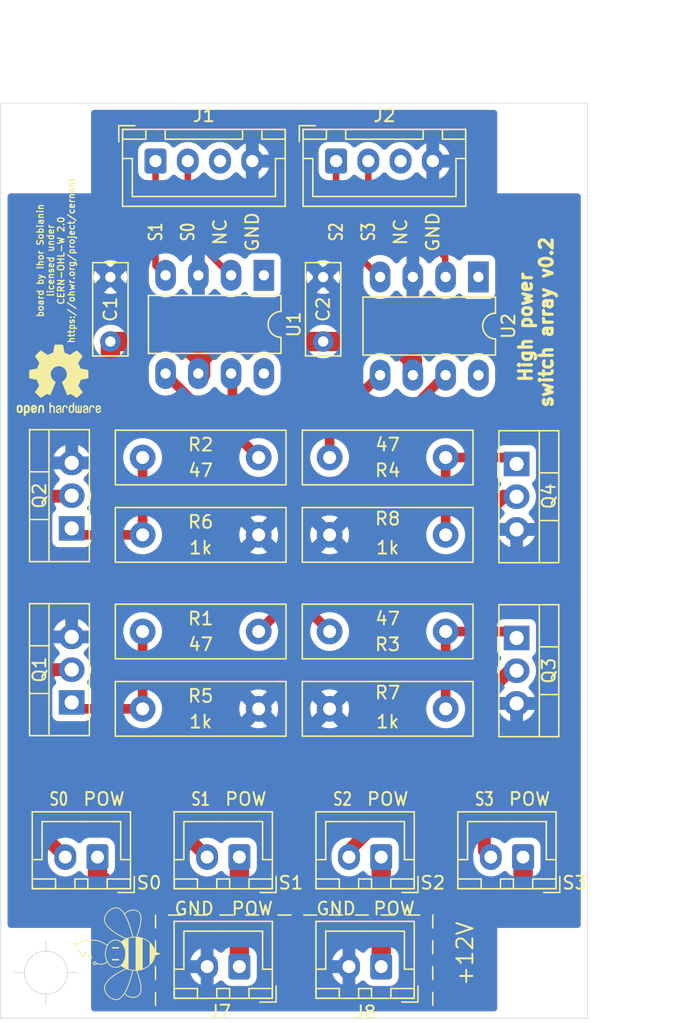
<source format=kicad_pcb>
(kicad_pcb (version 20171130) (host pcbnew 5.1.10-88a1d61d58~90~ubuntu20.04.1)

  (general
    (thickness 1.6)
    (drawings 55)
    (tracks 98)
    (zones 0)
    (modules 30)
    (nets 21)
  )

  (page A4)
  (layers
    (0 F.Cu signal)
    (31 B.Cu signal)
    (32 B.Adhes user)
    (33 F.Adhes user)
    (34 B.Paste user)
    (35 F.Paste user)
    (36 B.SilkS user)
    (37 F.SilkS user)
    (38 B.Mask user)
    (39 F.Mask user)
    (40 Dwgs.User user)
    (41 Cmts.User user)
    (42 Eco1.User user)
    (43 Eco2.User user)
    (44 Edge.Cuts user)
    (45 Margin user)
    (46 B.CrtYd user)
    (47 F.CrtYd user)
    (48 B.Fab user)
    (49 F.Fab user hide)
  )

  (setup
    (last_trace_width 0.5)
    (user_trace_width 0.5)
    (user_trace_width 1)
    (trace_clearance 0.2)
    (zone_clearance 0.5)
    (zone_45_only no)
    (trace_min 0.2)
    (via_size 0.8)
    (via_drill 0.4)
    (via_min_size 0.4)
    (via_min_drill 0.3)
    (uvia_size 0.3)
    (uvia_drill 0.1)
    (uvias_allowed no)
    (uvia_min_size 0.2)
    (uvia_min_drill 0.1)
    (edge_width 0.05)
    (segment_width 0.2)
    (pcb_text_width 0.3)
    (pcb_text_size 1.5 1.5)
    (mod_edge_width 0.12)
    (mod_text_size 1 1)
    (mod_text_width 0.15)
    (pad_size 1.6 1.6)
    (pad_drill 0.8)
    (pad_to_mask_clearance 0)
    (aux_axis_origin 127.5 78.5)
    (visible_elements 7FFFFF7F)
    (pcbplotparams
      (layerselection 0x3ffff_ffffffff)
      (usegerberextensions false)
      (usegerberattributes false)
      (usegerberadvancedattributes false)
      (creategerberjobfile false)
      (excludeedgelayer true)
      (linewidth 0.100000)
      (plotframeref false)
      (viasonmask false)
      (mode 1)
      (useauxorigin false)
      (hpglpennumber 1)
      (hpglpenspeed 20)
      (hpglpendiameter 15.000000)
      (psnegative false)
      (psa4output false)
      (plotreference true)
      (plotvalue true)
      (plotinvisibletext false)
      (padsonsilk false)
      (subtractmaskfromsilk false)
      (outputformat 1)
      (mirror false)
      (drillshape 0)
      (scaleselection 1)
      (outputdirectory "gerber/"))
  )

  (net 0 "")
  (net 1 GND)
  (net 2 "Net-(J3-Pad2)")
  (net 3 +12V)
  (net 4 "Net-(J4-Pad2)")
  (net 5 "Net-(J5-Pad2)")
  (net 6 "Net-(J6-Pad2)")
  (net 7 "Net-(J2-Pad3)")
  (net 8 "Net-(J1-Pad3)")
  (net 9 "Net-(Q1-Pad1)")
  (net 10 "Net-(Q2-Pad1)")
  (net 11 "Net-(Q3-Pad1)")
  (net 12 "Net-(Q4-Pad1)")
  (net 13 "Net-(R1-Pad1)")
  (net 14 "Net-(R2-Pad1)")
  (net 15 "Net-(R3-Pad1)")
  (net 16 "Net-(R4-Pad1)")
  (net 17 IN_0)
  (net 18 IN_1)
  (net 19 IN_2)
  (net 20 IN_3)

  (net_class Default "This is the default net class."
    (clearance 0.2)
    (trace_width 0.25)
    (via_dia 0.8)
    (via_drill 0.4)
    (uvia_dia 0.3)
    (uvia_drill 0.1)
    (add_net +12V)
    (add_net GND)
    (add_net IN_0)
    (add_net IN_1)
    (add_net IN_2)
    (add_net IN_3)
    (add_net "Net-(J1-Pad3)")
    (add_net "Net-(J2-Pad3)")
    (add_net "Net-(J3-Pad2)")
    (add_net "Net-(J4-Pad2)")
    (add_net "Net-(J5-Pad2)")
    (add_net "Net-(J6-Pad2)")
    (add_net "Net-(Q1-Pad1)")
    (add_net "Net-(Q2-Pad1)")
    (add_net "Net-(Q3-Pad1)")
    (add_net "Net-(Q4-Pad1)")
    (add_net "Net-(R1-Pad1)")
    (add_net "Net-(R2-Pad1)")
    (add_net "Net-(R3-Pad1)")
    (add_net "Net-(R4-Pad1)")
  )

  (module Package_DIP:DIP-8_W7.62mm_LongPads (layer F.Cu) (tedit 5A02E8C5) (tstamp 61E4FEAC)
    (at 144.399 46.863 270)
    (descr "8-lead though-hole mounted DIP package, row spacing 7.62 mm (300 mils), LongPads")
    (tags "THT DIP DIL PDIP 2.54mm 7.62mm 300mil LongPads")
    (path /61E6087B)
    (fp_text reference U1 (at 3.81 -2.33 90) (layer F.SilkS)
      (effects (font (size 1 1) (thickness 0.15)))
    )
    (fp_text value TC4427CPA (at 3.81 9.95 90) (layer F.Fab)
      (effects (font (size 1 1) (thickness 0.15)))
    )
    (fp_text user %R (at 3.81 3.81 90) (layer F.Fab)
      (effects (font (size 1 1) (thickness 0.15)))
    )
    (fp_arc (start 3.81 -1.33) (end 2.81 -1.33) (angle -180) (layer F.SilkS) (width 0.12))
    (fp_line (start 1.635 -1.27) (end 6.985 -1.27) (layer F.Fab) (width 0.1))
    (fp_line (start 6.985 -1.27) (end 6.985 8.89) (layer F.Fab) (width 0.1))
    (fp_line (start 6.985 8.89) (end 0.635 8.89) (layer F.Fab) (width 0.1))
    (fp_line (start 0.635 8.89) (end 0.635 -0.27) (layer F.Fab) (width 0.1))
    (fp_line (start 0.635 -0.27) (end 1.635 -1.27) (layer F.Fab) (width 0.1))
    (fp_line (start 2.81 -1.33) (end 1.56 -1.33) (layer F.SilkS) (width 0.12))
    (fp_line (start 1.56 -1.33) (end 1.56 8.95) (layer F.SilkS) (width 0.12))
    (fp_line (start 1.56 8.95) (end 6.06 8.95) (layer F.SilkS) (width 0.12))
    (fp_line (start 6.06 8.95) (end 6.06 -1.33) (layer F.SilkS) (width 0.12))
    (fp_line (start 6.06 -1.33) (end 4.81 -1.33) (layer F.SilkS) (width 0.12))
    (fp_line (start -1.45 -1.55) (end -1.45 9.15) (layer F.CrtYd) (width 0.05))
    (fp_line (start -1.45 9.15) (end 9.1 9.15) (layer F.CrtYd) (width 0.05))
    (fp_line (start 9.1 9.15) (end 9.1 -1.55) (layer F.CrtYd) (width 0.05))
    (fp_line (start 9.1 -1.55) (end -1.45 -1.55) (layer F.CrtYd) (width 0.05))
    (pad 8 thru_hole oval (at 7.62 0 270) (size 2.4 1.6) (drill 0.8) (layers *.Cu *.Mask))
    (pad 4 thru_hole oval (at 0 7.62 270) (size 2.4 1.6) (drill 0.8) (layers *.Cu *.Mask)
      (net 18 IN_1))
    (pad 7 thru_hole oval (at 7.62 2.54 270) (size 2.4 1.6) (drill 0.8) (layers *.Cu *.Mask)
      (net 14 "Net-(R2-Pad1)"))
    (pad 3 thru_hole oval (at 0 5.08 270) (size 2.4 1.6) (drill 0.8) (layers *.Cu *.Mask)
      (net 1 GND))
    (pad 6 thru_hole oval (at 7.62 5.08 270) (size 2.4 1.6) (drill 0.8) (layers *.Cu *.Mask)
      (net 3 +12V))
    (pad 2 thru_hole oval (at 0 2.54 270) (size 2.4 1.6) (drill 0.8) (layers *.Cu *.Mask)
      (net 17 IN_0))
    (pad 5 thru_hole oval (at 7.62 7.62 270) (size 2.4 1.6) (drill 0.8) (layers *.Cu *.Mask)
      (net 13 "Net-(R1-Pad1)"))
    (pad 1 thru_hole rect (at 0 0 270) (size 2.4 1.6) (drill 0.8) (layers *.Cu *.Mask))
    (model ${KISYS3DMOD}/Package_DIP.3dshapes/DIP-8_W7.62mm.wrl
      (at (xyz 0 0 0))
      (scale (xyz 1 1 1))
      (rotate (xyz 0 0 0))
    )
  )

  (module Package_DIP:DIP-8_W7.62mm_LongPads (layer F.Cu) (tedit 5A02E8C5) (tstamp 61E4FEC8)
    (at 161.036 46.99 270)
    (descr "8-lead though-hole mounted DIP package, row spacing 7.62 mm (300 mils), LongPads")
    (tags "THT DIP DIL PDIP 2.54mm 7.62mm 300mil LongPads")
    (path /61E5ABF7)
    (fp_text reference U2 (at 3.81 -2.33 90) (layer F.SilkS)
      (effects (font (size 1 1) (thickness 0.15)))
    )
    (fp_text value TC4427CPA (at 3.81 9.95 90) (layer F.Fab)
      (effects (font (size 1 1) (thickness 0.15)))
    )
    (fp_text user %R (at 3.81 3.81 90) (layer F.Fab)
      (effects (font (size 1 1) (thickness 0.15)))
    )
    (fp_arc (start 3.81 -1.33) (end 2.81 -1.33) (angle -180) (layer F.SilkS) (width 0.12))
    (fp_line (start 1.635 -1.27) (end 6.985 -1.27) (layer F.Fab) (width 0.1))
    (fp_line (start 6.985 -1.27) (end 6.985 8.89) (layer F.Fab) (width 0.1))
    (fp_line (start 6.985 8.89) (end 0.635 8.89) (layer F.Fab) (width 0.1))
    (fp_line (start 0.635 8.89) (end 0.635 -0.27) (layer F.Fab) (width 0.1))
    (fp_line (start 0.635 -0.27) (end 1.635 -1.27) (layer F.Fab) (width 0.1))
    (fp_line (start 2.81 -1.33) (end 1.56 -1.33) (layer F.SilkS) (width 0.12))
    (fp_line (start 1.56 -1.33) (end 1.56 8.95) (layer F.SilkS) (width 0.12))
    (fp_line (start 1.56 8.95) (end 6.06 8.95) (layer F.SilkS) (width 0.12))
    (fp_line (start 6.06 8.95) (end 6.06 -1.33) (layer F.SilkS) (width 0.12))
    (fp_line (start 6.06 -1.33) (end 4.81 -1.33) (layer F.SilkS) (width 0.12))
    (fp_line (start -1.45 -1.55) (end -1.45 9.15) (layer F.CrtYd) (width 0.05))
    (fp_line (start -1.45 9.15) (end 9.1 9.15) (layer F.CrtYd) (width 0.05))
    (fp_line (start 9.1 9.15) (end 9.1 -1.55) (layer F.CrtYd) (width 0.05))
    (fp_line (start 9.1 -1.55) (end -1.45 -1.55) (layer F.CrtYd) (width 0.05))
    (pad 8 thru_hole oval (at 7.62 0 270) (size 2.4 1.6) (drill 0.8) (layers *.Cu *.Mask))
    (pad 4 thru_hole oval (at 0 7.62 270) (size 2.4 1.6) (drill 0.8) (layers *.Cu *.Mask)
      (net 20 IN_3))
    (pad 7 thru_hole oval (at 7.62 2.54 270) (size 2.4 1.6) (drill 0.8) (layers *.Cu *.Mask)
      (net 15 "Net-(R3-Pad1)"))
    (pad 3 thru_hole oval (at 0 5.08 270) (size 2.4 1.6) (drill 0.8) (layers *.Cu *.Mask)
      (net 1 GND))
    (pad 6 thru_hole oval (at 7.62 5.08 270) (size 2.4 1.6) (drill 0.8) (layers *.Cu *.Mask)
      (net 3 +12V))
    (pad 2 thru_hole oval (at 0 2.54 270) (size 2.4 1.6) (drill 0.8) (layers *.Cu *.Mask)
      (net 19 IN_2))
    (pad 5 thru_hole oval (at 7.62 7.62 270) (size 2.4 1.6) (drill 0.8) (layers *.Cu *.Mask)
      (net 16 "Net-(R4-Pad1)"))
    (pad 1 thru_hole rect (at 0 0 270) (size 2.4 1.6) (drill 0.8) (layers *.Cu *.Mask))
    (model ${KISYS3DMOD}/Package_DIP.3dshapes/DIP-8_W7.62mm.wrl
      (at (xyz 0 0 0))
      (scale (xyz 1 1 1))
      (rotate (xyz 0 0 0))
    )
  )

  (module Resistor_THT:R_Box_L13.0mm_W4.0mm_P9.00mm (layer F.Cu) (tedit 5AE5139B) (tstamp 5E23B4B3)
    (at 144 74.5 180)
    (descr "Resistor, Box series, Radial, pin pitch=9.00mm, 2W, length*width=13.0*4.0mm^2, http://www.produktinfo.conrad.com/datenblaetter/425000-449999/443860-da-01-de-METALLBAND_WIDERSTAND_0_1_OHM_5W_5Pr.pdf")
    (tags "Resistor Box series Radial pin pitch 9.00mm 2W length 13.0mm width 4.0mm")
    (path /5E23F4EA)
    (fp_text reference R1 (at 4.5 1 180) (layer F.SilkS)
      (effects (font (size 1 1) (thickness 0.15)))
    )
    (fp_text value 47 (at 4.5 -1) (layer F.SilkS)
      (effects (font (size 1 1) (thickness 0.15)))
    )
    (fp_line (start -2 -2) (end -2 2) (layer F.Fab) (width 0.1))
    (fp_line (start -2 2) (end 11 2) (layer F.Fab) (width 0.1))
    (fp_line (start 11 2) (end 11 -2) (layer F.Fab) (width 0.1))
    (fp_line (start 11 -2) (end -2 -2) (layer F.Fab) (width 0.1))
    (fp_line (start -2.12 -2.12) (end 11.12 -2.12) (layer F.SilkS) (width 0.12))
    (fp_line (start -2.12 2.12) (end 11.12 2.12) (layer F.SilkS) (width 0.12))
    (fp_line (start -2.12 -2.12) (end -2.12 2.12) (layer F.SilkS) (width 0.12))
    (fp_line (start 11.12 -2.12) (end 11.12 2.12) (layer F.SilkS) (width 0.12))
    (fp_line (start -2.25 -2.25) (end -2.25 2.25) (layer F.CrtYd) (width 0.05))
    (fp_line (start -2.25 2.25) (end 11.25 2.25) (layer F.CrtYd) (width 0.05))
    (fp_line (start 11.25 2.25) (end 11.25 -2.25) (layer F.CrtYd) (width 0.05))
    (fp_line (start 11.25 -2.25) (end -2.25 -2.25) (layer F.CrtYd) (width 0.05))
    (fp_text user %R (at 4.5 1) (layer F.Fab)
      (effects (font (size 1 1) (thickness 0.15)))
    )
    (pad 1 thru_hole circle (at 0 0 180) (size 2 2) (drill 1) (layers *.Cu *.Mask)
      (net 13 "Net-(R1-Pad1)"))
    (pad 2 thru_hole circle (at 9 0 180) (size 2 2) (drill 1) (layers *.Cu *.Mask)
      (net 9 "Net-(Q1-Pad1)"))
    (model ${KISYS3DMOD}/Resistor_THT.3dshapes/R_Box_L13.0mm_W4.0mm_P9.00mm.wrl
      (at (xyz 0 0 0))
      (scale (xyz 1 1 1))
      (rotate (xyz 0 0 0))
    )
  )

  (module Capacitor_THT:C_Disc_D7.0mm_W2.5mm_P5.00mm (layer F.Cu) (tedit 5AE50EF0) (tstamp 5FDDF0DA)
    (at 149 52 90)
    (descr "C, Disc series, Radial, pin pitch=5.00mm, , diameter*width=7*2.5mm^2, Capacitor, http://cdn-reichelt.de/documents/datenblatt/B300/DS_KERKO_TC.pdf")
    (tags "C Disc series Radial pin pitch 5.00mm  diameter 7mm width 2.5mm Capacitor")
    (path /5FDE1C48)
    (fp_text reference C2 (at 2.5 0 90) (layer F.SilkS)
      (effects (font (size 1 1) (thickness 0.15)))
    )
    (fp_text value 100nF (at 2.5 2.5 90) (layer F.Fab)
      (effects (font (size 1 1) (thickness 0.15)))
    )
    (fp_line (start -1 -1.25) (end -1 1.25) (layer F.Fab) (width 0.1))
    (fp_line (start -1 1.25) (end 6 1.25) (layer F.Fab) (width 0.1))
    (fp_line (start 6 1.25) (end 6 -1.25) (layer F.Fab) (width 0.1))
    (fp_line (start 6 -1.25) (end -1 -1.25) (layer F.Fab) (width 0.1))
    (fp_line (start -1.12 -1.37) (end 6.12 -1.37) (layer F.SilkS) (width 0.12))
    (fp_line (start -1.12 1.37) (end 6.12 1.37) (layer F.SilkS) (width 0.12))
    (fp_line (start -1.12 -1.37) (end -1.12 1.37) (layer F.SilkS) (width 0.12))
    (fp_line (start 6.12 -1.37) (end 6.12 1.37) (layer F.SilkS) (width 0.12))
    (fp_line (start -1.25 -1.5) (end -1.25 1.5) (layer F.CrtYd) (width 0.05))
    (fp_line (start -1.25 1.5) (end 6.25 1.5) (layer F.CrtYd) (width 0.05))
    (fp_line (start 6.25 1.5) (end 6.25 -1.5) (layer F.CrtYd) (width 0.05))
    (fp_line (start 6.25 -1.5) (end -1.25 -1.5) (layer F.CrtYd) (width 0.05))
    (fp_text user %R (at 2.5 0 90) (layer F.Fab)
      (effects (font (size 1 1) (thickness 0.15)))
    )
    (pad 2 thru_hole circle (at 5 0 90) (size 1.6 1.6) (drill 0.8) (layers *.Cu *.Mask)
      (net 1 GND))
    (pad 1 thru_hole circle (at 0 0 90) (size 1.6 1.6) (drill 0.8) (layers *.Cu *.Mask)
      (net 3 +12V))
    (model ${KISYS3DMOD}/Capacitor_THT.3dshapes/C_Disc_D7.0mm_W2.5mm_P5.00mm.wrl
      (at (xyz 0 0 0))
      (scale (xyz 1 1 1))
      (rotate (xyz 0 0 0))
    )
  )

  (module Resistor_THT:R_Box_L13.0mm_W4.0mm_P9.00mm (layer F.Cu) (tedit 5AE5139B) (tstamp 5FDDF45E)
    (at 149.5 67)
    (descr "Resistor, Box series, Radial, pin pitch=9.00mm, 2W, length*width=13.0*4.0mm^2, http://www.produktinfo.conrad.com/datenblaetter/425000-449999/443860-da-01-de-METALLBAND_WIDERSTAND_0_1_OHM_5W_5Pr.pdf")
    (tags "Resistor Box series Radial pin pitch 9.00mm 2W length 13.0mm width 4.0mm")
    (path /5FE7443D)
    (fp_text reference R8 (at 4.5 -1.25) (layer F.SilkS)
      (effects (font (size 1 1) (thickness 0.15)))
    )
    (fp_text value 1k (at 4.5 1) (layer F.SilkS)
      (effects (font (size 1 1) (thickness 0.15)))
    )
    (fp_line (start -2 -2) (end -2 2) (layer F.Fab) (width 0.1))
    (fp_line (start -2 2) (end 11 2) (layer F.Fab) (width 0.1))
    (fp_line (start 11 2) (end 11 -2) (layer F.Fab) (width 0.1))
    (fp_line (start 11 -2) (end -2 -2) (layer F.Fab) (width 0.1))
    (fp_line (start -2.12 -2.12) (end 11.12 -2.12) (layer F.SilkS) (width 0.12))
    (fp_line (start -2.12 2.12) (end 11.12 2.12) (layer F.SilkS) (width 0.12))
    (fp_line (start -2.12 -2.12) (end -2.12 2.12) (layer F.SilkS) (width 0.12))
    (fp_line (start 11.12 -2.12) (end 11.12 2.12) (layer F.SilkS) (width 0.12))
    (fp_line (start -2.25 -2.25) (end -2.25 2.25) (layer F.CrtYd) (width 0.05))
    (fp_line (start -2.25 2.25) (end 11.25 2.25) (layer F.CrtYd) (width 0.05))
    (fp_line (start 11.25 2.25) (end 11.25 -2.25) (layer F.CrtYd) (width 0.05))
    (fp_line (start 11.25 -2.25) (end -2.25 -2.25) (layer F.CrtYd) (width 0.05))
    (fp_text user %R (at 4.5 0) (layer F.Fab)
      (effects (font (size 1 1) (thickness 0.15)))
    )
    (pad 2 thru_hole circle (at 9 0) (size 2 2) (drill 1) (layers *.Cu *.Mask)
      (net 12 "Net-(Q4-Pad1)"))
    (pad 1 thru_hole circle (at 0 0) (size 2 2) (drill 1) (layers *.Cu *.Mask)
      (net 1 GND))
    (model ${KISYS3DMOD}/Resistor_THT.3dshapes/R_Box_L13.0mm_W4.0mm_P9.00mm.wrl
      (at (xyz 0 0 0))
      (scale (xyz 1 1 1))
      (rotate (xyz 0 0 0))
    )
  )

  (module Capacitor_THT:C_Disc_D7.0mm_W2.5mm_P5.00mm (layer F.Cu) (tedit 5AE50EF0) (tstamp 5FDDF0C7)
    (at 132.5 52 90)
    (descr "C, Disc series, Radial, pin pitch=5.00mm, , diameter*width=7*2.5mm^2, Capacitor, http://cdn-reichelt.de/documents/datenblatt/B300/DS_KERKO_TC.pdf")
    (tags "C Disc series Radial pin pitch 5.00mm  diameter 7mm width 2.5mm Capacitor")
    (path /5FDB496D)
    (fp_text reference C1 (at 2.5 0 90) (layer F.SilkS)
      (effects (font (size 1 1) (thickness 0.15)))
    )
    (fp_text value 100nF (at 2.5 2.5 90) (layer F.Fab)
      (effects (font (size 1 1) (thickness 0.15)))
    )
    (fp_line (start -1 -1.25) (end -1 1.25) (layer F.Fab) (width 0.1))
    (fp_line (start -1 1.25) (end 6 1.25) (layer F.Fab) (width 0.1))
    (fp_line (start 6 1.25) (end 6 -1.25) (layer F.Fab) (width 0.1))
    (fp_line (start 6 -1.25) (end -1 -1.25) (layer F.Fab) (width 0.1))
    (fp_line (start -1.12 -1.37) (end 6.12 -1.37) (layer F.SilkS) (width 0.12))
    (fp_line (start -1.12 1.37) (end 6.12 1.37) (layer F.SilkS) (width 0.12))
    (fp_line (start -1.12 -1.37) (end -1.12 1.37) (layer F.SilkS) (width 0.12))
    (fp_line (start 6.12 -1.37) (end 6.12 1.37) (layer F.SilkS) (width 0.12))
    (fp_line (start -1.25 -1.5) (end -1.25 1.5) (layer F.CrtYd) (width 0.05))
    (fp_line (start -1.25 1.5) (end 6.25 1.5) (layer F.CrtYd) (width 0.05))
    (fp_line (start 6.25 1.5) (end 6.25 -1.5) (layer F.CrtYd) (width 0.05))
    (fp_line (start 6.25 -1.5) (end -1.25 -1.5) (layer F.CrtYd) (width 0.05))
    (fp_text user %R (at 2.5 0 90) (layer F.Fab)
      (effects (font (size 1 1) (thickness 0.15)))
    )
    (pad 2 thru_hole circle (at 5 0 90) (size 1.6 1.6) (drill 0.8) (layers *.Cu *.Mask)
      (net 1 GND))
    (pad 1 thru_hole circle (at 0 0 90) (size 1.6 1.6) (drill 0.8) (layers *.Cu *.Mask)
      (net 3 +12V))
    (model ${KISYS3DMOD}/Capacitor_THT.3dshapes/C_Disc_D7.0mm_W2.5mm_P5.00mm.wrl
      (at (xyz 0 0 0))
      (scale (xyz 1 1 1))
      (rotate (xyz 0 0 0))
    )
  )

  (module Package_TO_SOT_THT:TO-220-3_Vertical (layer F.Cu) (tedit 5AC8BA0D) (tstamp 5FDDF3B0)
    (at 164 75 270)
    (descr "TO-220-3, Vertical, RM 2.54mm, see https://www.vishay.com/docs/66542/to-220-1.pdf")
    (tags "TO-220-3 Vertical RM 2.54mm")
    (path /5FD7C615)
    (fp_text reference Q3 (at 2.54 -2.5 90) (layer F.SilkS)
      (effects (font (size 1 1) (thickness 0.15)))
    )
    (fp_text value IRLZ44N (at 2.54 2.5 90) (layer F.Fab)
      (effects (font (size 1 1) (thickness 0.15)))
    )
    (fp_line (start -2.46 -3.15) (end -2.46 1.25) (layer F.Fab) (width 0.1))
    (fp_line (start -2.46 1.25) (end 7.54 1.25) (layer F.Fab) (width 0.1))
    (fp_line (start 7.54 1.25) (end 7.54 -3.15) (layer F.Fab) (width 0.1))
    (fp_line (start 7.54 -3.15) (end -2.46 -3.15) (layer F.Fab) (width 0.1))
    (fp_line (start -2.46 -1.88) (end 7.54 -1.88) (layer F.Fab) (width 0.1))
    (fp_line (start 0.69 -3.15) (end 0.69 -1.88) (layer F.Fab) (width 0.1))
    (fp_line (start 4.39 -3.15) (end 4.39 -1.88) (layer F.Fab) (width 0.1))
    (fp_line (start -2.58 -3.27) (end 7.66 -3.27) (layer F.SilkS) (width 0.12))
    (fp_line (start -2.58 1.371) (end 7.66 1.371) (layer F.SilkS) (width 0.12))
    (fp_line (start -2.58 -3.27) (end -2.58 1.371) (layer F.SilkS) (width 0.12))
    (fp_line (start 7.66 -3.27) (end 7.66 1.371) (layer F.SilkS) (width 0.12))
    (fp_line (start -2.58 -1.76) (end 7.66 -1.76) (layer F.SilkS) (width 0.12))
    (fp_line (start 0.69 -3.27) (end 0.69 -1.76) (layer F.SilkS) (width 0.12))
    (fp_line (start 4.391 -3.27) (end 4.391 -1.76) (layer F.SilkS) (width 0.12))
    (fp_line (start -2.71 -3.4) (end -2.71 1.51) (layer F.CrtYd) (width 0.05))
    (fp_line (start -2.71 1.51) (end 7.79 1.51) (layer F.CrtYd) (width 0.05))
    (fp_line (start 7.79 1.51) (end 7.79 -3.4) (layer F.CrtYd) (width 0.05))
    (fp_line (start 7.79 -3.4) (end -2.71 -3.4) (layer F.CrtYd) (width 0.05))
    (fp_text user %R (at 2.54 -4.27 90) (layer F.Fab)
      (effects (font (size 1 1) (thickness 0.15)))
    )
    (pad 3 thru_hole oval (at 5.08 0 270) (size 1.905 2) (drill 1.1) (layers *.Cu *.Mask)
      (net 1 GND))
    (pad 2 thru_hole oval (at 2.54 0 270) (size 1.905 2) (drill 1.1) (layers *.Cu *.Mask)
      (net 6 "Net-(J6-Pad2)"))
    (pad 1 thru_hole rect (at 0 0 270) (size 1.905 2) (drill 1.1) (layers *.Cu *.Mask)
      (net 11 "Net-(Q3-Pad1)"))
    (model ${KISYS3DMOD}/Package_TO_SOT_THT.3dshapes/TO-220-3_Vertical.wrl
      (at (xyz 0 0 0))
      (scale (xyz 1 1 1))
      (rotate (xyz 0 0 0))
    )
  )

  (module Resistor_THT:R_Box_L13.0mm_W4.0mm_P9.00mm (layer F.Cu) (tedit 5AE5139B) (tstamp 5FDDF438)
    (at 144 67 180)
    (descr "Resistor, Box series, Radial, pin pitch=9.00mm, 2W, length*width=13.0*4.0mm^2, http://www.produktinfo.conrad.com/datenblaetter/425000-449999/443860-da-01-de-METALLBAND_WIDERSTAND_0_1_OHM_5W_5Pr.pdf")
    (tags "Resistor Box series Radial pin pitch 9.00mm 2W length 13.0mm width 4.0mm")
    (path /5FE47E10)
    (fp_text reference R6 (at 4.5 1) (layer F.SilkS)
      (effects (font (size 1 1) (thickness 0.15)))
    )
    (fp_text value 1k (at 4.5 -1) (layer F.SilkS)
      (effects (font (size 1 1) (thickness 0.15)))
    )
    (fp_line (start -2 -2) (end -2 2) (layer F.Fab) (width 0.1))
    (fp_line (start -2 2) (end 11 2) (layer F.Fab) (width 0.1))
    (fp_line (start 11 2) (end 11 -2) (layer F.Fab) (width 0.1))
    (fp_line (start 11 -2) (end -2 -2) (layer F.Fab) (width 0.1))
    (fp_line (start -2.12 -2.12) (end 11.12 -2.12) (layer F.SilkS) (width 0.12))
    (fp_line (start -2.12 2.12) (end 11.12 2.12) (layer F.SilkS) (width 0.12))
    (fp_line (start -2.12 -2.12) (end -2.12 2.12) (layer F.SilkS) (width 0.12))
    (fp_line (start 11.12 -2.12) (end 11.12 2.12) (layer F.SilkS) (width 0.12))
    (fp_line (start -2.25 -2.25) (end -2.25 2.25) (layer F.CrtYd) (width 0.05))
    (fp_line (start -2.25 2.25) (end 11.25 2.25) (layer F.CrtYd) (width 0.05))
    (fp_line (start 11.25 2.25) (end 11.25 -2.25) (layer F.CrtYd) (width 0.05))
    (fp_line (start 11.25 -2.25) (end -2.25 -2.25) (layer F.CrtYd) (width 0.05))
    (fp_text user %R (at 4.5 0) (layer F.Fab)
      (effects (font (size 1 1) (thickness 0.15)))
    )
    (pad 2 thru_hole circle (at 9 0 180) (size 2 2) (drill 1) (layers *.Cu *.Mask)
      (net 10 "Net-(Q2-Pad1)"))
    (pad 1 thru_hole circle (at 0 0 180) (size 2 2) (drill 1) (layers *.Cu *.Mask)
      (net 1 GND))
    (model ${KISYS3DMOD}/Resistor_THT.3dshapes/R_Box_L13.0mm_W4.0mm_P9.00mm.wrl
      (at (xyz 0 0 0))
      (scale (xyz 1 1 1))
      (rotate (xyz 0 0 0))
    )
  )

  (module Resistor_THT:R_Box_L13.0mm_W4.0mm_P9.00mm (layer F.Cu) (tedit 5AE5139B) (tstamp 5FDDF44B)
    (at 149.5 80.5)
    (descr "Resistor, Box series, Radial, pin pitch=9.00mm, 2W, length*width=13.0*4.0mm^2, http://www.produktinfo.conrad.com/datenblaetter/425000-449999/443860-da-01-de-METALLBAND_WIDERSTAND_0_1_OHM_5W_5Pr.pdf")
    (tags "Resistor Box series Radial pin pitch 9.00mm 2W length 13.0mm width 4.0mm")
    (path /5FE7F9C3)
    (fp_text reference R7 (at 4.5 -1.25) (layer F.SilkS)
      (effects (font (size 1 1) (thickness 0.15)))
    )
    (fp_text value 1k (at 4.5 1) (layer F.SilkS)
      (effects (font (size 1 1) (thickness 0.15)))
    )
    (fp_line (start -2 -2) (end -2 2) (layer F.Fab) (width 0.1))
    (fp_line (start -2 2) (end 11 2) (layer F.Fab) (width 0.1))
    (fp_line (start 11 2) (end 11 -2) (layer F.Fab) (width 0.1))
    (fp_line (start 11 -2) (end -2 -2) (layer F.Fab) (width 0.1))
    (fp_line (start -2.12 -2.12) (end 11.12 -2.12) (layer F.SilkS) (width 0.12))
    (fp_line (start -2.12 2.12) (end 11.12 2.12) (layer F.SilkS) (width 0.12))
    (fp_line (start -2.12 -2.12) (end -2.12 2.12) (layer F.SilkS) (width 0.12))
    (fp_line (start 11.12 -2.12) (end 11.12 2.12) (layer F.SilkS) (width 0.12))
    (fp_line (start -2.25 -2.25) (end -2.25 2.25) (layer F.CrtYd) (width 0.05))
    (fp_line (start -2.25 2.25) (end 11.25 2.25) (layer F.CrtYd) (width 0.05))
    (fp_line (start 11.25 2.25) (end 11.25 -2.25) (layer F.CrtYd) (width 0.05))
    (fp_line (start 11.25 -2.25) (end -2.25 -2.25) (layer F.CrtYd) (width 0.05))
    (fp_text user %R (at 4.5 0) (layer F.Fab)
      (effects (font (size 1 1) (thickness 0.15)))
    )
    (pad 2 thru_hole circle (at 9 0) (size 2 2) (drill 1) (layers *.Cu *.Mask)
      (net 11 "Net-(Q3-Pad1)"))
    (pad 1 thru_hole circle (at 0 0) (size 2 2) (drill 1) (layers *.Cu *.Mask)
      (net 1 GND))
    (model ${KISYS3DMOD}/Resistor_THT.3dshapes/R_Box_L13.0mm_W4.0mm_P9.00mm.wrl
      (at (xyz 0 0 0))
      (scale (xyz 1 1 1))
      (rotate (xyz 0 0 0))
    )
  )

  (module Resistor_THT:R_Box_L13.0mm_W4.0mm_P9.00mm (layer F.Cu) (tedit 5AE5139B) (tstamp 5FDDF425)
    (at 144 80.5 180)
    (descr "Resistor, Box series, Radial, pin pitch=9.00mm, 2W, length*width=13.0*4.0mm^2, http://www.produktinfo.conrad.com/datenblaetter/425000-449999/443860-da-01-de-METALLBAND_WIDERSTAND_0_1_OHM_5W_5Pr.pdf")
    (tags "Resistor Box series Radial pin pitch 9.00mm 2W length 13.0mm width 4.0mm")
    (path /5FE28E5A)
    (fp_text reference R5 (at 4.5 1) (layer F.SilkS)
      (effects (font (size 1 1) (thickness 0.15)))
    )
    (fp_text value 1k (at 4.5 -1) (layer F.SilkS)
      (effects (font (size 1 1) (thickness 0.15)))
    )
    (fp_line (start -2 -2) (end -2 2) (layer F.Fab) (width 0.1))
    (fp_line (start -2 2) (end 11 2) (layer F.Fab) (width 0.1))
    (fp_line (start 11 2) (end 11 -2) (layer F.Fab) (width 0.1))
    (fp_line (start 11 -2) (end -2 -2) (layer F.Fab) (width 0.1))
    (fp_line (start -2.12 -2.12) (end 11.12 -2.12) (layer F.SilkS) (width 0.12))
    (fp_line (start -2.12 2.12) (end 11.12 2.12) (layer F.SilkS) (width 0.12))
    (fp_line (start -2.12 -2.12) (end -2.12 2.12) (layer F.SilkS) (width 0.12))
    (fp_line (start 11.12 -2.12) (end 11.12 2.12) (layer F.SilkS) (width 0.12))
    (fp_line (start -2.25 -2.25) (end -2.25 2.25) (layer F.CrtYd) (width 0.05))
    (fp_line (start -2.25 2.25) (end 11.25 2.25) (layer F.CrtYd) (width 0.05))
    (fp_line (start 11.25 2.25) (end 11.25 -2.25) (layer F.CrtYd) (width 0.05))
    (fp_line (start 11.25 -2.25) (end -2.25 -2.25) (layer F.CrtYd) (width 0.05))
    (fp_text user %R (at 4.5 0) (layer F.Fab)
      (effects (font (size 1 1) (thickness 0.15)))
    )
    (pad 2 thru_hole circle (at 9 0 180) (size 2 2) (drill 1) (layers *.Cu *.Mask)
      (net 9 "Net-(Q1-Pad1)"))
    (pad 1 thru_hole circle (at 0 0 180) (size 2 2) (drill 1) (layers *.Cu *.Mask)
      (net 1 GND))
    (model ${KISYS3DMOD}/Resistor_THT.3dshapes/R_Box_L13.0mm_W4.0mm_P9.00mm.wrl
      (at (xyz 0 0 0))
      (scale (xyz 1 1 1))
      (rotate (xyz 0 0 0))
    )
  )

  (module Package_TO_SOT_THT:TO-220-3_Vertical (layer F.Cu) (tedit 5AC8BA0D) (tstamp 5FDDF3CA)
    (at 164 61.5 270)
    (descr "TO-220-3, Vertical, RM 2.54mm, see https://www.vishay.com/docs/66542/to-220-1.pdf")
    (tags "TO-220-3 Vertical RM 2.54mm")
    (path /5FD86FEA)
    (fp_text reference Q4 (at 2.5 -2.5 90) (layer F.SilkS)
      (effects (font (size 1 1) (thickness 0.15)))
    )
    (fp_text value IRLZ44N (at 2.54 2.5 90) (layer F.Fab)
      (effects (font (size 1 1) (thickness 0.15)))
    )
    (fp_line (start -2.46 -3.15) (end -2.46 1.25) (layer F.Fab) (width 0.1))
    (fp_line (start -2.46 1.25) (end 7.54 1.25) (layer F.Fab) (width 0.1))
    (fp_line (start 7.54 1.25) (end 7.54 -3.15) (layer F.Fab) (width 0.1))
    (fp_line (start 7.54 -3.15) (end -2.46 -3.15) (layer F.Fab) (width 0.1))
    (fp_line (start -2.46 -1.88) (end 7.54 -1.88) (layer F.Fab) (width 0.1))
    (fp_line (start 0.69 -3.15) (end 0.69 -1.88) (layer F.Fab) (width 0.1))
    (fp_line (start 4.39 -3.15) (end 4.39 -1.88) (layer F.Fab) (width 0.1))
    (fp_line (start -2.58 -3.27) (end 7.66 -3.27) (layer F.SilkS) (width 0.12))
    (fp_line (start -2.58 1.371) (end 7.66 1.371) (layer F.SilkS) (width 0.12))
    (fp_line (start -2.58 -3.27) (end -2.58 1.371) (layer F.SilkS) (width 0.12))
    (fp_line (start 7.66 -3.27) (end 7.66 1.371) (layer F.SilkS) (width 0.12))
    (fp_line (start -2.58 -1.76) (end 7.66 -1.76) (layer F.SilkS) (width 0.12))
    (fp_line (start 0.69 -3.27) (end 0.69 -1.76) (layer F.SilkS) (width 0.12))
    (fp_line (start 4.391 -3.27) (end 4.391 -1.76) (layer F.SilkS) (width 0.12))
    (fp_line (start -2.71 -3.4) (end -2.71 1.51) (layer F.CrtYd) (width 0.05))
    (fp_line (start -2.71 1.51) (end 7.79 1.51) (layer F.CrtYd) (width 0.05))
    (fp_line (start 7.79 1.51) (end 7.79 -3.4) (layer F.CrtYd) (width 0.05))
    (fp_line (start 7.79 -3.4) (end -2.71 -3.4) (layer F.CrtYd) (width 0.05))
    (fp_text user %R (at 2.54 -4.27 90) (layer F.Fab)
      (effects (font (size 1 1) (thickness 0.15)))
    )
    (pad 3 thru_hole oval (at 5.08 0 270) (size 1.905 2) (drill 1.1) (layers *.Cu *.Mask)
      (net 1 GND))
    (pad 2 thru_hole oval (at 2.54 0 270) (size 1.905 2) (drill 1.1) (layers *.Cu *.Mask)
      (net 5 "Net-(J5-Pad2)"))
    (pad 1 thru_hole rect (at 0 0 270) (size 1.905 2) (drill 1.1) (layers *.Cu *.Mask)
      (net 12 "Net-(Q4-Pad1)"))
    (model ${KISYS3DMOD}/Package_TO_SOT_THT.3dshapes/TO-220-3_Vertical.wrl
      (at (xyz 0 0 0))
      (scale (xyz 1 1 1))
      (rotate (xyz 0 0 0))
    )
  )

  (module Package_TO_SOT_THT:TO-220-3_Vertical (layer F.Cu) (tedit 5AC8BA0D) (tstamp 5FDDF396)
    (at 129.5 66.5 90)
    (descr "TO-220-3, Vertical, RM 2.54mm, see https://www.vishay.com/docs/66542/to-220-1.pdf")
    (tags "TO-220-3 Vertical RM 2.54mm")
    (path /5FD796AA)
    (fp_text reference Q2 (at 2.54 -2.5 90) (layer F.SilkS)
      (effects (font (size 1 1) (thickness 0.15)))
    )
    (fp_text value IRLZ44N (at 2.54 2.5 90) (layer F.Fab)
      (effects (font (size 1 1) (thickness 0.15)))
    )
    (fp_line (start -2.46 -3.15) (end -2.46 1.25) (layer F.Fab) (width 0.1))
    (fp_line (start -2.46 1.25) (end 7.54 1.25) (layer F.Fab) (width 0.1))
    (fp_line (start 7.54 1.25) (end 7.54 -3.15) (layer F.Fab) (width 0.1))
    (fp_line (start 7.54 -3.15) (end -2.46 -3.15) (layer F.Fab) (width 0.1))
    (fp_line (start -2.46 -1.88) (end 7.54 -1.88) (layer F.Fab) (width 0.1))
    (fp_line (start 0.69 -3.15) (end 0.69 -1.88) (layer F.Fab) (width 0.1))
    (fp_line (start 4.39 -3.15) (end 4.39 -1.88) (layer F.Fab) (width 0.1))
    (fp_line (start -2.58 -3.27) (end 7.66 -3.27) (layer F.SilkS) (width 0.12))
    (fp_line (start -2.58 1.371) (end 7.66 1.371) (layer F.SilkS) (width 0.12))
    (fp_line (start -2.58 -3.27) (end -2.58 1.371) (layer F.SilkS) (width 0.12))
    (fp_line (start 7.66 -3.27) (end 7.66 1.371) (layer F.SilkS) (width 0.12))
    (fp_line (start -2.58 -1.76) (end 7.66 -1.76) (layer F.SilkS) (width 0.12))
    (fp_line (start 0.69 -3.27) (end 0.69 -1.76) (layer F.SilkS) (width 0.12))
    (fp_line (start 4.391 -3.27) (end 4.391 -1.76) (layer F.SilkS) (width 0.12))
    (fp_line (start -2.71 -3.4) (end -2.71 1.51) (layer F.CrtYd) (width 0.05))
    (fp_line (start -2.71 1.51) (end 7.79 1.51) (layer F.CrtYd) (width 0.05))
    (fp_line (start 7.79 1.51) (end 7.79 -3.4) (layer F.CrtYd) (width 0.05))
    (fp_line (start 7.79 -3.4) (end -2.71 -3.4) (layer F.CrtYd) (width 0.05))
    (fp_text user %R (at 2.54 -4.27 90) (layer F.Fab)
      (effects (font (size 1 1) (thickness 0.15)))
    )
    (pad 3 thru_hole oval (at 5.08 0 90) (size 1.905 2) (drill 1.1) (layers *.Cu *.Mask)
      (net 1 GND))
    (pad 2 thru_hole oval (at 2.54 0 90) (size 1.905 2) (drill 1.1) (layers *.Cu *.Mask)
      (net 4 "Net-(J4-Pad2)"))
    (pad 1 thru_hole rect (at 0 0 90) (size 1.905 2) (drill 1.1) (layers *.Cu *.Mask)
      (net 10 "Net-(Q2-Pad1)"))
    (model ${KISYS3DMOD}/Package_TO_SOT_THT.3dshapes/TO-220-3_Vertical.wrl
      (at (xyz 0 0 0))
      (scale (xyz 1 1 1))
      (rotate (xyz 0 0 0))
    )
  )

  (module Package_TO_SOT_THT:TO-220-3_Vertical (layer F.Cu) (tedit 5AC8BA0D) (tstamp 5FDDF37C)
    (at 129.5 80 90)
    (descr "TO-220-3, Vertical, RM 2.54mm, see https://www.vishay.com/docs/66542/to-220-1.pdf")
    (tags "TO-220-3 Vertical RM 2.54mm")
    (path /5FD77D4F)
    (fp_text reference Q1 (at 2.54 -2.5 90) (layer F.SilkS)
      (effects (font (size 1 1) (thickness 0.15)))
    )
    (fp_text value IRLZ44N (at 2.54 2.5 90) (layer F.Fab)
      (effects (font (size 1 1) (thickness 0.15)))
    )
    (fp_line (start -2.46 -3.15) (end -2.46 1.25) (layer F.Fab) (width 0.1))
    (fp_line (start -2.46 1.25) (end 7.54 1.25) (layer F.Fab) (width 0.1))
    (fp_line (start 7.54 1.25) (end 7.54 -3.15) (layer F.Fab) (width 0.1))
    (fp_line (start 7.54 -3.15) (end -2.46 -3.15) (layer F.Fab) (width 0.1))
    (fp_line (start -2.46 -1.88) (end 7.54 -1.88) (layer F.Fab) (width 0.1))
    (fp_line (start 0.69 -3.15) (end 0.69 -1.88) (layer F.Fab) (width 0.1))
    (fp_line (start 4.39 -3.15) (end 4.39 -1.88) (layer F.Fab) (width 0.1))
    (fp_line (start -2.58 -3.27) (end 7.66 -3.27) (layer F.SilkS) (width 0.12))
    (fp_line (start -2.58 1.371) (end 7.66 1.371) (layer F.SilkS) (width 0.12))
    (fp_line (start -2.58 -3.27) (end -2.58 1.371) (layer F.SilkS) (width 0.12))
    (fp_line (start 7.66 -3.27) (end 7.66 1.371) (layer F.SilkS) (width 0.12))
    (fp_line (start -2.58 -1.76) (end 7.66 -1.76) (layer F.SilkS) (width 0.12))
    (fp_line (start 0.69 -3.27) (end 0.69 -1.76) (layer F.SilkS) (width 0.12))
    (fp_line (start 4.391 -3.27) (end 4.391 -1.76) (layer F.SilkS) (width 0.12))
    (fp_line (start -2.71 -3.4) (end -2.71 1.51) (layer F.CrtYd) (width 0.05))
    (fp_line (start -2.71 1.51) (end 7.79 1.51) (layer F.CrtYd) (width 0.05))
    (fp_line (start 7.79 1.51) (end 7.79 -3.4) (layer F.CrtYd) (width 0.05))
    (fp_line (start 7.79 -3.4) (end -2.71 -3.4) (layer F.CrtYd) (width 0.05))
    (fp_text user %R (at 2.54 -4.27 90) (layer F.Fab)
      (effects (font (size 1 1) (thickness 0.15)))
    )
    (pad 3 thru_hole oval (at 5.08 0 90) (size 1.905 2) (drill 1.1) (layers *.Cu *.Mask)
      (net 1 GND))
    (pad 2 thru_hole oval (at 2.54 0 90) (size 1.905 2) (drill 1.1) (layers *.Cu *.Mask)
      (net 2 "Net-(J3-Pad2)"))
    (pad 1 thru_hole rect (at 0 0 90) (size 1.905 2) (drill 1.1) (layers *.Cu *.Mask)
      (net 9 "Net-(Q1-Pad1)"))
    (model ${KISYS3DMOD}/Package_TO_SOT_THT.3dshapes/TO-220-3_Vertical.wrl
      (at (xyz 0 0 0))
      (scale (xyz 1 1 1))
      (rotate (xyz 0 0 0))
    )
  )

  (module Connector_JST:JST_XH_B2B-XH-A_1x02_P2.50mm_Vertical (layer F.Cu) (tedit 5C28146C) (tstamp 5FD24BBE)
    (at 153.5 100.5 180)
    (descr "JST XH series connector, B2B-XH-A (http://www.jst-mfg.com/product/pdf/eng/eXH.pdf), generated with kicad-footprint-generator")
    (tags "connector JST XH vertical")
    (path /5FD25C64)
    (fp_text reference J8 (at 1.25 -3.55) (layer F.SilkS)
      (effects (font (size 1 1) (thickness 0.15)))
    )
    (fp_text value Conn_01x02 (at 1.25 4.6) (layer F.Fab)
      (effects (font (size 1 1) (thickness 0.15)))
    )
    (fp_line (start -2.45 -2.35) (end -2.45 3.4) (layer F.Fab) (width 0.1))
    (fp_line (start -2.45 3.4) (end 4.95 3.4) (layer F.Fab) (width 0.1))
    (fp_line (start 4.95 3.4) (end 4.95 -2.35) (layer F.Fab) (width 0.1))
    (fp_line (start 4.95 -2.35) (end -2.45 -2.35) (layer F.Fab) (width 0.1))
    (fp_line (start -2.56 -2.46) (end -2.56 3.51) (layer F.SilkS) (width 0.12))
    (fp_line (start -2.56 3.51) (end 5.06 3.51) (layer F.SilkS) (width 0.12))
    (fp_line (start 5.06 3.51) (end 5.06 -2.46) (layer F.SilkS) (width 0.12))
    (fp_line (start 5.06 -2.46) (end -2.56 -2.46) (layer F.SilkS) (width 0.12))
    (fp_line (start -2.95 -2.85) (end -2.95 3.9) (layer F.CrtYd) (width 0.05))
    (fp_line (start -2.95 3.9) (end 5.45 3.9) (layer F.CrtYd) (width 0.05))
    (fp_line (start 5.45 3.9) (end 5.45 -2.85) (layer F.CrtYd) (width 0.05))
    (fp_line (start 5.45 -2.85) (end -2.95 -2.85) (layer F.CrtYd) (width 0.05))
    (fp_line (start -0.625 -2.35) (end 0 -1.35) (layer F.Fab) (width 0.1))
    (fp_line (start 0 -1.35) (end 0.625 -2.35) (layer F.Fab) (width 0.1))
    (fp_line (start 0.75 -2.45) (end 0.75 -1.7) (layer F.SilkS) (width 0.12))
    (fp_line (start 0.75 -1.7) (end 1.75 -1.7) (layer F.SilkS) (width 0.12))
    (fp_line (start 1.75 -1.7) (end 1.75 -2.45) (layer F.SilkS) (width 0.12))
    (fp_line (start 1.75 -2.45) (end 0.75 -2.45) (layer F.SilkS) (width 0.12))
    (fp_line (start -2.55 -2.45) (end -2.55 -1.7) (layer F.SilkS) (width 0.12))
    (fp_line (start -2.55 -1.7) (end -0.75 -1.7) (layer F.SilkS) (width 0.12))
    (fp_line (start -0.75 -1.7) (end -0.75 -2.45) (layer F.SilkS) (width 0.12))
    (fp_line (start -0.75 -2.45) (end -2.55 -2.45) (layer F.SilkS) (width 0.12))
    (fp_line (start 3.25 -2.45) (end 3.25 -1.7) (layer F.SilkS) (width 0.12))
    (fp_line (start 3.25 -1.7) (end 5.05 -1.7) (layer F.SilkS) (width 0.12))
    (fp_line (start 5.05 -1.7) (end 5.05 -2.45) (layer F.SilkS) (width 0.12))
    (fp_line (start 5.05 -2.45) (end 3.25 -2.45) (layer F.SilkS) (width 0.12))
    (fp_line (start -2.55 -0.2) (end -1.8 -0.2) (layer F.SilkS) (width 0.12))
    (fp_line (start -1.8 -0.2) (end -1.8 2.75) (layer F.SilkS) (width 0.12))
    (fp_line (start -1.8 2.75) (end 1.25 2.75) (layer F.SilkS) (width 0.12))
    (fp_line (start 5.05 -0.2) (end 4.3 -0.2) (layer F.SilkS) (width 0.12))
    (fp_line (start 4.3 -0.2) (end 4.3 2.75) (layer F.SilkS) (width 0.12))
    (fp_line (start 4.3 2.75) (end 1.25 2.75) (layer F.SilkS) (width 0.12))
    (fp_line (start -1.6 -2.75) (end -2.85 -2.75) (layer F.SilkS) (width 0.12))
    (fp_line (start -2.85 -2.75) (end -2.85 -1.5) (layer F.SilkS) (width 0.12))
    (fp_text user %R (at 1.25 2.7) (layer F.Fab)
      (effects (font (size 1 1) (thickness 0.15)))
    )
    (pad 2 thru_hole oval (at 2.5 0 180) (size 1.7 2) (drill 1) (layers *.Cu *.Mask)
      (net 1 GND))
    (pad 1 thru_hole roundrect (at 0 0 180) (size 1.7 2) (drill 1) (layers *.Cu *.Mask) (roundrect_rratio 0.1470588235294118)
      (net 3 +12V))
    (model ${KISYS3DMOD}/Connector_JST.3dshapes/JST_XH_B2B-XH-A_1x02_P2.50mm_Vertical.wrl
      (at (xyz 0 0 0))
      (scale (xyz 1 1 1))
      (rotate (xyz 0 0 0))
    )
  )

  (module Connector_JST:JST_XH_B2B-XH-A_1x02_P2.50mm_Vertical (layer F.Cu) (tedit 5C28146C) (tstamp 5E237FFB)
    (at 164.5 92 180)
    (descr "JST XH series connector, B2B-XH-A (http://www.jst-mfg.com/product/pdf/eng/eXH.pdf), generated with kicad-footprint-generator")
    (tags "connector JST XH vertical")
    (path /5E2882ED)
    (fp_text reference J6 (at -1.5 -1.5) (layer F.Fab)
      (effects (font (size 1 1) (thickness 0.15)))
    )
    (fp_text value Conn_01x02 (at 1.25 4.6) (layer F.Fab) hide
      (effects (font (size 1 1) (thickness 0.15)))
    )
    (fp_line (start -2.45 -2.35) (end -2.45 3.4) (layer F.Fab) (width 0.1))
    (fp_line (start -2.45 3.4) (end 4.95 3.4) (layer F.Fab) (width 0.1))
    (fp_line (start 4.95 3.4) (end 4.95 -2.35) (layer F.Fab) (width 0.1))
    (fp_line (start 4.95 -2.35) (end -2.45 -2.35) (layer F.Fab) (width 0.1))
    (fp_line (start -2.56 -2.46) (end -2.56 3.51) (layer F.SilkS) (width 0.12))
    (fp_line (start -2.56 3.51) (end 5.06 3.51) (layer F.SilkS) (width 0.12))
    (fp_line (start 5.06 3.51) (end 5.06 -2.46) (layer F.SilkS) (width 0.12))
    (fp_line (start 5.06 -2.46) (end -2.56 -2.46) (layer F.SilkS) (width 0.12))
    (fp_line (start -2.95 -2.85) (end -2.95 3.9) (layer F.CrtYd) (width 0.05))
    (fp_line (start -2.95 3.9) (end 5.45 3.9) (layer F.CrtYd) (width 0.05))
    (fp_line (start 5.45 3.9) (end 5.45 -2.85) (layer F.CrtYd) (width 0.05))
    (fp_line (start 5.45 -2.85) (end -2.95 -2.85) (layer F.CrtYd) (width 0.05))
    (fp_line (start -0.625 -2.35) (end 0 -1.35) (layer F.Fab) (width 0.1))
    (fp_line (start 0 -1.35) (end 0.625 -2.35) (layer F.Fab) (width 0.1))
    (fp_line (start 0.75 -2.45) (end 0.75 -1.7) (layer F.SilkS) (width 0.12))
    (fp_line (start 0.75 -1.7) (end 1.75 -1.7) (layer F.SilkS) (width 0.12))
    (fp_line (start 1.75 -1.7) (end 1.75 -2.45) (layer F.SilkS) (width 0.12))
    (fp_line (start 1.75 -2.45) (end 0.75 -2.45) (layer F.SilkS) (width 0.12))
    (fp_line (start -2.55 -2.45) (end -2.55 -1.7) (layer F.SilkS) (width 0.12))
    (fp_line (start -2.55 -1.7) (end -0.75 -1.7) (layer F.SilkS) (width 0.12))
    (fp_line (start -0.75 -1.7) (end -0.75 -2.45) (layer F.SilkS) (width 0.12))
    (fp_line (start -0.75 -2.45) (end -2.55 -2.45) (layer F.SilkS) (width 0.12))
    (fp_line (start 3.25 -2.45) (end 3.25 -1.7) (layer F.SilkS) (width 0.12))
    (fp_line (start 3.25 -1.7) (end 5.05 -1.7) (layer F.SilkS) (width 0.12))
    (fp_line (start 5.05 -1.7) (end 5.05 -2.45) (layer F.SilkS) (width 0.12))
    (fp_line (start 5.05 -2.45) (end 3.25 -2.45) (layer F.SilkS) (width 0.12))
    (fp_line (start -2.55 -0.2) (end -1.8 -0.2) (layer F.SilkS) (width 0.12))
    (fp_line (start -1.8 -0.2) (end -1.8 2.75) (layer F.SilkS) (width 0.12))
    (fp_line (start -1.8 2.75) (end 1.25 2.75) (layer F.SilkS) (width 0.12))
    (fp_line (start 5.05 -0.2) (end 4.3 -0.2) (layer F.SilkS) (width 0.12))
    (fp_line (start 4.3 -0.2) (end 4.3 2.75) (layer F.SilkS) (width 0.12))
    (fp_line (start 4.3 2.75) (end 1.25 2.75) (layer F.SilkS) (width 0.12))
    (fp_line (start -1.6 -2.75) (end -2.85 -2.75) (layer F.SilkS) (width 0.12))
    (fp_line (start -2.85 -2.75) (end -2.85 -1.5) (layer F.SilkS) (width 0.12))
    (fp_text user %R (at 1.25 2) (layer F.Fab)
      (effects (font (size 1 1) (thickness 0.15)))
    )
    (pad 1 thru_hole roundrect (at 0 0 180) (size 1.7 2) (drill 1) (layers *.Cu *.Mask) (roundrect_rratio 0.1470588235294118)
      (net 3 +12V))
    (pad 2 thru_hole oval (at 2.5 0 180) (size 1.7 2) (drill 1) (layers *.Cu *.Mask)
      (net 6 "Net-(J6-Pad2)"))
    (model ${KISYS3DMOD}/Connector_JST.3dshapes/JST_XH_B2B-XH-A_1x02_P2.50mm_Vertical.wrl
      (at (xyz 0 0 0))
      (scale (xyz 1 1 1))
      (rotate (xyz 0 0 0))
    )
  )

  (module logo-beehive:logo-beehive-7_2х6_7mm (layer F.Cu) (tedit 0) (tstamp 5F35BC38)
    (at 133 99.5 90)
    (fp_text reference G*** (at 0 0 90) (layer F.SilkS) hide
      (effects (font (size 1.524 1.524) (thickness 0.3)))
    )
    (fp_text value LOGO (at 0.75 0 90) (layer F.SilkS) hide
      (effects (font (size 1.524 1.524) (thickness 0.3)))
    )
    (fp_poly (pts (xy 0.781124 -3.338272) (xy 0.820066 -3.312623) (xy 0.850866 -3.27735) (xy 0.862381 -3.253557)
      (xy 0.869381 -3.203831) (xy 0.86004 -3.155836) (xy 0.836291 -3.117453) (xy 0.826963 -3.109228)
      (xy 0.800557 -3.08931) (xy 0.860848 -2.961859) (xy 0.942059 -2.765907) (xy 1.003933 -2.561687)
      (xy 1.0468 -2.347606) (xy 1.070993 -2.122074) (xy 1.077124 -1.922318) (xy 1.073712 -1.775328)
      (xy 1.063437 -1.645173) (xy 1.045563 -1.526426) (xy 1.019354 -1.413658) (xy 0.998815 -1.345045)
      (xy 0.968368 -1.263013) (xy 0.926952 -1.169003) (xy 0.877686 -1.069335) (xy 0.823684 -0.970328)
      (xy 0.770857 -0.882677) (xy 0.741321 -0.836271) (xy 0.716056 -0.796521) (xy 0.69781 -0.767754)
      (xy 0.689434 -0.754466) (xy 0.694321 -0.742271) (xy 0.714538 -0.722105) (xy 0.745386 -0.698528)
      (xy 0.810309 -0.647155) (xy 0.876016 -0.583521) (xy 0.937047 -0.513779) (xy 0.987937 -0.444085)
      (xy 1.018545 -0.390721) (xy 1.053095 -0.310872) (xy 1.074433 -0.238095) (xy 1.084874 -0.162371)
      (xy 1.086945 -0.094934) (xy 1.076086 0.020467) (xy 1.045188 0.132328) (xy 0.995987 0.235343)
      (xy 0.96275 0.284984) (xy 0.935175 0.321741) (xy 0.996225 0.402894) (xy 1.032255 0.454242)
      (xy 1.070613 0.514339) (xy 1.103634 0.571117) (xy 1.10681 0.577014) (xy 1.156345 0.669982)
      (xy 1.269255 0.441786) (xy 1.379742 0.226784) (xy 1.488243 0.032834) (xy 1.595982 -0.141879)
      (xy 1.704185 -0.29917) (xy 1.814075 -0.440853) (xy 1.926878 -0.568743) (xy 2.004467 -0.647395)
      (xy 2.12895 -0.758498) (xy 2.2502 -0.847038) (xy 2.36916 -0.913164) (xy 2.48677 -0.957023)
      (xy 2.603972 -0.978764) (xy 2.721707 -0.978534) (xy 2.840917 -0.956481) (xy 2.962542 -0.912754)
      (xy 3.087524 -0.847501) (xy 3.125835 -0.823735) (xy 3.238046 -0.741435) (xy 3.336093 -0.648795)
      (xy 3.419199 -0.547932) (xy 3.486591 -0.440965) (xy 3.537492 -0.33001) (xy 3.571127 -0.217185)
      (xy 3.586721 -0.104607) (xy 3.583499 0.005605) (xy 3.560685 0.111335) (xy 3.517504 0.210464)
      (xy 3.509522 0.224138) (xy 3.467783 0.282863) (xy 3.410567 0.348425) (xy 3.342435 0.416194)
      (xy 3.267951 0.481537) (xy 3.215409 0.522663) (xy 3.176019 0.551978) (xy 3.144162 0.575822)
      (xy 3.123999 0.591072) (xy 3.119139 0.594895) (xy 3.125036 0.603996) (xy 3.144107 0.625315)
      (xy 3.172877 0.655066) (xy 3.189509 0.671619) (xy 3.25791 0.75317) (xy 3.316458 0.851565)
      (xy 3.363304 0.961991) (xy 3.396598 1.079634) (xy 3.414493 1.199678) (xy 3.417102 1.264228)
      (xy 3.40813 1.381577) (xy 3.38235 1.49233) (xy 3.34125 1.593721) (xy 3.286317 1.682986)
      (xy 3.219038 1.75736) (xy 3.140903 1.814077) (xy 3.113719 1.828107) (xy 3.009087 1.865839)
      (xy 2.886866 1.889603) (xy 2.747784 1.899491) (xy 2.592566 1.895596) (xy 2.42194 1.878011)
      (xy 2.236633 1.846829) (xy 2.037372 1.802142) (xy 1.824883 1.744044) (xy 1.599893 1.672626)
      (xy 1.430663 1.613046) (xy 1.320008 1.572564) (xy 1.295866 1.718578) (xy 1.25303 1.913354)
      (xy 1.190764 2.095947) (xy 1.10864 2.267293) (xy 1.006231 2.428329) (xy 0.923258 2.534228)
      (xy 0.814822 2.647279) (xy 0.693857 2.746765) (xy 0.563822 2.830581) (xy 0.428175 2.896622)
      (xy 0.290374 2.942784) (xy 0.229531 2.956334) (xy 0.189546 2.963931) (xy 0.158226 2.970106)
      (xy 0.143514 2.973255) (xy 0.135688 2.984969) (xy 0.123584 3.014497) (xy 0.108873 3.057339)
      (xy 0.093667 3.107452) (xy 0.076809 3.166365) (xy 0.060376 3.223781) (xy 0.0465 3.272257)
      (xy 0.038811 3.299114) (xy 0.025628 3.336932) (xy 0.012258 3.355729) (xy 0 3.359728)
      (xy -0.015288 3.353083) (xy -0.028404 3.330514) (xy -0.038811 3.299114) (xy -0.049206 3.262807)
      (xy -0.063822 3.211743) (xy -0.080529 3.153364) (xy -0.093667 3.107452) (xy -0.109311 3.055982)
      (xy -0.123971 3.013455) (xy -0.135977 2.984371) (xy -0.143515 2.973255) (xy -0.160656 2.969615)
      (xy -0.19313 2.96324) (xy -0.229531 2.956334) (xy -0.367186 2.919651) (xy -0.504219 2.862154)
      (xy -0.637175 2.785947) (xy -0.762596 2.693133) (xy -0.877026 2.585815) (xy -0.923269 2.534228)
      (xy -1.03903 2.38033) (xy -1.135257 2.214564) (xy -1.212083 2.036622) (xy -1.219586 2.011796)
      (xy -1.165985 2.011796) (xy -1.160628 2.030696) (xy -1.146181 2.0653) (xy -1.124874 2.111187)
      (xy -1.098933 2.163934) (xy -1.070588 2.219118) (xy -1.042066 2.272316) (xy -1.015595 2.319106)
      (xy -0.993403 2.355066) (xy -0.991985 2.357185) (xy -0.958579 2.404438) (xy -0.920872 2.454363)
      (xy -0.891354 2.490932) (xy -0.840013 2.551546) (xy 0.841033 2.551546) (xy 0.892441 2.490932)
      (xy 0.93843 2.432196) (xy 0.986502 2.362985) (xy 1.033888 2.288071) (xy 1.077819 2.212231)
      (xy 1.115523 2.140238) (xy 1.144233 2.076867) (xy 1.160841 2.028255) (xy 1.168594 1.997364)
      (xy 0.001251 1.997364) (xy -0.195644 1.997416) (xy -0.37057 1.997583) (xy -0.524648 1.997878)
      (xy -0.659 1.998316) (xy -0.774746 1.998909) (xy -0.873009 1.999671) (xy -0.95491 2.000618)
      (xy -1.02157 2.001762) (xy -1.074111 2.003117) (xy -1.113653 2.004698) (xy -1.141319 2.006517)
      (xy -1.158229 2.00859) (xy -1.165506 2.01093) (xy -1.165985 2.011796) (xy -1.219586 2.011796)
      (xy -1.26964 1.846195) (xy -1.308059 1.642973) (xy -1.310363 1.625739) (xy -1.317382 1.571614)
      (xy -1.42935 1.612882) (xy -1.629865 1.683029) (xy -1.825759 1.744185) (xy -2.015 1.795944)
      (xy -2.195555 1.837898) (xy -2.365393 1.869639) (xy -2.522479 1.89076) (xy -2.664783 1.900853)
      (xy -2.790271 1.899511) (xy -2.838314 1.895344) (xy -2.96209 1.875638) (xy -3.066609 1.846125)
      (xy -3.154103 1.80545) (xy -3.226803 1.752259) (xy -3.286941 1.685198) (xy -3.336747 1.602914)
      (xy -3.343746 1.588582) (xy -3.385695 1.481123) (xy -3.408942 1.37211) (xy -3.411475 1.320836)
      (xy -3.357374 1.320836) (xy -3.349051 1.403928) (xy -3.330314 1.480954) (xy -3.299783 1.559775)
      (xy -3.296364 1.567326) (xy -3.25627 1.634464) (xy -3.201534 1.697768) (xy -3.138721 1.750591)
      (xy -3.084262 1.782114) (xy -2.99339 1.813382) (xy -2.884978 1.834294) (xy -2.762244 1.844603)
      (xy -2.628408 1.844064) (xy -2.486691 1.83243) (xy -2.463978 1.829585) (xy -2.25216 1.794568)
      (xy -2.026325 1.743379) (xy -1.788428 1.676523) (xy -1.540425 1.594501) (xy -1.510962 1.583982)
      (xy -1.325191 1.51715) (xy -1.320921 1.390773) (xy -1.27 1.390773) (xy -1.27 1.454728)
      (xy 1.273528 1.454728) (xy 1.266408 1.330287) (xy 1.260547 1.26306) (xy 1.316252 1.26306)
      (xy 1.321954 1.512174) (xy 1.368136 1.530811) (xy 1.439484 1.558222) (xy 1.526724 1.589564)
      (xy 1.623473 1.622685) (xy 1.72335 1.655429) (xy 1.819972 1.685644) (xy 1.878735 1.703118)
      (xy 2.093291 1.760255) (xy 2.292609 1.802908) (xy 2.476182 1.831017) (xy 2.6435 1.844517)
      (xy 2.794056 1.843349) (xy 2.91629 1.829447) (xy 3.012927 1.807479) (xy 3.091872 1.777436)
      (xy 3.157765 1.737114) (xy 3.209942 1.690006) (xy 3.274118 1.607281) (xy 3.319819 1.513726)
      (xy 3.347495 1.407928) (xy 3.357597 1.28847) (xy 3.356526 1.229811) (xy 3.340665 1.088035)
      (xy 3.306955 0.96039) (xy 3.255506 0.847166) (xy 3.186427 0.748656) (xy 3.170098 0.730306)
      (xy 3.127268 0.685713) (xy 3.094795 0.657447) (xy 3.0686 0.643813) (xy 3.044605 0.643112)
      (xy 3.018734 0.65365) (xy 3.005226 0.661713) (xy 2.958944 0.688662) (xy 2.89593 0.722084)
      (xy 2.820825 0.759719) (xy 2.738272 0.799303) (xy 2.652912 0.838574) (xy 2.569387 0.875271)
      (xy 2.550619 0.883239) (xy 2.457139 0.920633) (xy 2.346529 0.961571) (xy 2.223166 1.004679)
      (xy 2.09143 1.048584) (xy 1.955698 1.091912) (xy 1.820349 1.133289) (xy 1.689763 1.171341)
      (xy 1.568317 1.204694) (xy 1.46039 1.231975) (xy 1.385859 1.248683) (xy 1.316252 1.26306)
      (xy 1.260547 1.26306) (xy 1.259747 1.253895) (xy 1.248535 1.167625) (xy 1.234147 1.079964)
      (xy 1.217961 0.9994) (xy 1.203276 0.940955) (xy 1.193293 0.906319) (xy -1.194304 0.906319)
      (xy -1.220268 1.010228) (xy -1.23911 1.098477) (xy -1.254501 1.195531) (xy -1.26518 1.29174)
      (xy -1.269885 1.377451) (xy -1.27 1.390773) (xy -1.320921 1.390773) (xy -1.316645 1.264228)
      (xy -1.434754 1.236895) (xy -1.501797 1.22041) (xy -1.585737 1.198273) (xy -1.681508 1.171947)
      (xy -1.78404 1.142901) (xy -1.888267 1.112598) (xy -1.989119 1.082507) (xy -2.08153 1.054092)
      (xy -2.160431 1.02882) (xy -2.199409 1.015696) (xy -2.323182 0.971175) (xy -2.448985 0.92273)
      (xy -2.572984 0.872035) (xy -2.691345 0.820767) (xy -2.800235 0.770601) (xy -2.89582 0.723212)
      (xy -2.974265 0.680275) (xy -2.993815 0.668554) (xy -3.027147 0.649909) (xy -3.05353 0.642358)
      (xy -3.078126 0.647357) (xy -3.106096 0.666363) (xy -3.142603 0.700832) (xy -3.15587 0.714282)
      (xy -3.232717 0.809128) (xy -3.291358 0.918026) (xy -3.331675 1.040673) (xy -3.353547 1.176766)
      (xy -3.356664 1.223819) (xy -3.357374 1.320836) (xy -3.411475 1.320836) (xy -3.414734 1.254894)
      (xy -3.413307 1.218046) (xy -3.396132 1.080679) (xy -3.361188 0.952052) (xy -3.309573 0.83484)
      (xy -3.242385 0.731716) (xy -3.188985 0.671619) (xy -3.1569 0.639059) (xy -3.132792 0.613101)
      (xy -3.120127 0.597552) (xy -3.119139 0.594895) (xy -3.1295 0.586909) (xy -3.154289 0.568322)
      (xy -3.189354 0.542238) (xy -3.216089 0.522438) (xy -3.292731 0.461203) (xy -3.366118 0.3941)
      (xy -3.431605 0.325854) (xy -3.484547 0.261184) (xy -3.509522 0.224148) (xy -3.556269 0.125261)
      (xy -3.582294 0.01982) (xy -3.58729 -0.071302) (xy -3.531475 -0.071302) (xy -3.530831 -0.039606)
      (xy -3.527441 0.015291) (xy -3.521365 0.056568) (xy -3.510236 0.093692) (xy -3.491685 0.136134)
      (xy -3.481814 0.156403) (xy -3.425027 0.248295) (xy -3.345829 0.340169) (xy -3.244895 0.431635)
      (xy -3.122901 0.522299) (xy -2.980524 0.611771) (xy -2.81844 0.699659) (xy -2.637324 0.785571)
      (xy -2.437852 0.869116) (xy -2.220702 0.949901) (xy -1.986548 1.027535) (xy -1.9685 1.033164)
      (xy -1.899652 1.053987) (xy -1.823419 1.076095) (xy -1.742903 1.098684) (xy -1.661204 1.120951)
      (xy -1.581421 1.142094) (xy -1.506657 1.161309) (xy -1.440011 1.177795) (xy -1.384584 1.190747)
      (xy -1.343476 1.199364) (xy -1.319788 1.202841) (xy -1.315331 1.202301) (xy -1.310525 1.18843)
      (xy -1.303023 1.157156) (xy -1.294048 1.113834) (xy -1.288644 1.085273) (xy -1.275538 1.023924)
      (xy -1.257466 0.952675) (xy -1.237498 0.883276) (xy -1.228744 0.855882) (xy -1.188907 0.736173)
      (xy -1.190922 0.731736) (xy 1.187715 0.731736) (xy 1.224028 0.841244) (xy 1.24494 0.908541)
      (xy 1.264527 0.979266) (xy 1.281511 1.04802) (xy 1.294618 1.109401) (xy 1.302571 1.158011)
      (xy 1.304386 1.181301) (xy 1.307638 1.204155) (xy 1.31928 1.209081) (xy 1.324841 1.207791)
      (xy 1.342821 1.202968) (xy 1.378686 1.193763) (xy 1.427904 1.181327) (xy 1.485942 1.166807)
      (xy 1.512454 1.160216) (xy 1.7631 1.094106) (xy 2.000962 1.023487) (xy 2.225116 0.948828)
      (xy 2.434641 0.870599) (xy 2.628614 0.789271) (xy 2.806113 0.705311) (xy 2.966216 0.61919)
      (xy 3.108001 0.531377) (xy 3.230545 0.442341) (xy 3.332927 0.352553) (xy 3.414223 0.262482)
      (xy 3.473511 0.172596) (xy 3.480994 0.15806) (xy 3.502829 0.111304) (xy 3.516532 0.072763)
      (xy 3.524475 0.033013) (xy 3.529027 -0.017368) (xy 3.530161 -0.037404) (xy 3.525184 -0.160604)
      (xy 3.497675 -0.281907) (xy 3.448182 -0.400087) (xy 3.377254 -0.513921) (xy 3.285439 -0.622184)
      (xy 3.25425 -0.653064) (xy 3.14536 -0.74489) (xy 3.031263 -0.818683) (xy 2.914113 -0.873715)
      (xy 2.796064 -0.909257) (xy 2.679268 -0.924579) (xy 2.565881 -0.918952) (xy 2.505364 -0.906562)
      (xy 2.39331 -0.865968) (xy 2.278736 -0.803154) (xy 2.162206 -0.718784) (xy 2.044283 -0.613524)
      (xy 1.925533 -0.488036) (xy 1.80652 -0.342986) (xy 1.687807 -0.179037) (xy 1.56996 0.003146)
      (xy 1.453542 0.202899) (xy 1.339118 0.419558) (xy 1.284575 0.530391) (xy 1.187715 0.731736)
      (xy -1.190922 0.731736) (xy -1.242049 0.6192) (xy -1.344968 0.403905) (xy -1.452176 0.201117)
      (xy -1.562851 0.011828) (xy -1.676172 -0.16297) (xy -1.791318 -0.322286) (xy -1.907468 -0.465127)
      (xy -2.0238 -0.590502) (xy -2.139494 -0.697418) (xy -2.253727 -0.784885) (xy -2.36568 -0.851909)
      (xy -2.47453 -0.8975) (xy -2.505364 -0.906562) (xy -2.615938 -0.924099) (xy -2.731113 -0.920284)
      (xy -2.848734 -0.895846) (xy -2.966648 -0.851514) (xy -3.082701 -0.788017) (xy -3.19474 -0.706084)
      (xy -3.25425 -0.653064) (xy -3.352283 -0.546482) (xy -3.429568 -0.433803) (xy -3.485559 -0.316239)
      (xy -3.51971 -0.195001) (xy -3.531475 -0.071302) (xy -3.58729 -0.071302) (xy -3.588325 -0.090174)
      (xy -3.575091 -0.202723) (xy -3.543319 -0.315828) (xy -3.493736 -0.427488) (xy -3.427071 -0.535706)
      (xy -3.344052 -0.638481) (xy -3.245405 -0.733815) (xy -3.131858 -0.819709) (xy -3.128818 -0.821729)
      (xy -3.003531 -0.894559) (xy -2.880454 -0.945281) (xy -2.758981 -0.973797) (xy -2.638509 -0.980009)
      (xy -2.518432 -0.96382) (xy -2.398146 -0.925131) (xy -2.277046 -0.863845) (xy -2.154528 -0.779862)
      (xy -2.029987 -0.673087) (xy -1.993285 -0.637726) (xy -1.876664 -0.514496) (xy -1.76359 -0.378067)
      (xy -1.652878 -0.226667) (xy -1.543339 -0.058527) (xy -1.433786 0.128125) (xy -1.323032 0.335058)
      (xy -1.269145 0.442009) (xy -1.156125 0.670426) (xy -1.109291 0.580554) (xy -1.078495 0.526225)
      (xy -1.040587 0.466059) (xy -1.003155 0.412031) (xy -0.998816 0.406212) (xy -0.935175 0.321741)
      (xy -0.962751 0.284984) (xy -1.021033 0.188878) (xy -1.061938 0.08109) (xy -1.083733 -0.033077)
      (xy -1.086945 -0.094934) (xy -1.086541 -0.104581) (xy -1.03596 -0.104581) (xy -1.026154 0.004092)
      (xy -0.995446 0.109498) (xy -0.944929 0.210166) (xy -0.875696 0.304621) (xy -0.78884 0.391391)
      (xy -0.685456 0.469002) (xy -0.566635 0.535983) (xy -0.433472 0.590859) (xy -0.423003 0.594423)
      (xy -0.343148 0.618909) (xy -0.268002 0.636303) (xy -0.191285 0.647415) (xy -0.10671 0.653053)
      (xy -0.007997 0.654028) (xy 0.034636 0.653341) (xy 0.112848 0.651127) (xy 0.17405 0.647841)
      (xy 0.224321 0.642791) (xy 0.269739 0.635286) (xy 0.316383 0.624634) (xy 0.339248 0.618667)
      (xy 0.48028 0.572409) (xy 0.60799 0.513494) (xy 0.721255 0.443288) (xy 0.818952 0.363159)
      (xy 0.89996 0.274475) (xy 0.963155 0.178601) (xy 1.007416 0.076906) (xy 1.031619 -0.029243)
      (xy 1.034643 -0.13848) (xy 1.02377 -0.215046) (xy 0.988557 -0.32622) (xy 0.932382 -0.430687)
      (xy 0.856726 -0.527164) (xy 0.763074 -0.614365) (xy 0.652907 -0.691003) (xy 0.527709 -0.755794)
      (xy 0.388962 -0.807452) (xy 0.317435 -0.827343) (xy 0.265651 -0.839627) (xy 0.220998 -0.848283)
      (xy 0.17729 -0.853929) (xy 0.128345 -0.85718) (xy 0.067978 -0.858652) (xy 0 -0.858965)
      (xy -0.075828 -0.858546) (xy -0.134778 -0.856879) (xy -0.183055 -0.853351) (xy -0.226862 -0.847346)
      (xy -0.272404 -0.838251) (xy -0.3175 -0.827536) (xy -0.462194 -0.78292) (xy -0.594078 -0.724467)
      (xy -0.711668 -0.653466) (xy -0.813482 -0.571202) (xy -0.898035 -0.478962) (xy -0.963844 -0.378032)
      (xy -1.009426 -0.269698) (xy -1.02377 -0.215046) (xy -1.03596 -0.104581) (xy -1.086541 -0.104581)
      (xy -1.083385 -0.179891) (xy -1.070732 -0.2541) (xy -1.046671 -0.327578) (xy -1.018545 -0.390721)
      (xy -0.980207 -0.455708) (xy -0.927199 -0.525847) (xy -0.864982 -0.594984) (xy -0.799018 -0.656964)
      (xy -0.745379 -0.698532) (xy -0.681877 -0.742268) (xy -0.711307 -0.789657) (xy -0.775382 -0.91204)
      (xy -0.815808 -1.027545) (xy -0.827612 -1.090213) (xy -0.834802 -1.168285) (xy -0.837383 -1.254538)
      (xy -0.835358 -1.341751) (xy -0.828733 -1.422702) (xy -0.81751 -1.490171) (xy -0.815547 -1.498229)
      (xy -0.794048 -1.58214) (xy -0.823808 -1.60555) (xy -0.855103 -1.643446) (xy -0.868873 -1.689922)
      (xy -0.86773 -1.706645) (xy -0.819727 -1.706645) (xy -0.810207 -1.679885) (xy -0.786971 -1.652868)
      (xy -0.758005 -1.63322) (xy -0.737292 -1.627909) (xy -0.710612 -1.635591) (xy -0.684812 -1.653012)
      (xy -0.663044 -1.686513) (xy -0.659999 -1.722991) (xy -0.673306 -1.756371) (xy -0.700596 -1.780577)
      (xy -0.738071 -1.789545) (xy -0.771185 -1.779412) (xy -0.800241 -1.754129) (xy -0.817681 -1.721369)
      (xy -0.819727 -1.706645) (xy -0.86773 -1.706645) (xy -0.865518 -1.739005) (xy -0.845439 -1.784719)
      (xy -0.809361 -1.820873) (xy -0.764231 -1.842776) (xy -0.71985 -1.844407) (xy -0.67516 -1.829062)
      (xy -0.639173 -1.800811) (xy -0.612432 -1.758947) (xy -0.600564 -1.712661) (xy -0.600407 -1.706982)
      (xy -0.610708 -1.664952) (xy -0.637735 -1.624526) (xy -0.675862 -1.593111) (xy -0.693329 -1.584583)
      (xy -0.721895 -1.570686) (xy -0.739711 -1.55217) (xy -0.753326 -1.521228) (xy -0.757751 -1.507784)
      (xy -0.769308 -1.45586) (xy -0.777432 -1.387829) (xy -0.781948 -1.310446) (xy -0.782678 -1.230465)
      (xy -0.779447 -1.15464) (xy -0.772077 -1.089725) (xy -0.769104 -1.073727) (xy -0.757296 -1.030294)
      (xy -0.73904 -0.97831) (xy -0.716774 -0.923294) (xy -0.692936 -0.870762) (xy -0.669964 -0.826231)
      (xy -0.650298 -0.795219) (xy -0.641975 -0.786089) (xy -0.623931 -0.784078) (xy -0.587414 -0.793208)
      (xy -0.531675 -0.81367) (xy -0.528876 -0.814791) (xy -0.356342 -0.871998) (xy -0.181043 -0.906566)
      (xy -0.004425 -0.918495) (xy 0.172062 -0.907786) (xy 0.346972 -0.87444) (xy 0.518857 -0.818457)
      (xy 0.529286 -0.814279) (xy 0.629227 -0.773804) (xy 0.652693 -0.802464) (xy 0.675511 -0.833998)
      (xy 0.706046 -0.881335) (xy 0.741548 -0.939695) (xy 0.779269 -1.004299) (xy 0.816461 -1.070367)
      (xy 0.850376 -1.133118) (xy 0.878263 -1.187772) (xy 0.894974 -1.223818) (xy 0.952283 -1.384565)
      (xy 0.993139 -1.55845) (xy 1.017692 -1.742563) (xy 1.026091 -1.933994) (xy 1.018488 -2.129834)
      (xy 0.995032 -2.327174) (xy 0.955874 -2.523103) (xy 0.901163 -2.714712) (xy 0.83105 -2.899092)
      (xy 0.805599 -2.955636) (xy 0.782039 -3.005003) (xy 0.764405 -3.037704) (xy 0.749165 -3.058139)
      (xy 0.732786 -3.070709) (xy 0.711739 -3.079812) (xy 0.70366 -3.082636) (xy 0.659252 -3.106825)
      (xy 0.624129 -3.142791) (xy 0.603562 -3.184206) (xy 0.600364 -3.206712) (xy 0.604074 -3.224306)
      (xy 0.659665 -3.224306) (xy 0.662521 -3.188954) (xy 0.683492 -3.15701) (xy 0.688511 -3.152747)
      (xy 0.725237 -3.132232) (xy 0.758193 -3.133638) (xy 0.791365 -3.157134) (xy 0.791388 -3.157157)
      (xy 0.814899 -3.190331) (xy 0.816319 -3.223285) (xy 0.795819 -3.260007) (xy 0.795798 -3.260034)
      (xy 0.76393 -3.285504) (xy 0.738071 -3.290454) (xy 0.699613 -3.281092) (xy 0.672753 -3.257031)
      (xy 0.659665 -3.224306) (xy 0.604074 -3.224306) (xy 0.611034 -3.257305) (xy 0.639695 -3.301015)
      (xy 0.68132 -3.332816) (xy 0.730884 -3.347682) (xy 0.741833 -3.348181) (xy 0.781124 -3.338272)) (layer F.SilkS) (width 0.01))
    (fp_poly (pts (xy 0.373099 -3.122533) (xy 0.369224 -3.109199) (xy 0.354184 -3.086757) (xy 0.327016 -3.054031)
      (xy 0.28676 -3.009848) (xy 0.232455 -2.953033) (xy 0.16314 -2.882413) (xy 0.096827 -2.815781)
      (xy -0.190327 -2.528454) (xy 0.008746 -2.528454) (xy 0.081153 -2.528276) (xy 0.133629 -2.52753)
      (xy 0.169333 -2.525895) (xy 0.191424 -2.523054) (xy 0.203059 -2.518688) (xy 0.207397 -2.512477)
      (xy 0.207818 -2.50835) (xy 0.199922 -2.495335) (xy 0.177598 -2.468358) (xy 0.14289 -2.429638)
      (xy 0.097844 -2.381393) (xy 0.044505 -2.325843) (xy -0.015081 -2.265206) (xy -0.031647 -2.248578)
      (xy -0.107675 -2.171851) (xy -0.167131 -2.110416) (xy -0.21038 -2.063869) (xy -0.237787 -2.031809)
      (xy -0.249716 -2.01383) (xy -0.248124 -2.009314) (xy -0.224942 -2.01189) (xy -0.188032 -2.018168)
      (xy -0.15317 -2.025161) (xy -0.112516 -2.033013) (xy -0.088124 -2.034732) (xy -0.073974 -2.030254)
      (xy -0.067646 -2.024266) (xy -0.060571 -2.01187) (xy -0.063805 -2.001313) (xy -0.079929 -1.991447)
      (xy -0.111523 -1.981122) (xy -0.161166 -1.969192) (xy -0.218458 -1.957139) (xy -0.281228 -1.944397)
      (xy -0.325023 -1.935816) (xy -0.353499 -1.93097) (xy -0.370313 -1.929433) (xy -0.379119 -1.930779)
      (xy -0.383574 -1.934583) (xy -0.385558 -1.937671) (xy -0.386495 -1.953939) (xy -0.382402 -1.986838)
      (xy -0.374463 -2.031182) (xy -0.363866 -2.081789) (xy -0.351794 -2.133474) (xy -0.339436 -2.181054)
      (xy -0.327975 -2.219345) (xy -0.318599 -2.243164) (xy -0.31449 -2.248343) (xy -0.295101 -2.249946)
      (xy -0.285455 -2.234986) (xy -0.285226 -2.201866) (xy -0.294087 -2.148986) (xy -0.294139 -2.148738)
      (xy -0.302673 -2.107185) (xy -0.308924 -2.074871) (xy -0.311687 -2.05806) (xy -0.311727 -2.057342)
      (xy -0.303951 -2.063003) (xy -0.282058 -2.082978) (xy -0.248202 -2.115196) (xy -0.204539 -2.157586)
      (xy -0.153221 -2.208077) (xy -0.103751 -2.257256) (xy 0.104224 -2.464954) (xy -0.083408 -2.470727)
      (xy -0.15498 -2.473257) (xy -0.20655 -2.476017) (xy -0.241206 -2.479383) (xy -0.262038 -2.48373)
      (xy -0.272134 -2.489436) (xy -0.274392 -2.494) (xy -0.267207 -2.50546) (xy -0.245659 -2.530835)
      (xy -0.211923 -2.567927) (xy -0.168174 -2.614538) (xy -0.116585 -2.668467) (xy -0.059333 -2.727516)
      (xy 0.001408 -2.789486) (xy 0.063464 -2.852177) (xy 0.12466 -2.913392) (xy 0.18282 -2.97093)
      (xy 0.235771 -3.022593) (xy 0.281337 -3.066181) (xy 0.317345 -3.099496) (xy 0.341618 -3.120339)
      (xy 0.351193 -3.126571) (xy 0.366768 -3.127932) (xy 0.373099 -3.122533)) (layer F.SilkS) (width 0.01))
    (fp_poly (pts (xy -0.415636 0.173182) (xy -0.519546 0.173182) (xy -0.519546 -0.369454) (xy -0.415636 -0.369454)
      (xy -0.415636 0.173182)) (layer F.SilkS) (width 0.01))
    (fp_poly (pts (xy 0.508 0.173182) (xy 0.404091 0.173182) (xy 0.404091 -0.369454) (xy 0.508 -0.369454)
      (xy 0.508 0.173182)) (layer F.SilkS) (width 0.01))
  )

  (module MountingHole:MountingHole_3.2mm_M3_DIN965 (layer F.Cu) (tedit 56D1B4CB) (tstamp 5E24DAD1)
    (at 166 37 270)
    (descr "Mounting Hole 3.2mm, no annular, M3, DIN965")
    (tags "mounting hole 3.2mm no annular m3 din965")
    (attr virtual)
    (fp_text reference REF** (at 0 -3.8 90) (layer F.SilkS) hide
      (effects (font (size 1 1) (thickness 0.15)))
    )
    (fp_text value MountingHole_3.2mm_M3_DIN965 (at 0 3.8 90) (layer F.Fab) hide
      (effects (font (size 1 1) (thickness 0.15)))
    )
    (fp_circle (center 0 0) (end 2.8 0) (layer Cmts.User) (width 0.15))
    (fp_circle (center 0 0) (end 3.05 0) (layer F.CrtYd) (width 0.05))
    (fp_text user %R (at 0.3 0 90) (layer F.Fab) hide
      (effects (font (size 1 1) (thickness 0.15)))
    )
    (pad 1 np_thru_hole circle (at 0 0 270) (size 3.2 3.2) (drill 3.2) (layers *.Cu *.Mask))
  )

  (module MountingHole:MountingHole_3.2mm_M3_DIN965 (layer F.Cu) (tedit 56D1B4CB) (tstamp 5E24DAD1)
    (at 166 101 180)
    (descr "Mounting Hole 3.2mm, no annular, M3, DIN965")
    (tags "mounting hole 3.2mm no annular m3 din965")
    (attr virtual)
    (fp_text reference REF** (at 0 -3.8) (layer F.SilkS) hide
      (effects (font (size 1 1) (thickness 0.15)))
    )
    (fp_text value MountingHole_3.2mm_M3_DIN965 (at 0 3.8) (layer F.Fab) hide
      (effects (font (size 1 1) (thickness 0.15)))
    )
    (fp_circle (center 0 0) (end 2.8 0) (layer Cmts.User) (width 0.15))
    (fp_circle (center 0 0) (end 3.05 0) (layer F.CrtYd) (width 0.05))
    (fp_text user %R (at 0.3 0) (layer F.Fab) hide
      (effects (font (size 1 1) (thickness 0.15)))
    )
    (pad 1 np_thru_hole circle (at 0 0 180) (size 3.2 3.2) (drill 3.2) (layers *.Cu *.Mask))
  )

  (module MountingHole:MountingHole_3.2mm_M3_DIN965 (layer F.Cu) (tedit 56D1B4CB) (tstamp 5E24DAD1)
    (at 127.5 101 90)
    (descr "Mounting Hole 3.2mm, no annular, M3, DIN965")
    (tags "mounting hole 3.2mm no annular m3 din965")
    (attr virtual)
    (fp_text reference REF** (at 0 -3.8 90) (layer F.SilkS) hide
      (effects (font (size 1 1) (thickness 0.15)))
    )
    (fp_text value MountingHole_3.2mm_M3_DIN965 (at 0 3.8 90) (layer F.Fab) hide
      (effects (font (size 1 1) (thickness 0.15)))
    )
    (fp_circle (center 0 0) (end 2.8 0) (layer Cmts.User) (width 0.15))
    (fp_circle (center 0 0) (end 3.05 0) (layer F.CrtYd) (width 0.05))
    (fp_text user %R (at 0.3 0 90) (layer F.Fab) hide
      (effects (font (size 1 1) (thickness 0.15)))
    )
    (pad 1 np_thru_hole circle (at 0 0 90) (size 3.2 3.2) (drill 3.2) (layers *.Cu *.Mask))
  )

  (module MountingHole:MountingHole_3.2mm_M3_DIN965 (layer F.Cu) (tedit 56D1B4CB) (tstamp 5E24DA55)
    (at 127.5 37 90)
    (descr "Mounting Hole 3.2mm, no annular, M3, DIN965")
    (tags "mounting hole 3.2mm no annular m3 din965")
    (attr virtual)
    (fp_text reference REF** (at 0 -3.8 90) (layer F.SilkS) hide
      (effects (font (size 1 1) (thickness 0.15)))
    )
    (fp_text value MountingHole_3.2mm_M3_DIN965 (at 0 3.8 90) (layer F.Fab) hide
      (effects (font (size 1 1) (thickness 0.15)))
    )
    (fp_circle (center 0 0) (end 3.05 0) (layer F.CrtYd) (width 0.05))
    (fp_circle (center 0 0) (end 2.8 0) (layer Cmts.User) (width 0.15))
    (fp_text user %R (at 0.3 0 90) (layer F.Fab) hide
      (effects (font (size 1 1) (thickness 0.15)))
    )
    (pad 1 np_thru_hole circle (at 0 0 90) (size 3.2 3.2) (drill 3.2) (layers *.Cu *.Mask))
  )

  (module Symbol:OSHW-Logo2_7.3x6mm_SilkScreen (layer F.Cu) (tedit 0) (tstamp 5E24CB80)
    (at 128.5 55)
    (descr "Open Source Hardware Symbol")
    (tags "Logo Symbol OSHW")
    (attr virtual)
    (fp_text reference REF** (at 0 0) (layer F.SilkS) hide
      (effects (font (size 1 1) (thickness 0.15)))
    )
    (fp_text value OSHW-Logo2_7.3x6mm_SilkScreen (at 0.75 0) (layer F.Fab) hide
      (effects (font (size 1 1) (thickness 0.15)))
    )
    (fp_poly (pts (xy 0.10391 -2.757652) (xy 0.182454 -2.757222) (xy 0.239298 -2.756058) (xy 0.278105 -2.753793)
      (xy 0.302538 -2.75006) (xy 0.316262 -2.744494) (xy 0.32294 -2.736727) (xy 0.326236 -2.726395)
      (xy 0.326556 -2.725057) (xy 0.331562 -2.700921) (xy 0.340829 -2.653299) (xy 0.353392 -2.587259)
      (xy 0.368287 -2.507872) (xy 0.384551 -2.420204) (xy 0.385119 -2.417125) (xy 0.40141 -2.331211)
      (xy 0.416652 -2.255304) (xy 0.429861 -2.193955) (xy 0.440054 -2.151718) (xy 0.446248 -2.133145)
      (xy 0.446543 -2.132816) (xy 0.464788 -2.123747) (xy 0.502405 -2.108633) (xy 0.551271 -2.090738)
      (xy 0.551543 -2.090642) (xy 0.613093 -2.067507) (xy 0.685657 -2.038035) (xy 0.754057 -2.008403)
      (xy 0.757294 -2.006938) (xy 0.868702 -1.956374) (xy 1.115399 -2.12484) (xy 1.191077 -2.176197)
      (xy 1.259631 -2.222111) (xy 1.317088 -2.25997) (xy 1.359476 -2.287163) (xy 1.382825 -2.301079)
      (xy 1.385042 -2.302111) (xy 1.40201 -2.297516) (xy 1.433701 -2.275345) (xy 1.481352 -2.234553)
      (xy 1.546198 -2.174095) (xy 1.612397 -2.109773) (xy 1.676214 -2.046388) (xy 1.733329 -1.988549)
      (xy 1.780305 -1.939825) (xy 1.813703 -1.90379) (xy 1.830085 -1.884016) (xy 1.830694 -1.882998)
      (xy 1.832505 -1.869428) (xy 1.825683 -1.847267) (xy 1.80854 -1.813522) (xy 1.779393 -1.7652)
      (xy 1.736555 -1.699308) (xy 1.679448 -1.614483) (xy 1.628766 -1.539823) (xy 1.583461 -1.47286)
      (xy 1.54615 -1.417484) (xy 1.519452 -1.37758) (xy 1.505985 -1.357038) (xy 1.505137 -1.355644)
      (xy 1.506781 -1.335962) (xy 1.519245 -1.297707) (xy 1.540048 -1.248111) (xy 1.547462 -1.232272)
      (xy 1.579814 -1.16171) (xy 1.614328 -1.081647) (xy 1.642365 -1.012371) (xy 1.662568 -0.960955)
      (xy 1.678615 -0.921881) (xy 1.687888 -0.901459) (xy 1.689041 -0.899886) (xy 1.706096 -0.897279)
      (xy 1.746298 -0.890137) (xy 1.804302 -0.879477) (xy 1.874763 -0.866315) (xy 1.952335 -0.851667)
      (xy 2.031672 -0.836551) (xy 2.107431 -0.821982) (xy 2.174264 -0.808978) (xy 2.226828 -0.798555)
      (xy 2.259776 -0.79173) (xy 2.267857 -0.789801) (xy 2.276205 -0.785038) (xy 2.282506 -0.774282)
      (xy 2.287045 -0.753902) (xy 2.290104 -0.720266) (xy 2.291967 -0.669745) (xy 2.292918 -0.598708)
      (xy 2.29324 -0.503524) (xy 2.293257 -0.464508) (xy 2.293257 -0.147201) (xy 2.217057 -0.132161)
      (xy 2.174663 -0.124005) (xy 2.1114 -0.112101) (xy 2.034962 -0.097884) (xy 1.953043 -0.08279)
      (xy 1.9304 -0.078645) (xy 1.854806 -0.063947) (xy 1.788953 -0.049495) (xy 1.738366 -0.036625)
      (xy 1.708574 -0.026678) (xy 1.703612 -0.023713) (xy 1.691426 -0.002717) (xy 1.673953 0.037967)
      (xy 1.654577 0.090322) (xy 1.650734 0.1016) (xy 1.625339 0.171523) (xy 1.593817 0.250418)
      (xy 1.562969 0.321266) (xy 1.562817 0.321595) (xy 1.511447 0.432733) (xy 1.680399 0.681253)
      (xy 1.849352 0.929772) (xy 1.632429 1.147058) (xy 1.566819 1.211726) (xy 1.506979 1.268733)
      (xy 1.456267 1.315033) (xy 1.418046 1.347584) (xy 1.395675 1.363343) (xy 1.392466 1.364343)
      (xy 1.373626 1.356469) (xy 1.33518 1.334578) (xy 1.28133 1.301267) (xy 1.216276 1.259131)
      (xy 1.14594 1.211943) (xy 1.074555 1.16381) (xy 1.010908 1.121928) (xy 0.959041 1.088871)
      (xy 0.922995 1.067218) (xy 0.906867 1.059543) (xy 0.887189 1.066037) (xy 0.849875 1.08315)
      (xy 0.802621 1.107326) (xy 0.797612 1.110013) (xy 0.733977 1.141927) (xy 0.690341 1.157579)
      (xy 0.663202 1.157745) (xy 0.649057 1.143204) (xy 0.648975 1.143) (xy 0.641905 1.125779)
      (xy 0.625042 1.084899) (xy 0.599695 1.023525) (xy 0.567171 0.944819) (xy 0.528778 0.851947)
      (xy 0.485822 0.748072) (xy 0.444222 0.647502) (xy 0.398504 0.536516) (xy 0.356526 0.433703)
      (xy 0.319548 0.342215) (xy 0.288827 0.265201) (xy 0.265622 0.205815) (xy 0.25119 0.167209)
      (xy 0.246743 0.1528) (xy 0.257896 0.136272) (xy 0.287069 0.10993) (xy 0.325971 0.080887)
      (xy 0.436757 -0.010961) (xy 0.523351 -0.116241) (xy 0.584716 -0.232734) (xy 0.619815 -0.358224)
      (xy 0.627608 -0.490493) (xy 0.621943 -0.551543) (xy 0.591078 -0.678205) (xy 0.53792 -0.790059)
      (xy 0.465767 -0.885999) (xy 0.377917 -0.964924) (xy 0.277665 -1.02573) (xy 0.16831 -1.067313)
      (xy 0.053147 -1.088572) (xy -0.064525 -1.088401) (xy -0.18141 -1.065699) (xy -0.294211 -1.019362)
      (xy -0.399631 -0.948287) (xy -0.443632 -0.908089) (xy -0.528021 -0.804871) (xy -0.586778 -0.692075)
      (xy -0.620296 -0.57299) (xy -0.628965 -0.450905) (xy -0.613177 -0.329107) (xy -0.573322 -0.210884)
      (xy -0.509793 -0.099525) (xy -0.422979 0.001684) (xy -0.325971 0.080887) (xy -0.285563 0.111162)
      (xy -0.257018 0.137219) (xy -0.246743 0.152825) (xy -0.252123 0.169843) (xy -0.267425 0.2105)
      (xy -0.291388 0.271642) (xy -0.322756 0.350119) (xy -0.360268 0.44278) (xy -0.402667 0.546472)
      (xy -0.444337 0.647526) (xy -0.49031 0.758607) (xy -0.532893 0.861541) (xy -0.570779 0.953165)
      (xy -0.60266 1.030316) (xy -0.627229 1.089831) (xy -0.64318 1.128544) (xy -0.64909 1.143)
      (xy -0.663052 1.157685) (xy -0.69006 1.157642) (xy -0.733587 1.142099) (xy -0.79711 1.110284)
      (xy -0.797612 1.110013) (xy -0.84544 1.085323) (xy -0.884103 1.067338) (xy -0.905905 1.059614)
      (xy -0.906867 1.059543) (xy -0.923279 1.067378) (xy -0.959513 1.089165) (xy -1.011526 1.122328)
      (xy -1.075275 1.164291) (xy -1.14594 1.211943) (xy -1.217884 1.260191) (xy -1.282726 1.302151)
      (xy -1.336265 1.335227) (xy -1.374303 1.356821) (xy -1.392467 1.364343) (xy -1.409192 1.354457)
      (xy -1.44282 1.326826) (xy -1.48999 1.284495) (xy -1.547342 1.230505) (xy -1.611516 1.167899)
      (xy -1.632503 1.146983) (xy -1.849501 0.929623) (xy -1.684332 0.68722) (xy -1.634136 0.612781)
      (xy -1.590081 0.545972) (xy -1.554638 0.490665) (xy -1.530281 0.450729) (xy -1.519478 0.430036)
      (xy -1.519162 0.428563) (xy -1.524857 0.409058) (xy -1.540174 0.369822) (xy -1.562463 0.31743)
      (xy -1.578107 0.282355) (xy -1.607359 0.215201) (xy -1.634906 0.147358) (xy -1.656263 0.090034)
      (xy -1.662065 0.072572) (xy -1.678548 0.025938) (xy -1.69466 -0.010095) (xy -1.70351 -0.023713)
      (xy -1.72304 -0.032048) (xy -1.765666 -0.043863) (xy -1.825855 -0.057819) (xy -1.898078 -0.072578)
      (xy -1.9304 -0.078645) (xy -2.012478 -0.093727) (xy -2.091205 -0.108331) (xy -2.158891 -0.12102)
      (xy -2.20784 -0.130358) (xy -2.217057 -0.132161) (xy -2.293257 -0.147201) (xy -2.293257 -0.464508)
      (xy -2.293086 -0.568846) (xy -2.292384 -0.647787) (xy -2.290866 -0.704962) (xy -2.288251 -0.744001)
      (xy -2.284254 -0.768535) (xy -2.278591 -0.782195) (xy -2.27098 -0.788611) (xy -2.267857 -0.789801)
      (xy -2.249022 -0.79402) (xy -2.207412 -0.802438) (xy -2.14837 -0.814039) (xy -2.077243 -0.827805)
      (xy -1.999375 -0.84272) (xy -1.920113 -0.857768) (xy -1.844802 -0.871931) (xy -1.778787 -0.884194)
      (xy -1.727413 -0.893539) (xy -1.696025 -0.89895) (xy -1.689041 -0.899886) (xy -1.682715 -0.912404)
      (xy -1.66871 -0.945754) (xy -1.649645 -0.993623) (xy -1.642366 -1.012371) (xy -1.613004 -1.084805)
      (xy -1.578429 -1.16483) (xy -1.547463 -1.232272) (xy -1.524677 -1.283841) (xy -1.509518 -1.326215)
      (xy -1.504458 -1.352166) (xy -1.505264 -1.355644) (xy -1.515959 -1.372064) (xy -1.54038 -1.408583)
      (xy -1.575905 -1.461313) (xy -1.619913 -1.526365) (xy -1.669783 -1.599849) (xy -1.679644 -1.614355)
      (xy -1.737508 -1.700296) (xy -1.780044 -1.765739) (xy -1.808946 -1.813696) (xy -1.82591 -1.84718)
      (xy -1.832633 -1.869205) (xy -1.83081 -1.882783) (xy -1.830764 -1.882869) (xy -1.816414 -1.900703)
      (xy -1.784677 -1.935183) (xy -1.73899 -1.982732) (xy -1.682796 -2.039778) (xy -1.619532 -2.102745)
      (xy -1.612398 -2.109773) (xy -1.53267 -2.18698) (xy -1.471143 -2.24367) (xy -1.426579 -2.28089)
      (xy -1.397743 -2.299685) (xy -1.385042 -2.302111) (xy -1.366506 -2.291529) (xy -1.328039 -2.267084)
      (xy -1.273614 -2.231388) (xy -1.207202 -2.187053) (xy -1.132775 -2.136689) (xy -1.115399 -2.12484)
      (xy -0.868703 -1.956374) (xy -0.757294 -2.006938) (xy -0.689543 -2.036405) (xy -0.616817 -2.066041)
      (xy -0.554297 -2.08967) (xy -0.551543 -2.090642) (xy -0.50264 -2.108543) (xy -0.464943 -2.12368)
      (xy -0.446575 -2.13279) (xy -0.446544 -2.132816) (xy -0.440715 -2.149283) (xy -0.430808 -2.189781)
      (xy -0.417805 -2.249758) (xy -0.402691 -2.32466) (xy -0.386448 -2.409936) (xy -0.385119 -2.417125)
      (xy -0.368825 -2.504986) (xy -0.353867 -2.58474) (xy -0.341209 -2.651319) (xy -0.331814 -2.699653)
      (xy -0.326646 -2.724675) (xy -0.326556 -2.725057) (xy -0.323411 -2.735701) (xy -0.317296 -2.743738)
      (xy -0.304547 -2.749533) (xy -0.2815 -2.753453) (xy -0.244491 -2.755865) (xy -0.189856 -2.757135)
      (xy -0.113933 -2.757629) (xy -0.013056 -2.757714) (xy 0 -2.757714) (xy 0.10391 -2.757652)) (layer F.SilkS) (width 0.01))
    (fp_poly (pts (xy 3.153595 1.966966) (xy 3.211021 2.004497) (xy 3.238719 2.038096) (xy 3.260662 2.099064)
      (xy 3.262405 2.147308) (xy 3.258457 2.211816) (xy 3.109686 2.276934) (xy 3.037349 2.310202)
      (xy 2.990084 2.336964) (xy 2.965507 2.360144) (xy 2.961237 2.382667) (xy 2.974889 2.407455)
      (xy 2.989943 2.423886) (xy 3.033746 2.450235) (xy 3.081389 2.452081) (xy 3.125145 2.431546)
      (xy 3.157289 2.390752) (xy 3.163038 2.376347) (xy 3.190576 2.331356) (xy 3.222258 2.312182)
      (xy 3.265714 2.295779) (xy 3.265714 2.357966) (xy 3.261872 2.400283) (xy 3.246823 2.435969)
      (xy 3.21528 2.476943) (xy 3.210592 2.482267) (xy 3.175506 2.51872) (xy 3.145347 2.538283)
      (xy 3.107615 2.547283) (xy 3.076335 2.55023) (xy 3.020385 2.550965) (xy 2.980555 2.54166)
      (xy 2.955708 2.527846) (xy 2.916656 2.497467) (xy 2.889625 2.464613) (xy 2.872517 2.423294)
      (xy 2.863238 2.367521) (xy 2.859693 2.291305) (xy 2.85941 2.252622) (xy 2.860372 2.206247)
      (xy 2.948007 2.206247) (xy 2.949023 2.231126) (xy 2.951556 2.2352) (xy 2.968274 2.229665)
      (xy 3.004249 2.215017) (xy 3.052331 2.19419) (xy 3.062386 2.189714) (xy 3.123152 2.158814)
      (xy 3.156632 2.131657) (xy 3.16399 2.10622) (xy 3.146391 2.080481) (xy 3.131856 2.069109)
      (xy 3.07941 2.046364) (xy 3.030322 2.050122) (xy 2.989227 2.077884) (xy 2.960758 2.127152)
      (xy 2.951631 2.166257) (xy 2.948007 2.206247) (xy 2.860372 2.206247) (xy 2.861285 2.162249)
      (xy 2.868196 2.095384) (xy 2.881884 2.046695) (xy 2.904096 2.010849) (xy 2.936574 1.982513)
      (xy 2.950733 1.973355) (xy 3.015053 1.949507) (xy 3.085473 1.948006) (xy 3.153595 1.966966)) (layer F.SilkS) (width 0.01))
    (fp_poly (pts (xy 2.6526 1.958752) (xy 2.669948 1.966334) (xy 2.711356 1.999128) (xy 2.746765 2.046547)
      (xy 2.768664 2.097151) (xy 2.772229 2.122098) (xy 2.760279 2.156927) (xy 2.734067 2.175357)
      (xy 2.705964 2.186516) (xy 2.693095 2.188572) (xy 2.686829 2.173649) (xy 2.674456 2.141175)
      (xy 2.669028 2.126502) (xy 2.63859 2.075744) (xy 2.59452 2.050427) (xy 2.53801 2.051206)
      (xy 2.533825 2.052203) (xy 2.503655 2.066507) (xy 2.481476 2.094393) (xy 2.466327 2.139287)
      (xy 2.45725 2.204615) (xy 2.453286 2.293804) (xy 2.452914 2.341261) (xy 2.45273 2.416071)
      (xy 2.451522 2.467069) (xy 2.448309 2.499471) (xy 2.442109 2.518495) (xy 2.43194 2.529356)
      (xy 2.416819 2.537272) (xy 2.415946 2.53767) (xy 2.386828 2.549981) (xy 2.372403 2.554514)
      (xy 2.370186 2.540809) (xy 2.368289 2.502925) (xy 2.366847 2.445715) (xy 2.365998 2.374027)
      (xy 2.365829 2.321565) (xy 2.366692 2.220047) (xy 2.37007 2.143032) (xy 2.377142 2.086023)
      (xy 2.389088 2.044526) (xy 2.40709 2.014043) (xy 2.432327 1.99008) (xy 2.457247 1.973355)
      (xy 2.517171 1.951097) (xy 2.586911 1.946076) (xy 2.6526 1.958752)) (layer F.SilkS) (width 0.01))
    (fp_poly (pts (xy 2.144876 1.956335) (xy 2.186667 1.975344) (xy 2.219469 1.998378) (xy 2.243503 2.024133)
      (xy 2.260097 2.057358) (xy 2.270577 2.1028) (xy 2.276271 2.165207) (xy 2.278507 2.249327)
      (xy 2.278743 2.304721) (xy 2.278743 2.520826) (xy 2.241774 2.53767) (xy 2.212656 2.549981)
      (xy 2.198231 2.554514) (xy 2.195472 2.541025) (xy 2.193282 2.504653) (xy 2.191942 2.451542)
      (xy 2.191657 2.409372) (xy 2.190434 2.348447) (xy 2.187136 2.300115) (xy 2.182321 2.270518)
      (xy 2.178496 2.264229) (xy 2.152783 2.270652) (xy 2.112418 2.287125) (xy 2.065679 2.309458)
      (xy 2.020845 2.333457) (xy 1.986193 2.35493) (xy 1.970002 2.369685) (xy 1.969938 2.369845)
      (xy 1.97133 2.397152) (xy 1.983818 2.423219) (xy 2.005743 2.444392) (xy 2.037743 2.451474)
      (xy 2.065092 2.450649) (xy 2.103826 2.450042) (xy 2.124158 2.459116) (xy 2.136369 2.483092)
      (xy 2.137909 2.487613) (xy 2.143203 2.521806) (xy 2.129047 2.542568) (xy 2.092148 2.552462)
      (xy 2.052289 2.554292) (xy 1.980562 2.540727) (xy 1.943432 2.521355) (xy 1.897576 2.475845)
      (xy 1.873256 2.419983) (xy 1.871073 2.360957) (xy 1.891629 2.305953) (xy 1.922549 2.271486)
      (xy 1.95342 2.252189) (xy 2.001942 2.227759) (xy 2.058485 2.202985) (xy 2.06791 2.199199)
      (xy 2.130019 2.171791) (xy 2.165822 2.147634) (xy 2.177337 2.123619) (xy 2.16658 2.096635)
      (xy 2.148114 2.075543) (xy 2.104469 2.049572) (xy 2.056446 2.047624) (xy 2.012406 2.067637)
      (xy 1.980709 2.107551) (xy 1.976549 2.117848) (xy 1.952327 2.155724) (xy 1.916965 2.183842)
      (xy 1.872343 2.206917) (xy 1.872343 2.141485) (xy 1.874969 2.101506) (xy 1.88623 2.069997)
      (xy 1.911199 2.036378) (xy 1.935169 2.010484) (xy 1.972441 1.973817) (xy 2.001401 1.954121)
      (xy 2.032505 1.94622) (xy 2.067713 1.944914) (xy 2.144876 1.956335)) (layer F.SilkS) (width 0.01))
    (fp_poly (pts (xy 1.779833 1.958663) (xy 1.782048 1.99685) (xy 1.783784 2.054886) (xy 1.784899 2.12818)
      (xy 1.785257 2.205055) (xy 1.785257 2.465196) (xy 1.739326 2.511127) (xy 1.707675 2.539429)
      (xy 1.67989 2.550893) (xy 1.641915 2.550168) (xy 1.62684 2.548321) (xy 1.579726 2.542948)
      (xy 1.540756 2.539869) (xy 1.531257 2.539585) (xy 1.499233 2.541445) (xy 1.453432 2.546114)
      (xy 1.435674 2.548321) (xy 1.392057 2.551735) (xy 1.362745 2.54432) (xy 1.33368 2.521427)
      (xy 1.323188 2.511127) (xy 1.277257 2.465196) (xy 1.277257 1.978602) (xy 1.314226 1.961758)
      (xy 1.346059 1.949282) (xy 1.364683 1.944914) (xy 1.369458 1.958718) (xy 1.373921 1.997286)
      (xy 1.377775 2.056356) (xy 1.380722 2.131663) (xy 1.382143 2.195286) (xy 1.386114 2.445657)
      (xy 1.420759 2.450556) (xy 1.452268 2.447131) (xy 1.467708 2.436041) (xy 1.472023 2.415308)
      (xy 1.475708 2.371145) (xy 1.478469 2.309146) (xy 1.480012 2.234909) (xy 1.480235 2.196706)
      (xy 1.480457 1.976783) (xy 1.526166 1.960849) (xy 1.558518 1.950015) (xy 1.576115 1.944962)
      (xy 1.576623 1.944914) (xy 1.578388 1.958648) (xy 1.580329 1.99673) (xy 1.582282 2.054482)
      (xy 1.584084 2.127227) (xy 1.585343 2.195286) (xy 1.589314 2.445657) (xy 1.6764 2.445657)
      (xy 1.680396 2.21724) (xy 1.684392 1.988822) (xy 1.726847 1.966868) (xy 1.758192 1.951793)
      (xy 1.776744 1.944951) (xy 1.777279 1.944914) (xy 1.779833 1.958663)) (layer F.SilkS) (width 0.01))
    (fp_poly (pts (xy 1.190117 2.065358) (xy 1.189933 2.173837) (xy 1.189219 2.257287) (xy 1.187675 2.319704)
      (xy 1.185001 2.365085) (xy 1.180894 2.397429) (xy 1.175055 2.420733) (xy 1.167182 2.438995)
      (xy 1.161221 2.449418) (xy 1.111855 2.505945) (xy 1.049264 2.541377) (xy 0.980013 2.55409)
      (xy 0.910668 2.542463) (xy 0.869375 2.521568) (xy 0.826025 2.485422) (xy 0.796481 2.441276)
      (xy 0.778655 2.383462) (xy 0.770463 2.306313) (xy 0.769302 2.249714) (xy 0.769458 2.245647)
      (xy 0.870857 2.245647) (xy 0.871476 2.31055) (xy 0.874314 2.353514) (xy 0.88084 2.381622)
      (xy 0.892523 2.401953) (xy 0.906483 2.417288) (xy 0.953365 2.44689) (xy 1.003701 2.449419)
      (xy 1.051276 2.424705) (xy 1.054979 2.421356) (xy 1.070783 2.403935) (xy 1.080693 2.383209)
      (xy 1.086058 2.352362) (xy 1.088228 2.304577) (xy 1.088571 2.251748) (xy 1.087827 2.185381)
      (xy 1.084748 2.141106) (xy 1.078061 2.112009) (xy 1.066496 2.091173) (xy 1.057013 2.080107)
      (xy 1.01296 2.052198) (xy 0.962224 2.048843) (xy 0.913796 2.070159) (xy 0.90445 2.078073)
      (xy 0.88854 2.095647) (xy 0.87861 2.116587) (xy 0.873278 2.147782) (xy 0.871163 2.196122)
      (xy 0.870857 2.245647) (xy 0.769458 2.245647) (xy 0.77281 2.158568) (xy 0.784726 2.090086)
      (xy 0.807135 2.0386) (xy 0.842124 1.998443) (xy 0.869375 1.977861) (xy 0.918907 1.955625)
      (xy 0.976316 1.945304) (xy 1.029682 1.948067) (xy 1.059543 1.959212) (xy 1.071261 1.962383)
      (xy 1.079037 1.950557) (xy 1.084465 1.918866) (xy 1.088571 1.870593) (xy 1.093067 1.816829)
      (xy 1.099313 1.784482) (xy 1.110676 1.765985) (xy 1.130528 1.75377) (xy 1.143 1.748362)
      (xy 1.190171 1.728601) (xy 1.190117 2.065358)) (layer F.SilkS) (width 0.01))
    (fp_poly (pts (xy 0.529926 1.949755) (xy 0.595858 1.974084) (xy 0.649273 2.017117) (xy 0.670164 2.047409)
      (xy 0.692939 2.102994) (xy 0.692466 2.143186) (xy 0.668562 2.170217) (xy 0.659717 2.174813)
      (xy 0.62153 2.189144) (xy 0.602028 2.185472) (xy 0.595422 2.161407) (xy 0.595086 2.148114)
      (xy 0.582992 2.09921) (xy 0.551471 2.064999) (xy 0.507659 2.048476) (xy 0.458695 2.052634)
      (xy 0.418894 2.074227) (xy 0.40545 2.086544) (xy 0.395921 2.101487) (xy 0.389485 2.124075)
      (xy 0.385317 2.159328) (xy 0.382597 2.212266) (xy 0.380502 2.287907) (xy 0.37996 2.311857)
      (xy 0.377981 2.39379) (xy 0.375731 2.451455) (xy 0.372357 2.489608) (xy 0.367006 2.513004)
      (xy 0.358824 2.526398) (xy 0.346959 2.534545) (xy 0.339362 2.538144) (xy 0.307102 2.550452)
      (xy 0.288111 2.554514) (xy 0.281836 2.540948) (xy 0.278006 2.499934) (xy 0.2766 2.430999)
      (xy 0.277598 2.333669) (xy 0.277908 2.318657) (xy 0.280101 2.229859) (xy 0.282693 2.165019)
      (xy 0.286382 2.119067) (xy 0.291864 2.086935) (xy 0.299835 2.063553) (xy 0.310993 2.043852)
      (xy 0.31683 2.03541) (xy 0.350296 1.998057) (xy 0.387727 1.969003) (xy 0.392309 1.966467)
      (xy 0.459426 1.946443) (xy 0.529926 1.949755)) (layer F.SilkS) (width 0.01))
    (fp_poly (pts (xy 0.039744 1.950968) (xy 0.096616 1.972087) (xy 0.097267 1.972493) (xy 0.13244 1.99838)
      (xy 0.158407 2.028633) (xy 0.17667 2.068058) (xy 0.188732 2.121462) (xy 0.196096 2.193651)
      (xy 0.200264 2.289432) (xy 0.200629 2.303078) (xy 0.205876 2.508842) (xy 0.161716 2.531678)
      (xy 0.129763 2.54711) (xy 0.11047 2.554423) (xy 0.109578 2.554514) (xy 0.106239 2.541022)
      (xy 0.103587 2.504626) (xy 0.101956 2.451452) (xy 0.1016 2.408393) (xy 0.101592 2.338641)
      (xy 0.098403 2.294837) (xy 0.087288 2.273944) (xy 0.063501 2.272925) (xy 0.022296 2.288741)
      (xy -0.039914 2.317815) (xy -0.085659 2.341963) (xy -0.109187 2.362913) (xy -0.116104 2.385747)
      (xy -0.116114 2.386877) (xy -0.104701 2.426212) (xy -0.070908 2.447462) (xy -0.019191 2.450539)
      (xy 0.018061 2.450006) (xy 0.037703 2.460735) (xy 0.049952 2.486505) (xy 0.057002 2.519337)
      (xy 0.046842 2.537966) (xy 0.043017 2.540632) (xy 0.007001 2.55134) (xy -0.043434 2.552856)
      (xy -0.095374 2.545759) (xy -0.132178 2.532788) (xy -0.183062 2.489585) (xy -0.211986 2.429446)
      (xy -0.217714 2.382462) (xy -0.213343 2.340082) (xy -0.197525 2.305488) (xy -0.166203 2.274763)
      (xy -0.115322 2.24399) (xy -0.040824 2.209252) (xy -0.036286 2.207288) (xy 0.030821 2.176287)
      (xy 0.072232 2.150862) (xy 0.089981 2.128014) (xy 0.086107 2.104745) (xy 0.062643 2.078056)
      (xy 0.055627 2.071914) (xy 0.00863 2.0481) (xy -0.040067 2.049103) (xy -0.082478 2.072451)
      (xy -0.110616 2.115675) (xy -0.113231 2.12416) (xy -0.138692 2.165308) (xy -0.170999 2.185128)
      (xy -0.217714 2.20477) (xy -0.217714 2.15395) (xy -0.203504 2.080082) (xy -0.161325 2.012327)
      (xy -0.139376 1.989661) (xy -0.089483 1.960569) (xy -0.026033 1.9474) (xy 0.039744 1.950968)) (layer F.SilkS) (width 0.01))
    (fp_poly (pts (xy -0.624114 1.851289) (xy -0.619861 1.910613) (xy -0.614975 1.945572) (xy -0.608205 1.96082)
      (xy -0.598298 1.961015) (xy -0.595086 1.959195) (xy -0.552356 1.946015) (xy -0.496773 1.946785)
      (xy -0.440263 1.960333) (xy -0.404918 1.977861) (xy -0.368679 2.005861) (xy -0.342187 2.037549)
      (xy -0.324001 2.077813) (xy -0.312678 2.131543) (xy -0.306778 2.203626) (xy -0.304857 2.298951)
      (xy -0.304823 2.317237) (xy -0.3048 2.522646) (xy -0.350509 2.53858) (xy -0.382973 2.54942)
      (xy -0.400785 2.554468) (xy -0.401309 2.554514) (xy -0.403063 2.540828) (xy -0.404556 2.503076)
      (xy -0.405674 2.446224) (xy -0.406303 2.375234) (xy -0.4064 2.332073) (xy -0.406602 2.246973)
      (xy -0.407642 2.185981) (xy -0.410169 2.144177) (xy -0.414836 2.116642) (xy -0.422293 2.098456)
      (xy -0.433189 2.084698) (xy -0.439993 2.078073) (xy -0.486728 2.051375) (xy -0.537728 2.049375)
      (xy -0.583999 2.071955) (xy -0.592556 2.080107) (xy -0.605107 2.095436) (xy -0.613812 2.113618)
      (xy -0.619369 2.139909) (xy -0.622474 2.179562) (xy -0.623824 2.237832) (xy -0.624114 2.318173)
      (xy -0.624114 2.522646) (xy -0.669823 2.53858) (xy -0.702287 2.54942) (xy -0.720099 2.554468)
      (xy -0.720623 2.554514) (xy -0.721963 2.540623) (xy -0.723172 2.501439) (xy -0.724199 2.4407)
      (xy -0.724998 2.362141) (xy -0.725519 2.269498) (xy -0.725714 2.166509) (xy -0.725714 1.769342)
      (xy -0.678543 1.749444) (xy -0.631371 1.729547) (xy -0.624114 1.851289)) (layer F.SilkS) (width 0.01))
    (fp_poly (pts (xy -1.831697 1.931239) (xy -1.774473 1.969735) (xy -1.730251 2.025335) (xy -1.703833 2.096086)
      (xy -1.69849 2.148162) (xy -1.699097 2.169893) (xy -1.704178 2.186531) (xy -1.718145 2.201437)
      (xy -1.745411 2.217973) (xy -1.790388 2.239498) (xy -1.857489 2.269374) (xy -1.857829 2.269524)
      (xy -1.919593 2.297813) (xy -1.970241 2.322933) (xy -2.004596 2.342179) (xy -2.017482 2.352848)
      (xy -2.017486 2.352934) (xy -2.006128 2.376166) (xy -1.979569 2.401774) (xy -1.949077 2.420221)
      (xy -1.93363 2.423886) (xy -1.891485 2.411212) (xy -1.855192 2.379471) (xy -1.837483 2.344572)
      (xy -1.820448 2.318845) (xy -1.787078 2.289546) (xy -1.747851 2.264235) (xy -1.713244 2.250471)
      (xy -1.706007 2.249714) (xy -1.697861 2.26216) (xy -1.69737 2.293972) (xy -1.703357 2.336866)
      (xy -1.714643 2.382558) (xy -1.73005 2.422761) (xy -1.730829 2.424322) (xy -1.777196 2.489062)
      (xy -1.837289 2.533097) (xy -1.905535 2.554711) (xy -1.976362 2.552185) (xy -2.044196 2.523804)
      (xy -2.047212 2.521808) (xy -2.100573 2.473448) (xy -2.13566 2.410352) (xy -2.155078 2.327387)
      (xy -2.157684 2.304078) (xy -2.162299 2.194055) (xy -2.156767 2.142748) (xy -2.017486 2.142748)
      (xy -2.015676 2.174753) (xy -2.005778 2.184093) (xy -1.981102 2.177105) (xy -1.942205 2.160587)
      (xy -1.898725 2.139881) (xy -1.897644 2.139333) (xy -1.860791 2.119949) (xy -1.846 2.107013)
      (xy -1.849647 2.093451) (xy -1.865005 2.075632) (xy -1.904077 2.049845) (xy -1.946154 2.04795)
      (xy -1.983897 2.066717) (xy -2.009966 2.102915) (xy -2.017486 2.142748) (xy -2.156767 2.142748)
      (xy -2.152806 2.106027) (xy -2.12845 2.036212) (xy -2.094544 1.987302) (xy -2.033347 1.937878)
      (xy -1.965937 1.913359) (xy -1.89712 1.911797) (xy -1.831697 1.931239)) (layer F.SilkS) (width 0.01))
    (fp_poly (pts (xy -2.958885 1.921962) (xy -2.890855 1.957733) (xy -2.840649 2.015301) (xy -2.822815 2.052312)
      (xy -2.808937 2.107882) (xy -2.801833 2.178096) (xy -2.80116 2.254727) (xy -2.806573 2.329552)
      (xy -2.81773 2.394342) (xy -2.834286 2.440873) (xy -2.839374 2.448887) (xy -2.899645 2.508707)
      (xy -2.971231 2.544535) (xy -3.048908 2.55502) (xy -3.127452 2.53881) (xy -3.149311 2.529092)
      (xy -3.191878 2.499143) (xy -3.229237 2.459433) (xy -3.232768 2.454397) (xy -3.247119 2.430124)
      (xy -3.256606 2.404178) (xy -3.26221 2.370022) (xy -3.264914 2.321119) (xy -3.265701 2.250935)
      (xy -3.265714 2.2352) (xy -3.265678 2.230192) (xy -3.120571 2.230192) (xy -3.119727 2.29643)
      (xy -3.116404 2.340386) (xy -3.109417 2.368779) (xy -3.097584 2.388325) (xy -3.091543 2.394857)
      (xy -3.056814 2.41968) (xy -3.023097 2.418548) (xy -2.989005 2.397016) (xy -2.968671 2.374029)
      (xy -2.956629 2.340478) (xy -2.949866 2.287569) (xy -2.949402 2.281399) (xy -2.948248 2.185513)
      (xy -2.960312 2.114299) (xy -2.98543 2.068194) (xy -3.02344 2.047635) (xy -3.037008 2.046514)
      (xy -3.072636 2.052152) (xy -3.097006 2.071686) (xy -3.111907 2.109042) (xy -3.119125 2.16815)
      (xy -3.120571 2.230192) (xy -3.265678 2.230192) (xy -3.265174 2.160413) (xy -3.262904 2.108159)
      (xy -3.257932 2.071949) (xy -3.249287 2.045299) (xy -3.235995 2.021722) (xy -3.233057 2.017338)
      (xy -3.183687 1.958249) (xy -3.129891 1.923947) (xy -3.064398 1.910331) (xy -3.042158 1.909665)
      (xy -2.958885 1.921962)) (layer F.SilkS) (width 0.01))
    (fp_poly (pts (xy -1.283907 1.92778) (xy -1.237328 1.954723) (xy -1.204943 1.981466) (xy -1.181258 2.009484)
      (xy -1.164941 2.043748) (xy -1.154661 2.089227) (xy -1.149086 2.150892) (xy -1.146884 2.233711)
      (xy -1.146629 2.293246) (xy -1.146629 2.512391) (xy -1.208314 2.540044) (xy -1.27 2.567697)
      (xy -1.277257 2.32767) (xy -1.280256 2.238028) (xy -1.283402 2.172962) (xy -1.287299 2.128026)
      (xy -1.292553 2.09877) (xy -1.299769 2.080748) (xy -1.30955 2.069511) (xy -1.312688 2.067079)
      (xy -1.360239 2.048083) (xy -1.408303 2.0556) (xy -1.436914 2.075543) (xy -1.448553 2.089675)
      (xy -1.456609 2.10822) (xy -1.461729 2.136334) (xy -1.464559 2.179173) (xy -1.465744 2.241895)
      (xy -1.465943 2.307261) (xy -1.465982 2.389268) (xy -1.467386 2.447316) (xy -1.472086 2.486465)
      (xy -1.482013 2.51178) (xy -1.499097 2.528323) (xy -1.525268 2.541156) (xy -1.560225 2.554491)
      (xy -1.598404 2.569007) (xy -1.593859 2.311389) (xy -1.592029 2.218519) (xy -1.589888 2.149889)
      (xy -1.586819 2.100711) (xy -1.582206 2.066198) (xy -1.575432 2.041562) (xy -1.565881 2.022016)
      (xy -1.554366 2.00477) (xy -1.49881 1.94968) (xy -1.43102 1.917822) (xy -1.357287 1.910191)
      (xy -1.283907 1.92778)) (layer F.SilkS) (width 0.01))
    (fp_poly (pts (xy -2.400256 1.919918) (xy -2.344799 1.947568) (xy -2.295852 1.99848) (xy -2.282371 2.017338)
      (xy -2.267686 2.042015) (xy -2.258158 2.068816) (xy -2.252707 2.104587) (xy -2.250253 2.156169)
      (xy -2.249714 2.224267) (xy -2.252148 2.317588) (xy -2.260606 2.387657) (xy -2.276826 2.439931)
      (xy -2.302546 2.479869) (xy -2.339503 2.512929) (xy -2.342218 2.514886) (xy -2.37864 2.534908)
      (xy -2.422498 2.544815) (xy -2.478276 2.547257) (xy -2.568952 2.547257) (xy -2.56899 2.635283)
      (xy -2.569834 2.684308) (xy -2.574976 2.713065) (xy -2.588413 2.730311) (xy -2.614142 2.744808)
      (xy -2.620321 2.747769) (xy -2.649236 2.761648) (xy -2.671624 2.770414) (xy -2.688271 2.771171)
      (xy -2.699964 2.761023) (xy -2.70749 2.737073) (xy -2.711634 2.696426) (xy -2.713185 2.636186)
      (xy -2.712929 2.553455) (xy -2.711651 2.445339) (xy -2.711252 2.413) (xy -2.709815 2.301524)
      (xy -2.708528 2.228603) (xy -2.569029 2.228603) (xy -2.568245 2.290499) (xy -2.56476 2.330997)
      (xy -2.556876 2.357708) (xy -2.542895 2.378244) (xy -2.533403 2.38826) (xy -2.494596 2.417567)
      (xy -2.460237 2.419952) (xy -2.424784 2.39575) (xy -2.423886 2.394857) (xy -2.409461 2.376153)
      (xy -2.400687 2.350732) (xy -2.396261 2.311584) (xy -2.394882 2.251697) (xy -2.394857 2.23843)
      (xy -2.398188 2.155901) (xy -2.409031 2.098691) (xy -2.42866 2.063766) (xy -2.45835 2.048094)
      (xy -2.475509 2.046514) (xy -2.516234 2.053926) (xy -2.544168 2.07833) (xy -2.560983 2.12298)
      (xy -2.56835 2.19113) (xy -2.569029 2.228603) (xy -2.708528 2.228603) (xy -2.708292 2.215245)
      (xy -2.706323 2.150333) (xy -2.70355 2.102958) (xy -2.699612 2.06929) (xy -2.694151 2.045498)
      (xy -2.686808 2.027753) (xy -2.677223 2.012224) (xy -2.673113 2.006381) (xy -2.618595 1.951185)
      (xy -2.549664 1.91989) (xy -2.469928 1.911165) (xy -2.400256 1.919918)) (layer F.SilkS) (width 0.01))
  )

  (module Resistor_THT:R_Box_L13.0mm_W4.0mm_P9.00mm (layer F.Cu) (tedit 5AE5139B) (tstamp 5E238128)
    (at 149.5 74.5)
    (descr "Resistor, Box series, Radial, pin pitch=9.00mm, 2W, length*width=13.0*4.0mm^2, http://www.produktinfo.conrad.com/datenblaetter/425000-449999/443860-da-01-de-METALLBAND_WIDERSTAND_0_1_OHM_5W_5Pr.pdf")
    (tags "Resistor Box series Radial pin pitch 9.00mm 2W length 13.0mm width 4.0mm")
    (path /5E23CE9F)
    (fp_text reference R3 (at 4.5 1) (layer F.SilkS)
      (effects (font (size 1 1) (thickness 0.15)))
    )
    (fp_text value 47 (at 4.5 -1) (layer F.SilkS)
      (effects (font (size 1 1) (thickness 0.15)))
    )
    (fp_line (start -2 -2) (end -2 2) (layer F.Fab) (width 0.1))
    (fp_line (start -2 2) (end 11 2) (layer F.Fab) (width 0.1))
    (fp_line (start 11 2) (end 11 -2) (layer F.Fab) (width 0.1))
    (fp_line (start 11 -2) (end -2 -2) (layer F.Fab) (width 0.1))
    (fp_line (start -2.12 -2.12) (end 11.12 -2.12) (layer F.SilkS) (width 0.12))
    (fp_line (start -2.12 2.12) (end 11.12 2.12) (layer F.SilkS) (width 0.12))
    (fp_line (start -2.12 -2.12) (end -2.12 2.12) (layer F.SilkS) (width 0.12))
    (fp_line (start 11.12 -2.12) (end 11.12 2.12) (layer F.SilkS) (width 0.12))
    (fp_line (start -2.25 -2.25) (end -2.25 2.25) (layer F.CrtYd) (width 0.05))
    (fp_line (start -2.25 2.25) (end 11.25 2.25) (layer F.CrtYd) (width 0.05))
    (fp_line (start 11.25 2.25) (end 11.25 -2.25) (layer F.CrtYd) (width 0.05))
    (fp_line (start 11.25 -2.25) (end -2.25 -2.25) (layer F.CrtYd) (width 0.05))
    (fp_text user %R (at 4.5 -1) (layer F.Fab)
      (effects (font (size 1 1) (thickness 0.15)))
    )
    (pad 1 thru_hole circle (at 0 0) (size 2 2) (drill 1) (layers *.Cu *.Mask)
      (net 15 "Net-(R3-Pad1)"))
    (pad 2 thru_hole circle (at 9 0) (size 2 2) (drill 1) (layers *.Cu *.Mask)
      (net 11 "Net-(Q3-Pad1)"))
    (model ${KISYS3DMOD}/Resistor_THT.3dshapes/R_Box_L13.0mm_W4.0mm_P9.00mm.wrl
      (at (xyz 0 0 0))
      (scale (xyz 1 1 1))
      (rotate (xyz 0 0 0))
    )
  )

  (module Resistor_THT:R_Box_L13.0mm_W4.0mm_P9.00mm (layer F.Cu) (tedit 5AE5139B) (tstamp 5E238115)
    (at 144 61 180)
    (descr "Resistor, Box series, Radial, pin pitch=9.00mm, 2W, length*width=13.0*4.0mm^2, http://www.produktinfo.conrad.com/datenblaetter/425000-449999/443860-da-01-de-METALLBAND_WIDERSTAND_0_1_OHM_5W_5Pr.pdf")
    (tags "Resistor Box series Radial pin pitch 9.00mm 2W length 13.0mm width 4.0mm")
    (path /5E241F42)
    (fp_text reference R2 (at 4.5 1 180) (layer F.SilkS)
      (effects (font (size 1 1) (thickness 0.15)))
    )
    (fp_text value 47 (at 4.5 -1) (layer F.SilkS)
      (effects (font (size 1 1) (thickness 0.15)))
    )
    (fp_line (start -2 -2) (end -2 2) (layer F.Fab) (width 0.1))
    (fp_line (start -2 2) (end 11 2) (layer F.Fab) (width 0.1))
    (fp_line (start 11 2) (end 11 -2) (layer F.Fab) (width 0.1))
    (fp_line (start 11 -2) (end -2 -2) (layer F.Fab) (width 0.1))
    (fp_line (start -2.12 -2.12) (end 11.12 -2.12) (layer F.SilkS) (width 0.12))
    (fp_line (start -2.12 2.12) (end 11.12 2.12) (layer F.SilkS) (width 0.12))
    (fp_line (start -2.12 -2.12) (end -2.12 2.12) (layer F.SilkS) (width 0.12))
    (fp_line (start 11.12 -2.12) (end 11.12 2.12) (layer F.SilkS) (width 0.12))
    (fp_line (start -2.25 -2.25) (end -2.25 2.25) (layer F.CrtYd) (width 0.05))
    (fp_line (start -2.25 2.25) (end 11.25 2.25) (layer F.CrtYd) (width 0.05))
    (fp_line (start 11.25 2.25) (end 11.25 -2.25) (layer F.CrtYd) (width 0.05))
    (fp_line (start 11.25 -2.25) (end -2.25 -2.25) (layer F.CrtYd) (width 0.05))
    (fp_text user %R (at 4.5 1) (layer F.Fab)
      (effects (font (size 1 1) (thickness 0.15)))
    )
    (pad 1 thru_hole circle (at 0 0 180) (size 2 2) (drill 1) (layers *.Cu *.Mask)
      (net 14 "Net-(R2-Pad1)"))
    (pad 2 thru_hole circle (at 9 0 180) (size 2 2) (drill 1) (layers *.Cu *.Mask)
      (net 10 "Net-(Q2-Pad1)"))
    (model ${KISYS3DMOD}/Resistor_THT.3dshapes/R_Box_L13.0mm_W4.0mm_P9.00mm.wrl
      (at (xyz 0 0 0))
      (scale (xyz 1 1 1))
      (rotate (xyz 0 0 0))
    )
  )

  (module Resistor_THT:R_Box_L13.0mm_W4.0mm_P9.00mm (layer F.Cu) (tedit 5AE5139B) (tstamp 5E238102)
    (at 149.5 61)
    (descr "Resistor, Box series, Radial, pin pitch=9.00mm, 2W, length*width=13.0*4.0mm^2, http://www.produktinfo.conrad.com/datenblaetter/425000-449999/443860-da-01-de-METALLBAND_WIDERSTAND_0_1_OHM_5W_5Pr.pdf")
    (tags "Resistor Box series Radial pin pitch 9.00mm 2W length 13.0mm width 4.0mm")
    (path /5E2596A7)
    (fp_text reference R4 (at 4.5 1) (layer F.SilkS)
      (effects (font (size 1 1) (thickness 0.15)))
    )
    (fp_text value 47 (at 4.5 -1) (layer F.SilkS)
      (effects (font (size 1 1) (thickness 0.15)))
    )
    (fp_line (start -2 -2) (end -2 2) (layer F.Fab) (width 0.1))
    (fp_line (start -2 2) (end 11 2) (layer F.Fab) (width 0.1))
    (fp_line (start 11 2) (end 11 -2) (layer F.Fab) (width 0.1))
    (fp_line (start 11 -2) (end -2 -2) (layer F.Fab) (width 0.1))
    (fp_line (start -2.12 -2.12) (end 11.12 -2.12) (layer F.SilkS) (width 0.12))
    (fp_line (start -2.12 2.12) (end 11.12 2.12) (layer F.SilkS) (width 0.12))
    (fp_line (start -2.12 -2.12) (end -2.12 2.12) (layer F.SilkS) (width 0.12))
    (fp_line (start 11.12 -2.12) (end 11.12 2.12) (layer F.SilkS) (width 0.12))
    (fp_line (start -2.25 -2.25) (end -2.25 2.25) (layer F.CrtYd) (width 0.05))
    (fp_line (start -2.25 2.25) (end 11.25 2.25) (layer F.CrtYd) (width 0.05))
    (fp_line (start 11.25 2.25) (end 11.25 -2.25) (layer F.CrtYd) (width 0.05))
    (fp_line (start 11.25 -2.25) (end -2.25 -2.25) (layer F.CrtYd) (width 0.05))
    (fp_text user %R (at 4.5 -1) (layer F.Fab)
      (effects (font (size 1 1) (thickness 0.15)))
    )
    (pad 1 thru_hole circle (at 0 0) (size 2 2) (drill 1) (layers *.Cu *.Mask)
      (net 16 "Net-(R4-Pad1)"))
    (pad 2 thru_hole circle (at 9 0) (size 2 2) (drill 1) (layers *.Cu *.Mask)
      (net 12 "Net-(Q4-Pad1)"))
    (model ${KISYS3DMOD}/Resistor_THT.3dshapes/R_Box_L13.0mm_W4.0mm_P9.00mm.wrl
      (at (xyz 0 0 0))
      (scale (xyz 1 1 1))
      (rotate (xyz 0 0 0))
    )
  )

  (module Connector_JST:JST_XH_B2B-XH-A_1x02_P2.50mm_Vertical (layer F.Cu) (tedit 5E2BF1CD) (tstamp 5E23809F)
    (at 142.5 100.5 180)
    (descr "JST XH series connector, B2B-XH-A (http://www.jst-mfg.com/product/pdf/eng/eXH.pdf), generated with kicad-footprint-generator")
    (tags "connector JST XH vertical")
    (path /5E272691)
    (fp_text reference J7 (at 1.5 -3.5) (layer F.SilkS)
      (effects (font (size 1 1) (thickness 0.15)))
    )
    (fp_text value Conn_01x02 (at 1.25 4.6) (layer F.Fab) hide
      (effects (font (size 1 1) (thickness 0.15)))
    )
    (fp_line (start -2.85 -2.75) (end -2.85 -1.5) (layer F.SilkS) (width 0.12))
    (fp_line (start -1.6 -2.75) (end -2.85 -2.75) (layer F.SilkS) (width 0.12))
    (fp_line (start 4.3 2.75) (end 1.25 2.75) (layer F.SilkS) (width 0.12))
    (fp_line (start 4.3 -0.2) (end 4.3 2.75) (layer F.SilkS) (width 0.12))
    (fp_line (start 5.05 -0.2) (end 4.3 -0.2) (layer F.SilkS) (width 0.12))
    (fp_line (start -1.8 2.75) (end 1.25 2.75) (layer F.SilkS) (width 0.12))
    (fp_line (start -1.8 -0.2) (end -1.8 2.75) (layer F.SilkS) (width 0.12))
    (fp_line (start -2.55 -0.2) (end -1.8 -0.2) (layer F.SilkS) (width 0.12))
    (fp_line (start 5.05 -2.45) (end 3.25 -2.45) (layer F.SilkS) (width 0.12))
    (fp_line (start 5.05 -1.7) (end 5.05 -2.45) (layer F.SilkS) (width 0.12))
    (fp_line (start 3.25 -1.7) (end 5.05 -1.7) (layer F.SilkS) (width 0.12))
    (fp_line (start 3.25 -2.45) (end 3.25 -1.7) (layer F.SilkS) (width 0.12))
    (fp_line (start -0.75 -2.45) (end -2.55 -2.45) (layer F.SilkS) (width 0.12))
    (fp_line (start -0.75 -1.7) (end -0.75 -2.45) (layer F.SilkS) (width 0.12))
    (fp_line (start -2.55 -1.7) (end -0.75 -1.7) (layer F.SilkS) (width 0.12))
    (fp_line (start -2.55 -2.45) (end -2.55 -1.7) (layer F.SilkS) (width 0.12))
    (fp_line (start 1.75 -2.45) (end 0.75 -2.45) (layer F.SilkS) (width 0.12))
    (fp_line (start 1.75 -1.7) (end 1.75 -2.45) (layer F.SilkS) (width 0.12))
    (fp_line (start 0.75 -1.7) (end 1.75 -1.7) (layer F.SilkS) (width 0.12))
    (fp_line (start 0.75 -2.45) (end 0.75 -1.7) (layer F.SilkS) (width 0.12))
    (fp_line (start 0 -1.35) (end 0.625 -2.35) (layer F.Fab) (width 0.1))
    (fp_line (start -0.625 -2.35) (end 0 -1.35) (layer F.Fab) (width 0.1))
    (fp_line (start 5.45 -2.85) (end -2.95 -2.85) (layer F.CrtYd) (width 0.05))
    (fp_line (start 5.45 3.9) (end 5.45 -2.85) (layer F.CrtYd) (width 0.05))
    (fp_line (start -2.95 3.9) (end 5.45 3.9) (layer F.CrtYd) (width 0.05))
    (fp_line (start -2.95 -2.85) (end -2.95 3.9) (layer F.CrtYd) (width 0.05))
    (fp_line (start 5.06 -2.46) (end -2.56 -2.46) (layer F.SilkS) (width 0.12))
    (fp_line (start 5.06 3.51) (end 5.06 -2.46) (layer F.SilkS) (width 0.12))
    (fp_line (start -2.56 3.51) (end 5.06 3.51) (layer F.SilkS) (width 0.12))
    (fp_line (start -2.56 -2.46) (end -2.56 3.51) (layer F.SilkS) (width 0.12))
    (fp_line (start 4.95 -2.35) (end -2.45 -2.35) (layer F.Fab) (width 0.1))
    (fp_line (start 4.95 3.4) (end 4.95 -2.35) (layer F.Fab) (width 0.1))
    (fp_line (start -2.45 3.4) (end 4.95 3.4) (layer F.Fab) (width 0.1))
    (fp_line (start -2.45 -2.35) (end -2.45 3.4) (layer F.Fab) (width 0.1))
    (fp_text user %R (at 1.25 2) (layer F.Fab)
      (effects (font (size 1 1) (thickness 0.15)))
    )
    (pad 2 thru_hole oval (at 2.5 0 180) (size 1.7 2) (drill 1) (layers *.Cu *.Mask)
      (net 1 GND))
    (pad 1 thru_hole roundrect (at 0 0 180) (size 1.7 2) (drill 1) (layers *.Cu *.Mask) (roundrect_rratio 0.1470588235294118)
      (net 3 +12V))
    (model ${KISYS3DMOD}/Connector_JST.3dshapes/JST_XH_B2B-XH-A_1x02_P2.50mm_Vertical.wrl
      (at (xyz 0 0 0))
      (scale (xyz 1 1 1))
      (rotate (xyz 0 0 0))
    )
  )

  (module Connector_JST:JST_XH_B2B-XH-A_1x02_P2.50mm_Vertical (layer F.Cu) (tedit 5C28146C) (tstamp 5E238076)
    (at 142.5 92 180)
    (descr "JST XH series connector, B2B-XH-A (http://www.jst-mfg.com/product/pdf/eng/eXH.pdf), generated with kicad-footprint-generator")
    (tags "connector JST XH vertical")
    (path /5E2887FD)
    (fp_text reference J4 (at -1.5 -1.5) (layer F.Fab)
      (effects (font (size 1 1) (thickness 0.15)))
    )
    (fp_text value Conn_01x02 (at 1.25 4.6) (layer F.Fab) hide
      (effects (font (size 1 1) (thickness 0.15)))
    )
    (fp_line (start -2.45 -2.35) (end -2.45 3.4) (layer F.Fab) (width 0.1))
    (fp_line (start -2.45 3.4) (end 4.95 3.4) (layer F.Fab) (width 0.1))
    (fp_line (start 4.95 3.4) (end 4.95 -2.35) (layer F.Fab) (width 0.1))
    (fp_line (start 4.95 -2.35) (end -2.45 -2.35) (layer F.Fab) (width 0.1))
    (fp_line (start -2.56 -2.46) (end -2.56 3.51) (layer F.SilkS) (width 0.12))
    (fp_line (start -2.56 3.51) (end 5.06 3.51) (layer F.SilkS) (width 0.12))
    (fp_line (start 5.06 3.51) (end 5.06 -2.46) (layer F.SilkS) (width 0.12))
    (fp_line (start 5.06 -2.46) (end -2.56 -2.46) (layer F.SilkS) (width 0.12))
    (fp_line (start -2.95 -2.85) (end -2.95 3.9) (layer F.CrtYd) (width 0.05))
    (fp_line (start -2.95 3.9) (end 5.45 3.9) (layer F.CrtYd) (width 0.05))
    (fp_line (start 5.45 3.9) (end 5.45 -2.85) (layer F.CrtYd) (width 0.05))
    (fp_line (start 5.45 -2.85) (end -2.95 -2.85) (layer F.CrtYd) (width 0.05))
    (fp_line (start -0.625 -2.35) (end 0 -1.35) (layer F.Fab) (width 0.1))
    (fp_line (start 0 -1.35) (end 0.625 -2.35) (layer F.Fab) (width 0.1))
    (fp_line (start 0.75 -2.45) (end 0.75 -1.7) (layer F.SilkS) (width 0.12))
    (fp_line (start 0.75 -1.7) (end 1.75 -1.7) (layer F.SilkS) (width 0.12))
    (fp_line (start 1.75 -1.7) (end 1.75 -2.45) (layer F.SilkS) (width 0.12))
    (fp_line (start 1.75 -2.45) (end 0.75 -2.45) (layer F.SilkS) (width 0.12))
    (fp_line (start -2.55 -2.45) (end -2.55 -1.7) (layer F.SilkS) (width 0.12))
    (fp_line (start -2.55 -1.7) (end -0.75 -1.7) (layer F.SilkS) (width 0.12))
    (fp_line (start -0.75 -1.7) (end -0.75 -2.45) (layer F.SilkS) (width 0.12))
    (fp_line (start -0.75 -2.45) (end -2.55 -2.45) (layer F.SilkS) (width 0.12))
    (fp_line (start 3.25 -2.45) (end 3.25 -1.7) (layer F.SilkS) (width 0.12))
    (fp_line (start 3.25 -1.7) (end 5.05 -1.7) (layer F.SilkS) (width 0.12))
    (fp_line (start 5.05 -1.7) (end 5.05 -2.45) (layer F.SilkS) (width 0.12))
    (fp_line (start 5.05 -2.45) (end 3.25 -2.45) (layer F.SilkS) (width 0.12))
    (fp_line (start -2.55 -0.2) (end -1.8 -0.2) (layer F.SilkS) (width 0.12))
    (fp_line (start -1.8 -0.2) (end -1.8 2.75) (layer F.SilkS) (width 0.12))
    (fp_line (start -1.8 2.75) (end 1.25 2.75) (layer F.SilkS) (width 0.12))
    (fp_line (start 5.05 -0.2) (end 4.3 -0.2) (layer F.SilkS) (width 0.12))
    (fp_line (start 4.3 -0.2) (end 4.3 2.75) (layer F.SilkS) (width 0.12))
    (fp_line (start 4.3 2.75) (end 1.25 2.75) (layer F.SilkS) (width 0.12))
    (fp_line (start -1.6 -2.75) (end -2.85 -2.75) (layer F.SilkS) (width 0.12))
    (fp_line (start -2.85 -2.75) (end -2.85 -1.5) (layer F.SilkS) (width 0.12))
    (fp_text user %R (at 1.25 2) (layer F.Fab)
      (effects (font (size 1 1) (thickness 0.15)))
    )
    (pad 1 thru_hole roundrect (at 0 0 180) (size 1.7 2) (drill 1) (layers *.Cu *.Mask) (roundrect_rratio 0.1470588235294118)
      (net 3 +12V))
    (pad 2 thru_hole oval (at 2.5 0 180) (size 1.7 2) (drill 1) (layers *.Cu *.Mask)
      (net 4 "Net-(J4-Pad2)"))
    (model ${KISYS3DMOD}/Connector_JST.3dshapes/JST_XH_B2B-XH-A_1x02_P2.50mm_Vertical.wrl
      (at (xyz 0 0 0))
      (scale (xyz 1 1 1))
      (rotate (xyz 0 0 0))
    )
  )

  (module Connector_JST:JST_XH_B2B-XH-A_1x02_P2.50mm_Vertical (layer F.Cu) (tedit 5C28146C) (tstamp 5E23804D)
    (at 153.5 92 180)
    (descr "JST XH series connector, B2B-XH-A (http://www.jst-mfg.com/product/pdf/eng/eXH.pdf), generated with kicad-footprint-generator")
    (tags "connector JST XH vertical")
    (path /5E28795A)
    (fp_text reference J5 (at -1.5 -1.5) (layer F.Fab)
      (effects (font (size 1 1) (thickness 0.15)))
    )
    (fp_text value Conn_01x02 (at 1.25 4.6) (layer F.Fab) hide
      (effects (font (size 1 1) (thickness 0.15)))
    )
    (fp_line (start -2.45 -2.35) (end -2.45 3.4) (layer F.Fab) (width 0.1))
    (fp_line (start -2.45 3.4) (end 4.95 3.4) (layer F.Fab) (width 0.1))
    (fp_line (start 4.95 3.4) (end 4.95 -2.35) (layer F.Fab) (width 0.1))
    (fp_line (start 4.95 -2.35) (end -2.45 -2.35) (layer F.Fab) (width 0.1))
    (fp_line (start -2.56 -2.46) (end -2.56 3.51) (layer F.SilkS) (width 0.12))
    (fp_line (start -2.56 3.51) (end 5.06 3.51) (layer F.SilkS) (width 0.12))
    (fp_line (start 5.06 3.51) (end 5.06 -2.46) (layer F.SilkS) (width 0.12))
    (fp_line (start 5.06 -2.46) (end -2.56 -2.46) (layer F.SilkS) (width 0.12))
    (fp_line (start -2.95 -2.85) (end -2.95 3.9) (layer F.CrtYd) (width 0.05))
    (fp_line (start -2.95 3.9) (end 5.45 3.9) (layer F.CrtYd) (width 0.05))
    (fp_line (start 5.45 3.9) (end 5.45 -2.85) (layer F.CrtYd) (width 0.05))
    (fp_line (start 5.45 -2.85) (end -2.95 -2.85) (layer F.CrtYd) (width 0.05))
    (fp_line (start -0.625 -2.35) (end 0 -1.35) (layer F.Fab) (width 0.1))
    (fp_line (start 0 -1.35) (end 0.625 -2.35) (layer F.Fab) (width 0.1))
    (fp_line (start 0.75 -2.45) (end 0.75 -1.7) (layer F.SilkS) (width 0.12))
    (fp_line (start 0.75 -1.7) (end 1.75 -1.7) (layer F.SilkS) (width 0.12))
    (fp_line (start 1.75 -1.7) (end 1.75 -2.45) (layer F.SilkS) (width 0.12))
    (fp_line (start 1.75 -2.45) (end 0.75 -2.45) (layer F.SilkS) (width 0.12))
    (fp_line (start -2.55 -2.45) (end -2.55 -1.7) (layer F.SilkS) (width 0.12))
    (fp_line (start -2.55 -1.7) (end -0.75 -1.7) (layer F.SilkS) (width 0.12))
    (fp_line (start -0.75 -1.7) (end -0.75 -2.45) (layer F.SilkS) (width 0.12))
    (fp_line (start -0.75 -2.45) (end -2.55 -2.45) (layer F.SilkS) (width 0.12))
    (fp_line (start 3.25 -2.45) (end 3.25 -1.7) (layer F.SilkS) (width 0.12))
    (fp_line (start 3.25 -1.7) (end 5.05 -1.7) (layer F.SilkS) (width 0.12))
    (fp_line (start 5.05 -1.7) (end 5.05 -2.45) (layer F.SilkS) (width 0.12))
    (fp_line (start 5.05 -2.45) (end 3.25 -2.45) (layer F.SilkS) (width 0.12))
    (fp_line (start -2.55 -0.2) (end -1.8 -0.2) (layer F.SilkS) (width 0.12))
    (fp_line (start -1.8 -0.2) (end -1.8 2.75) (layer F.SilkS) (width 0.12))
    (fp_line (start -1.8 2.75) (end 1.25 2.75) (layer F.SilkS) (width 0.12))
    (fp_line (start 5.05 -0.2) (end 4.3 -0.2) (layer F.SilkS) (width 0.12))
    (fp_line (start 4.3 -0.2) (end 4.3 2.75) (layer F.SilkS) (width 0.12))
    (fp_line (start 4.3 2.75) (end 1.25 2.75) (layer F.SilkS) (width 0.12))
    (fp_line (start -1.6 -2.75) (end -2.85 -2.75) (layer F.SilkS) (width 0.12))
    (fp_line (start -2.85 -2.75) (end -2.85 -1.5) (layer F.SilkS) (width 0.12))
    (fp_text user %R (at 1.25 2) (layer F.Fab)
      (effects (font (size 1 1) (thickness 0.15)))
    )
    (pad 1 thru_hole roundrect (at 0 0 180) (size 1.7 2) (drill 1) (layers *.Cu *.Mask) (roundrect_rratio 0.1470588235294118)
      (net 3 +12V))
    (pad 2 thru_hole oval (at 2.5 0 180) (size 1.7 2) (drill 1) (layers *.Cu *.Mask)
      (net 5 "Net-(J5-Pad2)"))
    (model ${KISYS3DMOD}/Connector_JST.3dshapes/JST_XH_B2B-XH-A_1x02_P2.50mm_Vertical.wrl
      (at (xyz 0 0 0))
      (scale (xyz 1 1 1))
      (rotate (xyz 0 0 0))
    )
  )

  (module Connector_JST:JST_XH_B2B-XH-A_1x02_P2.50mm_Vertical (layer F.Cu) (tedit 5C28146C) (tstamp 5E238024)
    (at 131.5 92 180)
    (descr "JST XH series connector, B2B-XH-A (http://www.jst-mfg.com/product/pdf/eng/eXH.pdf), generated with kicad-footprint-generator")
    (tags "connector JST XH vertical")
    (path /5E289406)
    (fp_text reference J3 (at -1.5 -1.5 180) (layer F.Fab)
      (effects (font (size 1 1) (thickness 0.15)))
    )
    (fp_text value Conn_01x02 (at 1.25 4.6) (layer F.Fab) hide
      (effects (font (size 1 1) (thickness 0.15)))
    )
    (fp_line (start -2.45 -2.35) (end -2.45 3.4) (layer F.Fab) (width 0.1))
    (fp_line (start -2.45 3.4) (end 4.95 3.4) (layer F.Fab) (width 0.1))
    (fp_line (start 4.95 3.4) (end 4.95 -2.35) (layer F.Fab) (width 0.1))
    (fp_line (start 4.95 -2.35) (end -2.45 -2.35) (layer F.Fab) (width 0.1))
    (fp_line (start -2.56 -2.46) (end -2.56 3.51) (layer F.SilkS) (width 0.12))
    (fp_line (start -2.56 3.51) (end 5.06 3.51) (layer F.SilkS) (width 0.12))
    (fp_line (start 5.06 3.51) (end 5.06 -2.46) (layer F.SilkS) (width 0.12))
    (fp_line (start 5.06 -2.46) (end -2.56 -2.46) (layer F.SilkS) (width 0.12))
    (fp_line (start -2.95 -2.85) (end -2.95 3.9) (layer F.CrtYd) (width 0.05))
    (fp_line (start -2.95 3.9) (end 5.45 3.9) (layer F.CrtYd) (width 0.05))
    (fp_line (start 5.45 3.9) (end 5.45 -2.85) (layer F.CrtYd) (width 0.05))
    (fp_line (start 5.45 -2.85) (end -2.95 -2.85) (layer F.CrtYd) (width 0.05))
    (fp_line (start -0.625 -2.35) (end 0 -1.35) (layer F.Fab) (width 0.1))
    (fp_line (start 0 -1.35) (end 0.625 -2.35) (layer F.Fab) (width 0.1))
    (fp_line (start 0.75 -2.45) (end 0.75 -1.7) (layer F.SilkS) (width 0.12))
    (fp_line (start 0.75 -1.7) (end 1.75 -1.7) (layer F.SilkS) (width 0.12))
    (fp_line (start 1.75 -1.7) (end 1.75 -2.45) (layer F.SilkS) (width 0.12))
    (fp_line (start 1.75 -2.45) (end 0.75 -2.45) (layer F.SilkS) (width 0.12))
    (fp_line (start -2.55 -2.45) (end -2.55 -1.7) (layer F.SilkS) (width 0.12))
    (fp_line (start -2.55 -1.7) (end -0.75 -1.7) (layer F.SilkS) (width 0.12))
    (fp_line (start -0.75 -1.7) (end -0.75 -2.45) (layer F.SilkS) (width 0.12))
    (fp_line (start -0.75 -2.45) (end -2.55 -2.45) (layer F.SilkS) (width 0.12))
    (fp_line (start 3.25 -2.45) (end 3.25 -1.7) (layer F.SilkS) (width 0.12))
    (fp_line (start 3.25 -1.7) (end 5.05 -1.7) (layer F.SilkS) (width 0.12))
    (fp_line (start 5.05 -1.7) (end 5.05 -2.45) (layer F.SilkS) (width 0.12))
    (fp_line (start 5.05 -2.45) (end 3.25 -2.45) (layer F.SilkS) (width 0.12))
    (fp_line (start -2.55 -0.2) (end -1.8 -0.2) (layer F.SilkS) (width 0.12))
    (fp_line (start -1.8 -0.2) (end -1.8 2.75) (layer F.SilkS) (width 0.12))
    (fp_line (start -1.8 2.75) (end 1.25 2.75) (layer F.SilkS) (width 0.12))
    (fp_line (start 5.05 -0.2) (end 4.3 -0.2) (layer F.SilkS) (width 0.12))
    (fp_line (start 4.3 -0.2) (end 4.3 2.75) (layer F.SilkS) (width 0.12))
    (fp_line (start 4.3 2.75) (end 1.25 2.75) (layer F.SilkS) (width 0.12))
    (fp_line (start -1.6 -2.75) (end -2.85 -2.75) (layer F.SilkS) (width 0.12))
    (fp_line (start -2.85 -2.75) (end -2.85 -1.5) (layer F.SilkS) (width 0.12))
    (fp_text user %R (at 1.25 2) (layer F.Fab)
      (effects (font (size 1 1) (thickness 0.15)))
    )
    (pad 1 thru_hole roundrect (at 0 0 180) (size 1.7 2) (drill 1) (layers *.Cu *.Mask) (roundrect_rratio 0.1470588235294118)
      (net 3 +12V))
    (pad 2 thru_hole oval (at 2.5 0 180) (size 1.7 2) (drill 1) (layers *.Cu *.Mask)
      (net 2 "Net-(J3-Pad2)"))
    (model ${KISYS3DMOD}/Connector_JST.3dshapes/JST_XH_B2B-XH-A_1x02_P2.50mm_Vertical.wrl
      (at (xyz 0 0 0))
      (scale (xyz 1 1 1))
      (rotate (xyz 0 0 0))
    )
  )

  (module Connector_JST:JST_XH_B4B-XH-A_1x04_P2.50mm_Vertical (layer F.Cu) (tedit 5C28146C) (tstamp 5E237FD2)
    (at 150 38)
    (descr "JST XH series connector, B4B-XH-A (http://www.jst-mfg.com/product/pdf/eng/eXH.pdf), generated with kicad-footprint-generator")
    (tags "connector JST XH vertical")
    (path /5E24FA7E)
    (fp_text reference J2 (at 3.75 -3.55) (layer F.SilkS)
      (effects (font (size 1 1) (thickness 0.15)))
    )
    (fp_text value Conn_01x04 (at 3.75 4.6) (layer F.Fab) hide
      (effects (font (size 1 1) (thickness 0.15)))
    )
    (fp_line (start -2.85 -2.75) (end -2.85 -1.5) (layer F.SilkS) (width 0.12))
    (fp_line (start -1.6 -2.75) (end -2.85 -2.75) (layer F.SilkS) (width 0.12))
    (fp_line (start 9.3 2.75) (end 3.75 2.75) (layer F.SilkS) (width 0.12))
    (fp_line (start 9.3 -0.2) (end 9.3 2.75) (layer F.SilkS) (width 0.12))
    (fp_line (start 10.05 -0.2) (end 9.3 -0.2) (layer F.SilkS) (width 0.12))
    (fp_line (start -1.8 2.75) (end 3.75 2.75) (layer F.SilkS) (width 0.12))
    (fp_line (start -1.8 -0.2) (end -1.8 2.75) (layer F.SilkS) (width 0.12))
    (fp_line (start -2.55 -0.2) (end -1.8 -0.2) (layer F.SilkS) (width 0.12))
    (fp_line (start 10.05 -2.45) (end 8.25 -2.45) (layer F.SilkS) (width 0.12))
    (fp_line (start 10.05 -1.7) (end 10.05 -2.45) (layer F.SilkS) (width 0.12))
    (fp_line (start 8.25 -1.7) (end 10.05 -1.7) (layer F.SilkS) (width 0.12))
    (fp_line (start 8.25 -2.45) (end 8.25 -1.7) (layer F.SilkS) (width 0.12))
    (fp_line (start -0.75 -2.45) (end -2.55 -2.45) (layer F.SilkS) (width 0.12))
    (fp_line (start -0.75 -1.7) (end -0.75 -2.45) (layer F.SilkS) (width 0.12))
    (fp_line (start -2.55 -1.7) (end -0.75 -1.7) (layer F.SilkS) (width 0.12))
    (fp_line (start -2.55 -2.45) (end -2.55 -1.7) (layer F.SilkS) (width 0.12))
    (fp_line (start 6.75 -2.45) (end 0.75 -2.45) (layer F.SilkS) (width 0.12))
    (fp_line (start 6.75 -1.7) (end 6.75 -2.45) (layer F.SilkS) (width 0.12))
    (fp_line (start 0.75 -1.7) (end 6.75 -1.7) (layer F.SilkS) (width 0.12))
    (fp_line (start 0.75 -2.45) (end 0.75 -1.7) (layer F.SilkS) (width 0.12))
    (fp_line (start 0 -1.35) (end 0.625 -2.35) (layer F.Fab) (width 0.1))
    (fp_line (start -0.625 -2.35) (end 0 -1.35) (layer F.Fab) (width 0.1))
    (fp_line (start 10.45 -2.85) (end -2.95 -2.85) (layer F.CrtYd) (width 0.05))
    (fp_line (start 10.45 3.9) (end 10.45 -2.85) (layer F.CrtYd) (width 0.05))
    (fp_line (start -2.95 3.9) (end 10.45 3.9) (layer F.CrtYd) (width 0.05))
    (fp_line (start -2.95 -2.85) (end -2.95 3.9) (layer F.CrtYd) (width 0.05))
    (fp_line (start 10.06 -2.46) (end -2.56 -2.46) (layer F.SilkS) (width 0.12))
    (fp_line (start 10.06 3.51) (end 10.06 -2.46) (layer F.SilkS) (width 0.12))
    (fp_line (start -2.56 3.51) (end 10.06 3.51) (layer F.SilkS) (width 0.12))
    (fp_line (start -2.56 -2.46) (end -2.56 3.51) (layer F.SilkS) (width 0.12))
    (fp_line (start 9.95 -2.35) (end -2.45 -2.35) (layer F.Fab) (width 0.1))
    (fp_line (start 9.95 3.4) (end 9.95 -2.35) (layer F.Fab) (width 0.1))
    (fp_line (start -2.45 3.4) (end 9.95 3.4) (layer F.Fab) (width 0.1))
    (fp_line (start -2.45 -2.35) (end -2.45 3.4) (layer F.Fab) (width 0.1))
    (fp_text user %R (at 3.75 2) (layer F.Fab)
      (effects (font (size 1 1) (thickness 0.15)))
    )
    (pad 4 thru_hole oval (at 7.5 0) (size 1.7 1.95) (drill 0.95) (layers *.Cu *.Mask)
      (net 1 GND))
    (pad 3 thru_hole oval (at 5 0) (size 1.7 1.95) (drill 0.95) (layers *.Cu *.Mask)
      (net 7 "Net-(J2-Pad3)"))
    (pad 2 thru_hole oval (at 2.5 0) (size 1.7 1.95) (drill 0.95) (layers *.Cu *.Mask)
      (net 19 IN_2))
    (pad 1 thru_hole roundrect (at 0 0) (size 1.7 1.95) (drill 0.95) (layers *.Cu *.Mask) (roundrect_rratio 0.1470588235294118)
      (net 20 IN_3))
    (model ${KISYS3DMOD}/Connector_JST.3dshapes/JST_XH_B4B-XH-A_1x04_P2.50mm_Vertical.wrl
      (at (xyz 0 0 0))
      (scale (xyz 1 1 1))
      (rotate (xyz 0 0 0))
    )
  )

  (module Connector_JST:JST_XH_B4B-XH-A_1x04_P2.50mm_Vertical (layer F.Cu) (tedit 5C28146C) (tstamp 5E237FA7)
    (at 136 38)
    (descr "JST XH series connector, B4B-XH-A (http://www.jst-mfg.com/product/pdf/eng/eXH.pdf), generated with kicad-footprint-generator")
    (tags "connector JST XH vertical")
    (path /5E239C52)
    (fp_text reference J1 (at 3.75 -3.55) (layer F.SilkS)
      (effects (font (size 1 1) (thickness 0.15)))
    )
    (fp_text value Conn_01x04 (at 3.75 4.6) (layer F.Fab) hide
      (effects (font (size 1 1) (thickness 0.15)))
    )
    (fp_line (start -2.85 -2.75) (end -2.85 -1.5) (layer F.SilkS) (width 0.12))
    (fp_line (start -1.6 -2.75) (end -2.85 -2.75) (layer F.SilkS) (width 0.12))
    (fp_line (start 9.3 2.75) (end 3.75 2.75) (layer F.SilkS) (width 0.12))
    (fp_line (start 9.3 -0.2) (end 9.3 2.75) (layer F.SilkS) (width 0.12))
    (fp_line (start 10.05 -0.2) (end 9.3 -0.2) (layer F.SilkS) (width 0.12))
    (fp_line (start -1.8 2.75) (end 3.75 2.75) (layer F.SilkS) (width 0.12))
    (fp_line (start -1.8 -0.2) (end -1.8 2.75) (layer F.SilkS) (width 0.12))
    (fp_line (start -2.55 -0.2) (end -1.8 -0.2) (layer F.SilkS) (width 0.12))
    (fp_line (start 10.05 -2.45) (end 8.25 -2.45) (layer F.SilkS) (width 0.12))
    (fp_line (start 10.05 -1.7) (end 10.05 -2.45) (layer F.SilkS) (width 0.12))
    (fp_line (start 8.25 -1.7) (end 10.05 -1.7) (layer F.SilkS) (width 0.12))
    (fp_line (start 8.25 -2.45) (end 8.25 -1.7) (layer F.SilkS) (width 0.12))
    (fp_line (start -0.75 -2.45) (end -2.55 -2.45) (layer F.SilkS) (width 0.12))
    (fp_line (start -0.75 -1.7) (end -0.75 -2.45) (layer F.SilkS) (width 0.12))
    (fp_line (start -2.55 -1.7) (end -0.75 -1.7) (layer F.SilkS) (width 0.12))
    (fp_line (start -2.55 -2.45) (end -2.55 -1.7) (layer F.SilkS) (width 0.12))
    (fp_line (start 6.75 -2.45) (end 0.75 -2.45) (layer F.SilkS) (width 0.12))
    (fp_line (start 6.75 -1.7) (end 6.75 -2.45) (layer F.SilkS) (width 0.12))
    (fp_line (start 0.75 -1.7) (end 6.75 -1.7) (layer F.SilkS) (width 0.12))
    (fp_line (start 0.75 -2.45) (end 0.75 -1.7) (layer F.SilkS) (width 0.12))
    (fp_line (start 0 -1.35) (end 0.625 -2.35) (layer F.Fab) (width 0.1))
    (fp_line (start -0.625 -2.35) (end 0 -1.35) (layer F.Fab) (width 0.1))
    (fp_line (start 10.45 -2.85) (end -2.95 -2.85) (layer F.CrtYd) (width 0.05))
    (fp_line (start 10.45 3.9) (end 10.45 -2.85) (layer F.CrtYd) (width 0.05))
    (fp_line (start -2.95 3.9) (end 10.45 3.9) (layer F.CrtYd) (width 0.05))
    (fp_line (start -2.95 -2.85) (end -2.95 3.9) (layer F.CrtYd) (width 0.05))
    (fp_line (start 10.06 -2.46) (end -2.56 -2.46) (layer F.SilkS) (width 0.12))
    (fp_line (start 10.06 3.51) (end 10.06 -2.46) (layer F.SilkS) (width 0.12))
    (fp_line (start -2.56 3.51) (end 10.06 3.51) (layer F.SilkS) (width 0.12))
    (fp_line (start -2.56 -2.46) (end -2.56 3.51) (layer F.SilkS) (width 0.12))
    (fp_line (start 9.95 -2.35) (end -2.45 -2.35) (layer F.Fab) (width 0.1))
    (fp_line (start 9.95 3.4) (end 9.95 -2.35) (layer F.Fab) (width 0.1))
    (fp_line (start -2.45 3.4) (end 9.95 3.4) (layer F.Fab) (width 0.1))
    (fp_line (start -2.45 -2.35) (end -2.45 3.4) (layer F.Fab) (width 0.1))
    (fp_text user %R (at 3.75 2) (layer F.Fab)
      (effects (font (size 1 1) (thickness 0.15)))
    )
    (pad 4 thru_hole oval (at 7.5 0) (size 1.7 1.95) (drill 0.95) (layers *.Cu *.Mask)
      (net 1 GND))
    (pad 3 thru_hole oval (at 5 0) (size 1.7 1.95) (drill 0.95) (layers *.Cu *.Mask)
      (net 8 "Net-(J1-Pad3)"))
    (pad 2 thru_hole oval (at 2.5 0) (size 1.7 1.95) (drill 0.95) (layers *.Cu *.Mask)
      (net 17 IN_0))
    (pad 1 thru_hole roundrect (at 0 0) (size 1.7 1.95) (drill 0.95) (layers *.Cu *.Mask) (roundrect_rratio 0.1470588235294118)
      (net 18 IN_1))
    (model ${KISYS3DMOD}/Connector_JST.3dshapes/JST_XH_B4B-XH-A_1x04_P2.50mm_Vertical.wrl
      (at (xyz 0 0 0))
      (scale (xyz 1 1 1))
      (rotate (xyz 0 0 0))
    )
  )

  (target plus (at 127.508 100.965) (size 5) (width 0.05) (layer Edge.Cuts) (tstamp 61E503E9))
  (gr_text "board by Ihor Sobianin\nlicensed under\nCERN-OHL-W 2.0\nhttps://ohwr.org/project/cernohl" (at 128.27 45.72 90) (layer F.SilkS) (tstamp 61729ADD)
    (effects (font (size 0.5 0.5) (thickness 0.1)))
  )
  (dimension 64 (width 0.15) (layer Eco1.User)
    (gr_text "64.000 mm" (at 173.3 69 270) (layer Eco1.User)
      (effects (font (size 1 1) (thickness 0.15)))
    )
    (feature1 (pts (xy 166 101) (xy 172.586421 101)))
    (feature2 (pts (xy 166 37) (xy 172.586421 37)))
    (crossbar (pts (xy 172 37) (xy 172 101)))
    (arrow1a (pts (xy 172 101) (xy 171.413579 99.873496)))
    (arrow1b (pts (xy 172 101) (xy 172.586421 99.873496)))
    (arrow2a (pts (xy 172 37) (xy 171.413579 38.126504)))
    (arrow2b (pts (xy 172 37) (xy 172.586421 38.126504)))
  )
  (dimension 71 (width 0.15) (layer Eco1.User)
    (gr_text "71.000 mm" (at 176.8 69 270) (layer Eco1.User)
      (effects (font (size 1 1) (thickness 0.15)))
    )
    (feature1 (pts (xy 169.5 104.5) (xy 176.086421 104.5)))
    (feature2 (pts (xy 169.5 33.5) (xy 176.086421 33.5)))
    (crossbar (pts (xy 175.5 33.5) (xy 175.5 104.5)))
    (arrow1a (pts (xy 175.5 104.5) (xy 174.913579 103.373496)))
    (arrow1b (pts (xy 175.5 104.5) (xy 176.086421 103.373496)))
    (arrow2a (pts (xy 175.5 33.5) (xy 174.913579 34.626504)))
    (arrow2b (pts (xy 175.5 33.5) (xy 176.086421 34.626504)))
  )
  (gr_text S1 (at 136 43.5 90) (layer F.SilkS) (tstamp 5FDDF111)
    (effects (font (size 1 0.75) (thickness 0.15)))
  )
  (gr_text S0 (at 138.5 43.5 90) (layer F.SilkS) (tstamp 5FDDF110)
    (effects (font (size 1 0.75) (thickness 0.15)))
  )
  (gr_text S3 (at 152.5 43.5 90) (layer F.SilkS) (tstamp 5FDDF10A)
    (effects (font (size 1 0.75) (thickness 0.15)))
  )
  (gr_text NC (at 141 43.5 90) (layer F.SilkS) (tstamp 5FDDF104)
    (effects (font (size 1 1) (thickness 0.15)))
  )
  (gr_line (start 156.5 96.5) (end 155.5 96.5) (layer F.SilkS) (width 0.12) (tstamp 5FD254D6))
  (gr_line (start 154.5 96.5) (end 153.5 96.5) (layer F.SilkS) (width 0.12) (tstamp 5FD254A8))
  (gr_line (start 150.5 96.5) (end 149.5 96.5) (layer F.SilkS) (width 0.12) (tstamp 5FD254A7))
  (gr_line (start 152.5 96.5) (end 151.5 96.5) (layer F.SilkS) (width 0.12) (tstamp 5FD254A6))
  (gr_line (start 148.5 96.5) (end 147.5 96.5) (layer F.SilkS) (width 0.12) (tstamp 5FD2549D))
  (gr_line (start 136 99.5) (end 136 98.5) (layer F.SilkS) (width 0.12) (tstamp 5FD25168))
  (gr_line (start 136 103.5) (end 136 102.5) (layer F.SilkS) (width 0.12) (tstamp 5FD25167))
  (gr_line (start 136 101.5) (end 136 100.5) (layer F.SilkS) (width 0.12) (tstamp 5FD25166))
  (gr_line (start 136 97.5) (end 136 96.5) (layer F.SilkS) (width 0.12) (tstamp 5FD25165))
  (gr_line (start 157.5 97.5) (end 157.5 96.5) (layer F.SilkS) (width 0.12) (tstamp 5FD2515F))
  (gr_line (start 157.5 101.5) (end 157.5 100.5) (layer F.SilkS) (width 0.12) (tstamp 5FD2515E))
  (gr_line (start 157.5 99.5) (end 157.5 98.5) (layer F.SilkS) (width 0.12) (tstamp 5FD2515D))
  (gr_line (start 157.5 103.5) (end 157.5 102.5) (layer F.SilkS) (width 0.12) (tstamp 5FD2515C))
  (gr_line (start 157.5 96.5) (end 157.5 96.5) (layer F.SilkS) (width 0.12) (tstamp 5FD25146))
  (gr_line (start 140 96.5) (end 139 96.5) (layer F.SilkS) (width 0.12) (tstamp 5FD25144))
  (gr_line (start 146.5 96.5) (end 145.5 96.5) (layer F.SilkS) (width 0.12) (tstamp 5FD25143))
  (gr_line (start 138 96.5) (end 137 96.5) (layer F.SilkS) (width 0.12) (tstamp 5FD25142))
  (gr_line (start 144 96.5) (end 143 96.5) (layer F.SilkS) (width 0.12) (tstamp 5FD25141))
  (gr_line (start 142 96.5) (end 141 96.5) (layer F.SilkS) (width 0.12) (tstamp 5FD25140))
  (gr_text GND (at 150 96) (layer F.SilkS) (tstamp 5FD25085)
    (effects (font (size 1 1) (thickness 0.15)))
  )
  (gr_text POW (at 154.5 96) (layer F.SilkS) (tstamp 5FD25084)
    (effects (font (size 1 1) (thickness 0.15)))
  )
  (gr_text +12V (at 160 99.5 90) (layer F.SilkS) (tstamp 5F3A1B68)
    (effects (font (size 1.25 1.25) (thickness 0.15)))
  )
  (gr_text S3 (at 161.5 87.5) (layer F.SilkS) (tstamp 5F396305)
    (effects (font (size 1 0.75) (thickness 0.15)))
  )
  (gr_text S2 (at 150.5 87.5) (layer F.SilkS) (tstamp 5F396301)
    (effects (font (size 1 0.75) (thickness 0.15)))
  )
  (gr_text S1 (at 139.5 87.5) (layer F.SilkS) (tstamp 5F3962FD)
    (effects (font (size 1 0.75) (thickness 0.15)))
  )
  (gr_text S3 (at 168.5 94) (layer F.SilkS) (tstamp 5F3961D6)
    (effects (font (size 1 1) (thickness 0.15)))
  )
  (gr_text S2 (at 157.5 94) (layer F.SilkS) (tstamp 5F3961D2)
    (effects (font (size 1 1) (thickness 0.15)))
  )
  (gr_text S1 (at 146.5 94) (layer F.SilkS) (tstamp 5F3961CF)
    (effects (font (size 1 1) (thickness 0.15)))
  )
  (gr_text S0 (at 135.5 94) (layer F.SilkS) (tstamp 5F3961C8)
    (effects (font (size 1 1) (thickness 0.15)))
  )
  (gr_text S0 (at 128.5 87.5) (layer F.SilkS) (tstamp 5F38EA84)
    (effects (font (size 1 0.75) (thickness 0.15)))
  )
  (gr_text POW (at 132 87.5) (layer F.SilkS) (tstamp 5F38EA83)
    (effects (font (size 1 1) (thickness 0.15)))
  )
  (gr_text POW (at 143 87.5) (layer F.SilkS) (tstamp 5F38EA83)
    (effects (font (size 1 1) (thickness 0.15)))
  )
  (gr_text POW (at 154 87.5) (layer F.SilkS) (tstamp 5F38EA83)
    (effects (font (size 1 1) (thickness 0.15)))
  )
  (gr_text "High power \nswitch array v0.2\n" (at 165.5 50.5 90) (layer F.SilkS) (tstamp 5F35646C)
    (effects (font (size 1 1) (thickness 0.25)))
  )
  (dimension 38.5 (width 0.12) (layer Eco1.User)
    (gr_text "38.500 mm" (at 146.75 29.23) (layer Eco1.User)
      (effects (font (size 1 1) (thickness 0.15)))
    )
    (feature1 (pts (xy 166 37) (xy 166 29.913579)))
    (feature2 (pts (xy 127.5 37) (xy 127.5 29.913579)))
    (crossbar (pts (xy 127.5 30.5) (xy 166 30.5)))
    (arrow1a (pts (xy 166 30.5) (xy 164.873496 31.086421)))
    (arrow1b (pts (xy 166 30.5) (xy 164.873496 29.913579)))
    (arrow2a (pts (xy 127.5 30.5) (xy 128.626504 31.086421)))
    (arrow2b (pts (xy 127.5 30.5) (xy 128.626504 29.913579)))
  )
  (dimension 45.5 (width 0.12) (layer Eco1.User)
    (gr_text "45.500 mm" (at 146.75 26.23) (layer Eco1.User)
      (effects (font (size 1 1) (thickness 0.15)))
    )
    (feature1 (pts (xy 169.5 33.5) (xy 169.5 26.913579)))
    (feature2 (pts (xy 124 33.5) (xy 124 26.913579)))
    (crossbar (pts (xy 124 27.5) (xy 169.5 27.5)))
    (arrow1a (pts (xy 169.5 27.5) (xy 168.373496 28.086421)))
    (arrow1b (pts (xy 169.5 27.5) (xy 168.373496 26.913579)))
    (arrow2a (pts (xy 124 27.5) (xy 125.126504 28.086421)))
    (arrow2b (pts (xy 124 27.5) (xy 125.126504 26.913579)))
  )
  (gr_text POW (at 165 87.5) (layer F.SilkS) (tstamp 5E24D4F9)
    (effects (font (size 1 1) (thickness 0.15)))
  )
  (gr_line (start 169.5 104.5) (end 124 104.5) (layer Edge.Cuts) (width 0.05) (tstamp 5E24B584))
  (gr_line (start 169.5 33.5) (end 169.5 104.5) (layer Edge.Cuts) (width 0.05))
  (gr_line (start 124 33.5) (end 169.5 33.5) (layer Edge.Cuts) (width 0.05) (tstamp 5E24D0E6))
  (gr_line (start 124 104.5) (end 124 33.5) (layer Edge.Cuts) (width 0.05))
  (gr_text POW (at 143.5 96) (layer F.SilkS) (tstamp 5E24EA72)
    (effects (font (size 1 1) (thickness 0.15)))
  )
  (gr_text GND (at 139 96) (layer F.SilkS) (tstamp 5E24EA6E)
    (effects (font (size 1 1) (thickness 0.15)))
  )
  (gr_text GND (at 157.5 43.5 90) (layer F.SilkS) (tstamp 5E24EA64)
    (effects (font (size 1 1) (thickness 0.15)))
  )
  (gr_text NC (at 155 43.5 90) (layer F.SilkS) (tstamp 5E24EA63)
    (effects (font (size 1 1) (thickness 0.15)))
  )
  (gr_text S2 (at 150 43.5 90) (layer F.SilkS) (tstamp 5E24EA62)
    (effects (font (size 1 0.75) (thickness 0.15)))
  )
  (gr_text GND (at 143.5 43.5 90) (layer F.SilkS) (tstamp 5E24E913)
    (effects (font (size 1 1) (thickness 0.15)))
  )

  (segment (start 127 90) (end 129 92) (width 1) (layer F.Cu) (net 2) (status 20))
  (segment (start 127 78.5) (end 127 90) (width 1) (layer F.Cu) (net 2))
  (segment (start 128.04 77.46) (end 127 78.5) (width 1) (layer F.Cu) (net 2))
  (segment (start 129.5 77.46) (end 128.04 77.46) (width 1) (layer F.Cu) (net 2) (status 10))
  (segment (start 148.5 96) (end 147 94.5) (width 1.25) (layer F.Cu) (net 3) (tstamp 5FDE305D))
  (segment (start 145.5 96) (end 147 94.5) (width 1.25) (layer F.Cu) (net 3) (tstamp 5FDE305E))
  (segment (start 152 96) (end 153.5 97.5) (width 1.25) (layer F.Cu) (net 3) (tstamp 5FD2567E))
  (segment (start 155 96) (end 153.5 97.5) (width 1.25) (layer F.Cu) (net 3) (tstamp 5FD2567F))
  (segment (start 141 96) (end 142.5 97.5) (width 1.25) (layer F.Cu) (net 3) (tstamp 5FD2567E))
  (segment (start 144 96) (end 142.5 97.5) (width 1.25) (layer F.Cu) (net 3) (tstamp 5FD2567F))
  (segment (start 153.5 100.5) (end 153.5 96) (width 1.5) (layer F.Cu) (net 3) (tstamp 5FD252C7) (status 10))
  (segment (start 155 96) (end 153.5 94.5) (width 1.25) (layer F.Cu) (net 3) (tstamp 5FD24EEC))
  (segment (start 152 96) (end 153.5 94.5) (width 1.25) (layer F.Cu) (net 3) (tstamp 5FD24EEC))
  (segment (start 144 96) (end 142.5 94.5) (width 1.25) (layer F.Cu) (net 3) (tstamp 5FD24EEC))
  (segment (start 153.5 96) (end 153.5 92) (width 1.5) (layer F.Cu) (net 3) (status 20))
  (segment (start 142.5 92) (end 142.5 96) (width 1.5) (layer F.Cu) (net 3) (status 10))
  (segment (start 164.5 94) (end 164.5 92) (width 1.5) (layer F.Cu) (net 3) (status 20))
  (segment (start 162.5 96) (end 164.5 94) (width 1.5) (layer F.Cu) (net 3))
  (segment (start 148 96) (end 162.5 96) (width 1.5) (layer F.Cu) (net 3))
  (segment (start 131.5 93.5) (end 131.5 92) (width 1.5) (layer F.Cu) (net 3) (status 20))
  (segment (start 134 96) (end 131.5 93.5) (width 1.5) (layer F.Cu) (net 3))
  (segment (start 141 96) (end 142.5 94.5) (width 1.25) (layer F.Cu) (net 3))
  (segment (start 142.5 100.5) (end 142.5 96) (width 1.5) (layer F.Cu) (net 3) (status 10))
  (segment (start 148 96) (end 147 96) (width 1.5) (layer F.Cu) (net 3))
  (segment (start 147 96) (end 134 96) (width 1.5) (layer F.Cu) (net 3))
  (segment (start 149 52) (end 142.5 52) (width 1.5) (layer F.Cu) (net 3) (status 10))
  (segment (start 147 91.5) (end 140.57501 85.07501) (width 1.5) (layer F.Cu) (net 3))
  (segment (start 147 96) (end 147 91.5) (width 1.5) (layer F.Cu) (net 3))
  (segment (start 139.42 54.62) (end 139.5 54.54) (width 1.5) (layer F.Cu) (net 3) (status 30))
  (segment (start 138 52) (end 139.5 53.5) (width 1.25) (layer F.Cu) (net 3) (tstamp 5FDE1D6E) (status 20))
  (segment (start 139.5 54.54) (end 139.5 52.3) (width 1.5) (layer F.Cu) (net 3) (status 10))
  (segment (start 141 52) (end 139.5 53.5) (width 1.25) (layer F.Cu) (net 3) (tstamp 5FDE1D6F) (status 20))
  (segment (start 132.5 55.25) (end 132.5 52) (width 1.5) (layer F.Cu) (net 3) (status 20))
  (segment (start 140 62.75) (end 132.5 55.25) (width 1.5) (layer F.Cu) (net 3))
  (segment (start 140 84.5) (end 140 62.75) (width 1.5) (layer F.Cu) (net 3))
  (segment (start 140.5 85) (end 140 84.5) (width 1.5) (layer F.Cu) (net 3))
  (segment (start 155.92 53.42) (end 155.92 54.62) (width 1.5) (layer F.Cu) (net 3) (status 30))
  (segment (start 154.5 52) (end 155.92 53.42) (width 1.5) (layer F.Cu) (net 3) (status 20))
  (segment (start 149 52) (end 154.5 52) (width 1.5) (layer F.Cu) (net 3) (status 10))
  (segment (start 132.5 52) (end 149 52) (width 1.5) (layer F.Cu) (net 3) (status 30))
  (segment (start 129.46 64) (end 129.5 63.96) (width 1) (layer F.Cu) (net 4) (status 30))
  (segment (start 127 65) (end 128 64) (width 1) (layer F.Cu) (net 4))
  (segment (start 128.5 69.5) (end 127 68) (width 1) (layer F.Cu) (net 4))
  (segment (start 128 64) (end 129.46 64) (width 1) (layer F.Cu) (net 4) (status 20))
  (segment (start 134 69.5) (end 128.5 69.5) (width 1) (layer F.Cu) (net 4))
  (segment (start 137.5 73) (end 134 69.5) (width 1) (layer F.Cu) (net 4))
  (segment (start 137.5 89.5) (end 137.5 73) (width 1) (layer F.Cu) (net 4))
  (segment (start 127 68) (end 127 65) (width 1) (layer F.Cu) (net 4))
  (segment (start 140 92) (end 137.5 89.5) (width 1) (layer F.Cu) (net 4) (status 10))
  (segment (start 156 72.5) (end 156 86.5) (width 1) (layer F.Cu) (net 5))
  (segment (start 161.5 67) (end 156 72.5) (width 1) (layer F.Cu) (net 5))
  (segment (start 156 86.5) (end 151 91.5) (width 1) (layer F.Cu) (net 5) (status 20))
  (segment (start 161.5 65.5) (end 161.5 67) (width 1) (layer F.Cu) (net 5))
  (segment (start 163 64) (end 161.5 65.5) (width 1) (layer F.Cu) (net 5))
  (segment (start 151 91.5) (end 151 92) (width 1) (layer F.Cu) (net 5) (status 30))
  (segment (start 163.04 64.04) (end 163 64) (width 1) (layer F.Cu) (net 5) (status 10))
  (segment (start 164 64.04) (end 163.04 64.04) (width 1) (layer F.Cu) (net 5) (status 30))
  (segment (start 161.5 91.5) (end 162 92) (width 1) (layer F.Cu) (net 6) (status 30))
  (segment (start 161.5 79.5) (end 161.5 91.5) (width 1) (layer F.Cu) (net 6) (status 20))
  (segment (start 163.46 77.54) (end 161.5 79.5) (width 1) (layer F.Cu) (net 6) (status 10))
  (segment (start 164 77.54) (end 163.46 77.54) (width 1) (layer F.Cu) (net 6) (status 30))
  (segment (start 136 46.12) (end 136.88 47) (width 0.5) (layer F.Cu) (net 18) (status 20))
  (segment (start 158.46 45.46) (end 158.46 47) (width 0.5) (layer F.Cu) (net 19) (status 20))
  (segment (start 150 43.62) (end 153.38 47) (width 0.5) (layer F.Cu) (net 20) (status 20))
  (segment (start 138.5 43.54) (end 141.96 47) (width 0.5) (layer F.Cu) (net 17) (status 20))
  (segment (start 130 80.5) (end 129.5 80) (width 0.75) (layer F.Cu) (net 9) (status 30))
  (segment (start 135 80.5) (end 130 80.5) (width 0.75) (layer F.Cu) (net 9) (status 30))
  (segment (start 135 74.5) (end 135 80.5) (width 0.75) (layer F.Cu) (net 9) (status 30))
  (segment (start 135 61) (end 135 67) (width 0.75) (layer F.Cu) (net 10) (status 30))
  (segment (start 130 67) (end 129.5 66.5) (width 0.75) (layer F.Cu) (net 10) (status 30))
  (segment (start 135 67) (end 130 67) (width 0.75) (layer F.Cu) (net 10) (status 30))
  (segment (start 158.5 74.5) (end 158.5 80.5) (width 0.75) (layer F.Cu) (net 11) (status 30))
  (segment (start 163.5 74.5) (end 158.5 74.5) (width 0.75) (layer F.Cu) (net 11) (status 30))
  (segment (start 164 75) (end 163.5 74.5) (width 0.75) (layer F.Cu) (net 11) (status 30))
  (segment (start 158.5 61) (end 158.5 67) (width 0.75) (layer F.Cu) (net 12) (status 30))
  (segment (start 163.5 61) (end 164 61.5) (width 0.75) (layer F.Cu) (net 12) (status 30))
  (segment (start 158.5 61) (end 163.5 61) (width 0.75) (layer F.Cu) (net 12) (status 30))
  (segment (start 146 72.5) (end 144 74.5) (width 0.75) (layer F.Cu) (net 13) (status 20))
  (segment (start 140 60) (end 146 66) (width 0.75) (layer F.Cu) (net 13))
  (segment (start 140 57.74) (end 140 60) (width 0.75) (layer F.Cu) (net 13))
  (segment (start 146 66) (end 146 72.5) (width 0.75) (layer F.Cu) (net 13))
  (segment (start 136.88 54.62) (end 140 57.74) (width 0.75) (layer F.Cu) (net 13) (status 10))
  (segment (start 141.96 58.96) (end 144 61) (width 0.75) (layer F.Cu) (net 14) (status 20))
  (segment (start 141.96 54.62) (end 141.96 58.96) (width 0.75) (layer F.Cu) (net 14) (status 10))
  (segment (start 147.5 65.58) (end 148.743999 64.336001) (width 0.75) (layer F.Cu) (net 15))
  (segment (start 147.5 72.5) (end 147.5 65.58) (width 0.75) (layer F.Cu) (net 15))
  (segment (start 148.743999 64.336001) (end 158.46 54.62) (width 0.75) (layer F.Cu) (net 15) (status 20))
  (segment (start 149.5 74.5) (end 147.5 72.5) (width 0.75) (layer F.Cu) (net 15) (status 10))
  (segment (start 149.5 58.5) (end 149.5 61) (width 0.75) (layer F.Cu) (net 16) (status 20))
  (segment (start 153.38 54.62) (end 149.5 58.5) (width 0.75) (layer F.Cu) (net 16) (status 10))
  (segment (start 138.5 43.54) (end 138.5 38) (width 0.5) (layer F.Cu) (net 17))
  (segment (start 136 46.12) (end 136 38) (width 0.5) (layer F.Cu) (net 18))
  (segment (start 152.5 39.5) (end 153.02 40.02) (width 0.25) (layer F.Cu) (net 19))
  (segment (start 152.5 39.5) (end 153.2105 40.2105) (width 0.5) (layer F.Cu) (net 19))
  (segment (start 152.5 38) (end 152.5 39.5) (width 0.5) (layer F.Cu) (net 19) (status 10))
  (segment (start 153.2105 40.2105) (end 158.46 45.46) (width 0.5) (layer F.Cu) (net 19))
  (segment (start 153.02 40.02) (end 153.2105 40.2105) (width 0.5) (layer F.Cu) (net 19))
  (segment (start 150 43.62) (end 150 38) (width 0.5) (layer F.Cu) (net 20) (status 20))

  (zone (net 1) (net_name GND) (layer B.Cu) (tstamp 61A96262) (hatch edge 0.508)
    (connect_pads (clearance 0.5))
    (min_thickness 0.5)
    (fill yes (arc_segments 32) (thermal_gap 0.5) (thermal_bridge_width 1))
    (polygon
      (pts
        (xy 124.5 40.5) (xy 131 40.5) (xy 131 34) (xy 162.5 34) (xy 162.5 40.5)
        (xy 168.5 40.5) (xy 169 40.5) (xy 169 97.5) (xy 162.5 97.5) (xy 162.5 104)
        (xy 131 104) (xy 131 97.5) (xy 124.5 97.5)
      )
    )
    (filled_polygon
      (pts
        (xy 162.25 40.5) (xy 162.254804 40.548773) (xy 162.26903 40.595671) (xy 162.292133 40.638893) (xy 162.323223 40.676777)
        (xy 162.361107 40.707867) (xy 162.404329 40.73097) (xy 162.451227 40.745196) (xy 162.5 40.75) (xy 168.725 40.75)
        (xy 168.725001 97.25) (xy 162.5 97.25) (xy 162.451227 97.254804) (xy 162.404329 97.26903) (xy 162.361107 97.292133)
        (xy 162.323223 97.323223) (xy 162.292133 97.361107) (xy 162.26903 97.404329) (xy 162.254804 97.451227) (xy 162.25 97.5)
        (xy 162.25 103.725) (xy 131.25 103.725) (xy 131.25 100.997839) (xy 138.443074 100.997839) (xy 138.54085 101.294897)
        (xy 138.6947 101.567172) (xy 138.898712 101.8042) (xy 139.145046 101.996873) (xy 139.424236 102.137786) (xy 139.505857 102.171783)
        (xy 139.75 102.0402) (xy 139.75 100.75) (xy 138.595328 100.75) (xy 138.443074 100.997839) (xy 131.25 100.997839)
        (xy 131.25 100.002161) (xy 138.443074 100.002161) (xy 138.595328 100.25) (xy 139.75 100.25) (xy 139.75 98.9598)
        (xy 140.25 98.9598) (xy 140.25 100.25) (xy 140.27 100.25) (xy 140.27 100.75) (xy 140.25 100.75)
        (xy 140.25 102.0402) (xy 140.494143 102.171783) (xy 140.575764 102.137786) (xy 140.854954 101.996873) (xy 141.077807 101.822566)
        (xy 141.190328 101.959672) (xy 141.342414 102.084486) (xy 141.515928 102.177231) (xy 141.704202 102.234344) (xy 141.9 102.253628)
        (xy 143.1 102.253628) (xy 143.295798 102.234344) (xy 143.484072 102.177231) (xy 143.657586 102.084486) (xy 143.809672 101.959672)
        (xy 143.934486 101.807586) (xy 144.027231 101.634072) (xy 144.084344 101.445798) (xy 144.103628 101.25) (xy 144.103628 100.997839)
        (xy 149.443074 100.997839) (xy 149.54085 101.294897) (xy 149.6947 101.567172) (xy 149.898712 101.8042) (xy 150.145046 101.996873)
        (xy 150.424236 102.137786) (xy 150.505857 102.171783) (xy 150.75 102.0402) (xy 150.75 100.75) (xy 149.595328 100.75)
        (xy 149.443074 100.997839) (xy 144.103628 100.997839) (xy 144.103628 100.002161) (xy 149.443074 100.002161) (xy 149.595328 100.25)
        (xy 150.75 100.25) (xy 150.75 98.9598) (xy 151.25 98.9598) (xy 151.25 100.25) (xy 151.27 100.25)
        (xy 151.27 100.75) (xy 151.25 100.75) (xy 151.25 102.0402) (xy 151.494143 102.171783) (xy 151.575764 102.137786)
        (xy 151.854954 101.996873) (xy 152.077807 101.822566) (xy 152.190328 101.959672) (xy 152.342414 102.084486) (xy 152.515928 102.177231)
        (xy 152.704202 102.234344) (xy 152.9 102.253628) (xy 154.1 102.253628) (xy 154.295798 102.234344) (xy 154.484072 102.177231)
        (xy 154.657586 102.084486) (xy 154.809672 101.959672) (xy 154.934486 101.807586) (xy 155.027231 101.634072) (xy 155.084344 101.445798)
        (xy 155.103628 101.25) (xy 155.103628 99.75) (xy 155.084344 99.554202) (xy 155.027231 99.365928) (xy 154.934486 99.192414)
        (xy 154.809672 99.040328) (xy 154.657586 98.915514) (xy 154.484072 98.822769) (xy 154.295798 98.765656) (xy 154.1 98.746372)
        (xy 152.9 98.746372) (xy 152.704202 98.765656) (xy 152.515928 98.822769) (xy 152.342414 98.915514) (xy 152.190328 99.040328)
        (xy 152.077807 99.177434) (xy 151.854954 99.003127) (xy 151.575764 98.862214) (xy 151.494143 98.828217) (xy 151.25 98.9598)
        (xy 150.75 98.9598) (xy 150.505857 98.828217) (xy 150.424236 98.862214) (xy 150.145046 99.003127) (xy 149.898712 99.1958)
        (xy 149.6947 99.432828) (xy 149.54085 99.705103) (xy 149.443074 100.002161) (xy 144.103628 100.002161) (xy 144.103628 99.75)
        (xy 144.084344 99.554202) (xy 144.027231 99.365928) (xy 143.934486 99.192414) (xy 143.809672 99.040328) (xy 143.657586 98.915514)
        (xy 143.484072 98.822769) (xy 143.295798 98.765656) (xy 143.1 98.746372) (xy 141.9 98.746372) (xy 141.704202 98.765656)
        (xy 141.515928 98.822769) (xy 141.342414 98.915514) (xy 141.190328 99.040328) (xy 141.077807 99.177434) (xy 140.854954 99.003127)
        (xy 140.575764 98.862214) (xy 140.494143 98.828217) (xy 140.25 98.9598) (xy 139.75 98.9598) (xy 139.505857 98.828217)
        (xy 139.424236 98.862214) (xy 139.145046 99.003127) (xy 138.898712 99.1958) (xy 138.6947 99.432828) (xy 138.54085 99.705103)
        (xy 138.443074 100.002161) (xy 131.25 100.002161) (xy 131.25 97.5) (xy 131.245196 97.451227) (xy 131.23097 97.404329)
        (xy 131.207867 97.361107) (xy 131.176777 97.323223) (xy 131.138893 97.292133) (xy 131.095671 97.26903) (xy 131.048773 97.254804)
        (xy 131 97.25) (xy 124.775 97.25) (xy 124.775 91.771403) (xy 127.4 91.771403) (xy 127.4 92.228596)
        (xy 127.423151 92.463654) (xy 127.514641 92.765255) (xy 127.663212 93.043212) (xy 127.863155 93.286845) (xy 128.106787 93.486788)
        (xy 128.384744 93.635359) (xy 128.686345 93.726849) (xy 129 93.757741) (xy 129.313654 93.726849) (xy 129.615255 93.635359)
        (xy 129.893212 93.486788) (xy 130.08405 93.330172) (xy 130.190328 93.459672) (xy 130.342414 93.584486) (xy 130.515928 93.677231)
        (xy 130.704202 93.734344) (xy 130.9 93.753628) (xy 132.1 93.753628) (xy 132.295798 93.734344) (xy 132.484072 93.677231)
        (xy 132.657586 93.584486) (xy 132.809672 93.459672) (xy 132.934486 93.307586) (xy 133.027231 93.134072) (xy 133.084344 92.945798)
        (xy 133.103628 92.75) (xy 133.103628 91.771403) (xy 138.4 91.771403) (xy 138.4 92.228596) (xy 138.423151 92.463654)
        (xy 138.514641 92.765255) (xy 138.663212 93.043212) (xy 138.863155 93.286845) (xy 139.106787 93.486788) (xy 139.384744 93.635359)
        (xy 139.686345 93.726849) (xy 140 93.757741) (xy 140.313654 93.726849) (xy 140.615255 93.635359) (xy 140.893212 93.486788)
        (xy 141.08405 93.330172) (xy 141.190328 93.459672) (xy 141.342414 93.584486) (xy 141.515928 93.677231) (xy 141.704202 93.734344)
        (xy 141.9 93.753628) (xy 143.1 93.753628) (xy 143.295798 93.734344) (xy 143.484072 93.677231) (xy 143.657586 93.584486)
        (xy 143.809672 93.459672) (xy 143.934486 93.307586) (xy 144.027231 93.134072) (xy 144.084344 92.945798) (xy 144.103628 92.75)
        (xy 144.103628 91.771403) (xy 149.4 91.771403) (xy 149.4 92.228596) (xy 149.423151 92.463654) (xy 149.514641 92.765255)
        (xy 149.663212 93.043212) (xy 149.863155 93.286845) (xy 150.106787 93.486788) (xy 150.384744 93.635359) (xy 150.686345 93.726849)
        (xy 151 93.757741) (xy 151.313654 93.726849) (xy 151.615255 93.635359) (xy 151.893212 93.486788) (xy 152.08405 93.330172)
        (xy 152.190328 93.459672) (xy 152.342414 93.584486) (xy 152.515928 93.677231) (xy 152.704202 93.734344) (xy 152.9 93.753628)
        (xy 154.1 93.753628) (xy 154.295798 93.734344) (xy 154.484072 93.677231) (xy 154.657586 93.584486) (xy 154.809672 93.459672)
        (xy 154.934486 93.307586) (xy 155.027231 93.134072) (xy 155.084344 92.945798) (xy 155.103628 92.75) (xy 155.103628 91.771403)
        (xy 160.4 91.771403) (xy 160.4 92.228596) (xy 160.423151 92.463654) (xy 160.514641 92.765255) (xy 160.663212 93.043212)
        (xy 160.863155 93.286845) (xy 161.106787 93.486788) (xy 161.384744 93.635359) (xy 161.686345 93.726849) (xy 162 93.757741)
        (xy 162.313654 93.726849) (xy 162.615255 93.635359) (xy 162.893212 93.486788) (xy 163.08405 93.330172) (xy 163.190328 93.459672)
        (xy 163.342414 93.584486) (xy 163.515928 93.677231) (xy 163.704202 93.734344) (xy 163.9 93.753628) (xy 165.1 93.753628)
        (xy 165.295798 93.734344) (xy 165.484072 93.677231) (xy 165.657586 93.584486) (xy 165.809672 93.459672) (xy 165.934486 93.307586)
        (xy 166.027231 93.134072) (xy 166.084344 92.945798) (xy 166.103628 92.75) (xy 166.103628 91.25) (xy 166.084344 91.054202)
        (xy 166.027231 90.865928) (xy 165.934486 90.692414) (xy 165.809672 90.540328) (xy 165.657586 90.415514) (xy 165.484072 90.322769)
        (xy 165.295798 90.265656) (xy 165.1 90.246372) (xy 163.9 90.246372) (xy 163.704202 90.265656) (xy 163.515928 90.322769)
        (xy 163.342414 90.415514) (xy 163.190328 90.540328) (xy 163.08405 90.669828) (xy 162.893213 90.513212) (xy 162.615256 90.364641)
        (xy 162.313655 90.273151) (xy 162 90.242259) (xy 161.686346 90.273151) (xy 161.384745 90.364641) (xy 161.106788 90.513212)
        (xy 160.863155 90.713155) (xy 160.663212 90.956787) (xy 160.514641 91.234744) (xy 160.423151 91.536345) (xy 160.4 91.771403)
        (xy 155.103628 91.771403) (xy 155.103628 91.25) (xy 155.084344 91.054202) (xy 155.027231 90.865928) (xy 154.934486 90.692414)
        (xy 154.809672 90.540328) (xy 154.657586 90.415514) (xy 154.484072 90.322769) (xy 154.295798 90.265656) (xy 154.1 90.246372)
        (xy 152.9 90.246372) (xy 152.704202 90.265656) (xy 152.515928 90.322769) (xy 152.342414 90.415514) (xy 152.190328 90.540328)
        (xy 152.08405 90.669828) (xy 151.893213 90.513212) (xy 151.615256 90.364641) (xy 151.313655 90.273151) (xy 151 90.242259)
        (xy 150.686346 90.273151) (xy 150.384745 90.364641) (xy 150.106788 90.513212) (xy 149.863155 90.713155) (xy 149.663212 90.956787)
        (xy 149.514641 91.234744) (xy 149.423151 91.536345) (xy 149.4 91.771403) (xy 144.103628 91.771403) (xy 144.103628 91.25)
        (xy 144.084344 91.054202) (xy 144.027231 90.865928) (xy 143.934486 90.692414) (xy 143.809672 90.540328) (xy 143.657586 90.415514)
        (xy 143.484072 90.322769) (xy 143.295798 90.265656) (xy 143.1 90.246372) (xy 141.9 90.246372) (xy 141.704202 90.265656)
        (xy 141.515928 90.322769) (xy 141.342414 90.415514) (xy 141.190328 90.540328) (xy 141.08405 90.669828) (xy 140.893213 90.513212)
        (xy 140.615256 90.364641) (xy 140.313655 90.273151) (xy 140 90.242259) (xy 139.686346 90.273151) (xy 139.384745 90.364641)
        (xy 139.106788 90.513212) (xy 138.863155 90.713155) (xy 138.663212 90.956787) (xy 138.514641 91.234744) (xy 138.423151 91.536345)
        (xy 138.4 91.771403) (xy 133.103628 91.771403) (xy 133.103628 91.25) (xy 133.084344 91.054202) (xy 133.027231 90.865928)
        (xy 132.934486 90.692414) (xy 132.809672 90.540328) (xy 132.657586 90.415514) (xy 132.484072 90.322769) (xy 132.295798 90.265656)
        (xy 132.1 90.246372) (xy 130.9 90.246372) (xy 130.704202 90.265656) (xy 130.515928 90.322769) (xy 130.342414 90.415514)
        (xy 130.190328 90.540328) (xy 130.08405 90.669828) (xy 129.893213 90.513212) (xy 129.615256 90.364641) (xy 129.313655 90.273151)
        (xy 129 90.242259) (xy 128.686346 90.273151) (xy 128.384745 90.364641) (xy 128.106788 90.513212) (xy 127.863155 90.713155)
        (xy 127.663212 90.956787) (xy 127.514641 91.234744) (xy 127.423151 91.536345) (xy 127.4 91.771403) (xy 124.775 91.771403)
        (xy 124.775 77.46) (xy 127.741763 77.46) (xy 127.774634 77.793748) (xy 127.871985 78.114671) (xy 128.030074 78.410435)
        (xy 128.055816 78.441801) (xy 127.967105 78.514605) (xy 127.873381 78.628807) (xy 127.803739 78.759099) (xy 127.760853 78.900474)
        (xy 127.746372 79.0475) (xy 127.746372 80.9525) (xy 127.760853 81.099526) (xy 127.803739 81.240901) (xy 127.873381 81.371193)
        (xy 127.967105 81.485395) (xy 128.081307 81.579119) (xy 128.211599 81.648761) (xy 128.352974 81.691647) (xy 128.5 81.706128)
        (xy 130.5 81.706128) (xy 130.647026 81.691647) (xy 130.788401 81.648761) (xy 130.918693 81.579119) (xy 131.032895 81.485395)
        (xy 131.126619 81.371193) (xy 131.196261 81.240901) (xy 131.239147 81.099526) (xy 131.253628 80.9525) (xy 131.253628 80.32764)
        (xy 133.25 80.32764) (xy 133.25 80.67236) (xy 133.317251 81.010456) (xy 133.44917 81.328936) (xy 133.640686 81.61556)
        (xy 133.88444 81.859314) (xy 134.171064 82.05083) (xy 134.489544 82.182749) (xy 134.82764 82.25) (xy 135.17236 82.25)
        (xy 135.510456 82.182749) (xy 135.828936 82.05083) (xy 136.11556 81.859314) (xy 136.201411 81.773463) (xy 143.080091 81.773463)
        (xy 143.179152 82.055127) (xy 143.498313 82.185385) (xy 143.836755 82.250875) (xy 144.18147 82.24908) (xy 144.519212 82.180068)
        (xy 144.820848 82.055127) (xy 144.919909 81.773463) (xy 148.580091 81.773463) (xy 148.679152 82.055127) (xy 148.998313 82.185385)
        (xy 149.336755 82.250875) (xy 149.68147 82.24908) (xy 150.019212 82.180068) (xy 150.320848 82.055127) (xy 150.419909 81.773463)
        (xy 149.5 80.853553) (xy 148.580091 81.773463) (xy 144.919909 81.773463) (xy 144 80.853553) (xy 143.080091 81.773463)
        (xy 136.201411 81.773463) (xy 136.359314 81.61556) (xy 136.55083 81.328936) (xy 136.682749 81.010456) (xy 136.75 80.67236)
        (xy 136.75 80.336755) (xy 142.249125 80.336755) (xy 142.25092 80.68147) (xy 142.319932 81.019212) (xy 142.444873 81.320848)
        (xy 142.726537 81.419909) (xy 143.646447 80.5) (xy 144.353553 80.5) (xy 145.273463 81.419909) (xy 145.555127 81.320848)
        (xy 145.685385 81.001687) (xy 145.750875 80.663245) (xy 145.749175 80.336755) (xy 147.749125 80.336755) (xy 147.75092 80.68147)
        (xy 147.819932 81.019212) (xy 147.944873 81.320848) (xy 148.226537 81.419909) (xy 149.146447 80.5) (xy 149.853553 80.5)
        (xy 150.773463 81.419909) (xy 151.055127 81.320848) (xy 151.185385 81.001687) (xy 151.250875 80.663245) (xy 151.249128 80.32764)
        (xy 156.75 80.32764) (xy 156.75 80.67236) (xy 156.817251 81.010456) (xy 156.94917 81.328936) (xy 157.140686 81.61556)
        (xy 157.38444 81.859314) (xy 157.671064 82.05083) (xy 157.989544 82.182749) (xy 158.32764 82.25) (xy 158.67236 82.25)
        (xy 159.010456 82.182749) (xy 159.328936 82.05083) (xy 159.61556 81.859314) (xy 159.859314 81.61556) (xy 160.05083 81.328936)
        (xy 160.182749 81.010456) (xy 160.25 80.67236) (xy 160.25 80.590365) (xy 162.328297 80.590365) (xy 162.335163 80.60262)
        (xy 162.468198 80.908105) (xy 162.658274 81.181766) (xy 162.898086 81.413087) (xy 163.178419 81.593178) (xy 163.488499 81.715118)
        (xy 163.75 81.580073) (xy 163.75 80.33) (xy 164.25 80.33) (xy 164.25 81.580073) (xy 164.511501 81.715118)
        (xy 164.821581 81.593178) (xy 165.101914 81.413087) (xy 165.341726 81.181766) (xy 165.531802 80.908105) (xy 165.664837 80.60262)
        (xy 165.671703 80.590365) (xy 165.541731 80.33) (xy 164.25 80.33) (xy 163.75 80.33) (xy 162.458269 80.33)
        (xy 162.328297 80.590365) (xy 160.25 80.590365) (xy 160.25 80.32764) (xy 160.182749 79.989544) (xy 160.05083 79.671064)
        (xy 159.859314 79.38444) (xy 159.61556 79.140686) (xy 159.328936 78.94917) (xy 159.010456 78.817251) (xy 158.67236 78.75)
        (xy 158.32764 78.75) (xy 157.989544 78.817251) (xy 157.671064 78.94917) (xy 157.38444 79.140686) (xy 157.140686 79.38444)
        (xy 156.94917 79.671064) (xy 156.817251 79.989544) (xy 156.75 80.32764) (xy 151.249128 80.32764) (xy 151.24908 80.31853)
        (xy 151.180068 79.980788) (xy 151.055127 79.679152) (xy 150.773463 79.580091) (xy 149.853553 80.5) (xy 149.146447 80.5)
        (xy 148.226537 79.580091) (xy 147.944873 79.679152) (xy 147.814615 79.998313) (xy 147.749125 80.336755) (xy 145.749175 80.336755)
        (xy 145.74908 80.31853) (xy 145.680068 79.980788) (xy 145.555127 79.679152) (xy 145.273463 79.580091) (xy 144.353553 80.5)
        (xy 143.646447 80.5) (xy 142.726537 79.580091) (xy 142.444873 79.679152) (xy 142.314615 79.998313) (xy 142.249125 80.336755)
        (xy 136.75 80.336755) (xy 136.75 80.32764) (xy 136.682749 79.989544) (xy 136.55083 79.671064) (xy 136.359314 79.38444)
        (xy 136.201411 79.226537) (xy 143.080091 79.226537) (xy 144 80.146447) (xy 144.919909 79.226537) (xy 148.580091 79.226537)
        (xy 149.5 80.146447) (xy 150.419909 79.226537) (xy 150.320848 78.944873) (xy 150.001687 78.814615) (xy 149.663245 78.749125)
        (xy 149.31853 78.75092) (xy 148.980788 78.819932) (xy 148.679152 78.944873) (xy 148.580091 79.226537) (xy 144.919909 79.226537)
        (xy 144.820848 78.944873) (xy 144.501687 78.814615) (xy 144.163245 78.749125) (xy 143.81853 78.75092) (xy 143.480788 78.819932)
        (xy 143.179152 78.944873) (xy 143.080091 79.226537) (xy 136.201411 79.226537) (xy 136.11556 79.140686) (xy 135.828936 78.94917)
        (xy 135.510456 78.817251) (xy 135.17236 78.75) (xy 134.82764 78.75) (xy 134.489544 78.817251) (xy 134.171064 78.94917)
        (xy 133.88444 79.140686) (xy 133.640686 79.38444) (xy 133.44917 79.671064) (xy 133.317251 79.989544) (xy 133.25 80.32764)
        (xy 131.253628 80.32764) (xy 131.253628 79.0475) (xy 131.239147 78.900474) (xy 131.196261 78.759099) (xy 131.126619 78.628807)
        (xy 131.032895 78.514605) (xy 130.944184 78.441801) (xy 130.969926 78.410435) (xy 131.128015 78.114671) (xy 131.225366 77.793748)
        (xy 131.250357 77.54) (xy 162.241763 77.54) (xy 162.274634 77.873748) (xy 162.371985 78.194671) (xy 162.530074 78.490435)
        (xy 162.742826 78.749674) (xy 162.825167 78.81725) (xy 162.658274 78.978234) (xy 162.468198 79.251895) (xy 162.335163 79.55738)
        (xy 162.328297 79.569635) (xy 162.458269 79.83) (xy 163.75 79.83) (xy 163.75 79.81) (xy 164.25 79.81)
        (xy 164.25 79.83) (xy 165.541731 79.83) (xy 165.671703 79.569635) (xy 165.664837 79.55738) (xy 165.531802 79.251895)
        (xy 165.341726 78.978234) (xy 165.174833 78.81725) (xy 165.257174 78.749674) (xy 165.469926 78.490435) (xy 165.628015 78.194671)
        (xy 165.725366 77.873748) (xy 165.758237 77.54) (xy 165.725366 77.206252) (xy 165.628015 76.885329) (xy 165.469926 76.589565)
        (xy 165.444184 76.558199) (xy 165.532895 76.485395) (xy 165.626619 76.371193) (xy 165.696261 76.240901) (xy 165.739147 76.099526)
        (xy 165.753628 75.9525) (xy 165.753628 74.0475) (xy 165.739147 73.900474) (xy 165.696261 73.759099) (xy 165.626619 73.628807)
        (xy 165.532895 73.514605) (xy 165.418693 73.420881) (xy 165.288401 73.351239) (xy 165.147026 73.308353) (xy 165 73.293872)
        (xy 163 73.293872) (xy 162.852974 73.308353) (xy 162.711599 73.351239) (xy 162.581307 73.420881) (xy 162.467105 73.514605)
        (xy 162.373381 73.628807) (xy 162.303739 73.759099) (xy 162.260853 73.900474) (xy 162.246372 74.0475) (xy 162.246372 75.9525)
        (xy 162.260853 76.099526) (xy 162.303739 76.240901) (xy 162.373381 76.371193) (xy 162.467105 76.485395) (xy 162.555816 76.558199)
        (xy 162.530074 76.589565) (xy 162.371985 76.885329) (xy 162.274634 77.206252) (xy 162.241763 77.54) (xy 131.250357 77.54)
        (xy 131.258237 77.46) (xy 131.225366 77.126252) (xy 131.128015 76.805329) (xy 130.969926 76.509565) (xy 130.757174 76.250326)
        (xy 130.674833 76.18275) (xy 130.841726 76.021766) (xy 131.031802 75.748105) (xy 131.164837 75.44262) (xy 131.171703 75.430365)
        (xy 131.041731 75.17) (xy 129.75 75.17) (xy 129.75 75.19) (xy 129.25 75.19) (xy 129.25 75.17)
        (xy 127.958269 75.17) (xy 127.828297 75.430365) (xy 127.835163 75.44262) (xy 127.968198 75.748105) (xy 128.158274 76.021766)
        (xy 128.325167 76.18275) (xy 128.242826 76.250326) (xy 128.030074 76.509565) (xy 127.871985 76.805329) (xy 127.774634 77.126252)
        (xy 127.741763 77.46) (xy 124.775 77.46) (xy 124.775 74.409635) (xy 127.828297 74.409635) (xy 127.958269 74.67)
        (xy 129.25 74.67) (xy 129.25 73.419927) (xy 129.75 73.419927) (xy 129.75 74.67) (xy 131.041731 74.67)
        (xy 131.171703 74.409635) (xy 131.164837 74.39738) (xy 131.134467 74.32764) (xy 133.25 74.32764) (xy 133.25 74.67236)
        (xy 133.317251 75.010456) (xy 133.44917 75.328936) (xy 133.640686 75.61556) (xy 133.88444 75.859314) (xy 134.171064 76.05083)
        (xy 134.489544 76.182749) (xy 134.82764 76.25) (xy 135.17236 76.25) (xy 135.510456 76.182749) (xy 135.828936 76.05083)
        (xy 136.11556 75.859314) (xy 136.359314 75.61556) (xy 136.55083 75.328936) (xy 136.682749 75.010456) (xy 136.75 74.67236)
        (xy 136.75 74.32764) (xy 142.25 74.32764) (xy 142.25 74.67236) (xy 142.317251 75.010456) (xy 142.44917 75.328936)
        (xy 142.640686 75.61556) (xy 142.88444 75.859314) (xy 143.171064 76.05083) (xy 143.489544 76.182749) (xy 143.82764 76.25)
        (xy 144.17236 76.25) (xy 144.510456 76.182749) (xy 144.828936 76.05083) (xy 145.11556 75.859314) (xy 145.359314 75.61556)
        (xy 145.55083 75.328936) (xy 145.682749 75.010456) (xy 145.75 74.67236) (xy 145.75 74.32764) (xy 147.75 74.32764)
        (xy 147.75 74.67236) (xy 147.817251 75.010456) (xy 147.94917 75.328936) (xy 148.140686 75.61556) (xy 148.38444 75.859314)
        (xy 148.671064 76.05083) (xy 148.989544 76.182749) (xy 149.32764 76.25) (xy 149.67236 76.25) (xy 150.010456 76.182749)
        (xy 150.328936 76.05083) (xy 150.61556 75.859314) (xy 150.859314 75.61556) (xy 151.05083 75.328936) (xy 151.182749 75.010456)
        (xy 151.25 74.67236) (xy 151.25 74.32764) (xy 156.75 74.32764) (xy 156.75 74.67236) (xy 156.817251 75.010456)
        (xy 156.94917 75.328936) (xy 157.140686 75.61556) (xy 157.38444 75.859314) (xy 157.671064 76.05083) (xy 157.989544 76.182749)
        (xy 158.32764 76.25) (xy 158.67236 76.25) (xy 159.010456 76.182749) (xy 159.328936 76.05083) (xy 159.61556 75.859314)
        (xy 159.859314 75.61556) (xy 160.05083 75.328936) (xy 160.182749 75.010456) (xy 160.25 74.67236) (xy 160.25 74.32764)
        (xy 160.182749 73.989544) (xy 160.05083 73.671064) (xy 159.859314 73.38444) (xy 159.61556 73.140686) (xy 159.328936 72.94917)
        (xy 159.010456 72.817251) (xy 158.67236 72.75) (xy 158.32764 72.75) (xy 157.989544 72.817251) (xy 157.671064 72.94917)
        (xy 157.38444 73.140686) (xy 157.140686 73.38444) (xy 156.94917 73.671064) (xy 156.817251 73.989544) (xy 156.75 74.32764)
        (xy 151.25 74.32764) (xy 151.182749 73.989544) (xy 151.05083 73.671064) (xy 150.859314 73.38444) (xy 150.61556 73.140686)
        (xy 150.328936 72.94917) (xy 150.010456 72.817251) (xy 149.67236 72.75) (xy 149.32764 72.75) (xy 148.989544 72.817251)
        (xy 148.671064 72.94917) (xy 148.38444 73.140686) (xy 148.140686 73.38444) (xy 147.94917 73.671064) (xy 147.817251 73.989544)
        (xy 147.75 74.32764) (xy 145.75 74.32764) (xy 145.682749 73.989544) (xy 145.55083 73.671064) (xy 145.359314 73.38444)
        (xy 145.11556 73.140686) (xy 144.828936 72.94917) (xy 144.510456 72.817251) (xy 144.17236 72.75) (xy 143.82764 72.75)
        (xy 143.489544 72.817251) (xy 143.171064 72.94917) (xy 142.88444 73.140686) (xy 142.640686 73.38444) (xy 142.44917 73.671064)
        (xy 142.317251 73.989544) (xy 142.25 74.32764) (xy 136.75 74.32764) (xy 136.682749 73.989544) (xy 136.55083 73.671064)
        (xy 136.359314 73.38444) (xy 136.11556 73.140686) (xy 135.828936 72.94917) (xy 135.510456 72.817251) (xy 135.17236 72.75)
        (xy 134.82764 72.75) (xy 134.489544 72.817251) (xy 134.171064 72.94917) (xy 133.88444 73.140686) (xy 133.640686 73.38444)
        (xy 133.44917 73.671064) (xy 133.317251 73.989544) (xy 133.25 74.32764) (xy 131.134467 74.32764) (xy 131.031802 74.091895)
        (xy 130.841726 73.818234) (xy 130.601914 73.586913) (xy 130.321581 73.406822) (xy 130.011501 73.284882) (xy 129.75 73.419927)
        (xy 129.25 73.419927) (xy 128.988499 73.284882) (xy 128.678419 73.406822) (xy 128.398086 73.586913) (xy 128.158274 73.818234)
        (xy 127.968198 74.091895) (xy 127.835163 74.39738) (xy 127.828297 74.409635) (xy 124.775 74.409635) (xy 124.775 63.96)
        (xy 127.741763 63.96) (xy 127.774634 64.293748) (xy 127.871985 64.614671) (xy 128.030074 64.910435) (xy 128.055816 64.941801)
        (xy 127.967105 65.014605) (xy 127.873381 65.128807) (xy 127.803739 65.259099) (xy 127.760853 65.400474) (xy 127.746372 65.5475)
        (xy 127.746372 67.4525) (xy 127.760853 67.599526) (xy 127.803739 67.740901) (xy 127.873381 67.871193) (xy 127.967105 67.985395)
        (xy 128.081307 68.079119) (xy 128.211599 68.148761) (xy 128.352974 68.191647) (xy 128.5 68.206128) (xy 130.5 68.206128)
        (xy 130.647026 68.191647) (xy 130.788401 68.148761) (xy 130.918693 68.079119) (xy 131.032895 67.985395) (xy 131.126619 67.871193)
        (xy 131.196261 67.740901) (xy 131.239147 67.599526) (xy 131.253628 67.4525) (xy 131.253628 66.82764) (xy 133.25 66.82764)
        (xy 133.25 67.17236) (xy 133.317251 67.510456) (xy 133.44917 67.828936) (xy 133.640686 68.11556) (xy 133.88444 68.359314)
        (xy 134.171064 68.55083) (xy 134.489544 68.682749) (xy 134.82764 68.75) (xy 135.17236 68.75) (xy 135.510456 68.682749)
        (xy 135.828936 68.55083) (xy 136.11556 68.359314) (xy 136.201411 68.273463) (xy 143.080091 68.273463) (xy 143.179152 68.555127)
        (xy 143.498313 68.685385) (xy 143.836755 68.750875) (xy 144.18147 68.74908) (xy 144.519212 68.680068) (xy 144.820848 68.555127)
        (xy 144.919909 68.273463) (xy 148.580091 68.273463) (xy 148.679152 68.555127) (xy 148.998313 68.685385) (xy 149.336755 68.750875)
        (xy 149.68147 68.74908) (xy 150.019212 68.680068) (xy 150.320848 68.555127) (xy 150.419909 68.273463) (xy 149.5 67.353553)
        (xy 148.580091 68.273463) (xy 144.919909 68.273463) (xy 144 67.353553) (xy 143.080091 68.273463) (xy 136.201411 68.273463)
        (xy 136.359314 68.11556) (xy 136.55083 67.828936) (xy 136.682749 67.510456) (xy 136.75 67.17236) (xy 136.75 66.836755)
        (xy 142.249125 66.836755) (xy 142.25092 67.18147) (xy 142.319932 67.519212) (xy 142.444873 67.820848) (xy 142.726537 67.919909)
        (xy 143.646447 67) (xy 144.353553 67) (xy 145.273463 67.919909) (xy 145.555127 67.820848) (xy 145.685385 67.501687)
        (xy 145.750875 67.163245) (xy 145.749175 66.836755) (xy 147.749125 66.836755) (xy 147.75092 67.18147) (xy 147.819932 67.519212)
        (xy 147.944873 67.820848) (xy 148.226537 67.919909) (xy 149.146447 67) (xy 149.853553 67) (xy 150.773463 67.919909)
        (xy 151.055127 67.820848) (xy 151.185385 67.501687) (xy 151.250875 67.163245) (xy 151.249128 66.82764) (xy 156.75 66.82764)
        (xy 156.75 67.17236) (xy 156.817251 67.510456) (xy 156.94917 67.828936) (xy 157.140686 68.11556) (xy 157.38444 68.359314)
        (xy 157.671064 68.55083) (xy 157.989544 68.682749) (xy 158.32764 68.75) (xy 158.67236 68.75) (xy 159.010456 68.682749)
        (xy 159.328936 68.55083) (xy 159.61556 68.359314) (xy 159.859314 68.11556) (xy 160.05083 67.828936) (xy 160.182749 67.510456)
        (xy 160.25 67.17236) (xy 160.25 67.090365) (xy 162.328297 67.090365) (xy 162.335163 67.10262) (xy 162.468198 67.408105)
        (xy 162.658274 67.681766) (xy 162.898086 67.913087) (xy 163.178419 68.093178) (xy 163.488499 68.215118) (xy 163.75 68.080073)
        (xy 163.75 66.83) (xy 164.25 66.83) (xy 164.25 68.080073) (xy 164.511501 68.215118) (xy 164.821581 68.093178)
        (xy 165.101914 67.913087) (xy 165.341726 67.681766) (xy 165.531802 67.408105) (xy 165.664837 67.10262) (xy 165.671703 67.090365)
        (xy 165.541731 66.83) (xy 164.25 66.83) (xy 163.75 66.83) (xy 162.458269 66.83) (xy 162.328297 67.090365)
        (xy 160.25 67.090365) (xy 160.25 66.82764) (xy 160.182749 66.489544) (xy 160.05083 66.171064) (xy 159.859314 65.88444)
        (xy 159.61556 65.640686) (xy 159.328936 65.44917) (xy 159.010456 65.317251) (xy 158.67236 65.25) (xy 158.32764 65.25)
        (xy 157.989544 65.317251) (xy 157.671064 65.44917) (xy 157.38444 65.640686) (xy 157.140686 65.88444) (xy 156.94917 66.171064)
        (xy 156.817251 66.489544) (xy 156.75 66.82764) (xy 151.249128 66.82764) (xy 151.24908 66.81853) (xy 151.180068 66.480788)
        (xy 151.055127 66.179152) (xy 150.773463 66.080091) (xy 149.853553 67) (xy 149.146447 67) (xy 148.226537 66.080091)
        (xy 147.944873 66.179152) (xy 147.814615 66.498313) (xy 147.749125 66.836755) (xy 145.749175 66.836755) (xy 145.74908 66.81853)
        (xy 145.680068 66.480788) (xy 145.555127 66.179152) (xy 145.273463 66.080091) (xy 144.353553 67) (xy 143.646447 67)
        (xy 142.726537 66.080091) (xy 142.444873 66.179152) (xy 142.314615 66.498313) (xy 142.249125 66.836755) (xy 136.75 66.836755)
        (xy 136.75 66.82764) (xy 136.682749 66.489544) (xy 136.55083 66.171064) (xy 136.359314 65.88444) (xy 136.201411 65.726537)
        (xy 143.080091 65.726537) (xy 144 66.646447) (xy 144.919909 65.726537) (xy 148.580091 65.726537) (xy 149.5 66.646447)
        (xy 150.419909 65.726537) (xy 150.320848 65.444873) (xy 150.001687 65.314615) (xy 149.663245 65.249125) (xy 149.31853 65.25092)
        (xy 148.980788 65.319932) (xy 148.679152 65.444873) (xy 148.580091 65.726537) (xy 144.919909 65.726537) (xy 144.820848 65.444873)
        (xy 144.501687 65.314615) (xy 144.163245 65.249125) (xy 143.81853 65.25092) (xy 143.480788 65.319932) (xy 143.179152 65.444873)
        (xy 143.080091 65.726537) (xy 136.201411 65.726537) (xy 136.11556 65.640686) (xy 135.828936 65.44917) (xy 135.510456 65.317251)
        (xy 135.17236 65.25) (xy 134.82764 65.25) (xy 134.489544 65.317251) (xy 134.171064 65.44917) (xy 133.88444 65.640686)
        (xy 133.640686 65.88444) (xy 133.44917 66.171064) (xy 133.317251 66.489544) (xy 133.25 66.82764) (xy 131.253628 66.82764)
        (xy 131.253628 65.5475) (xy 131.239147 65.400474) (xy 131.196261 65.259099) (xy 131.126619 65.128807) (xy 131.032895 65.014605)
        (xy 130.944184 64.941801) (xy 130.969926 64.910435) (xy 131.128015 64.614671) (xy 131.225366 64.293748) (xy 131.250357 64.04)
        (xy 162.241763 64.04) (xy 162.274634 64.373748) (xy 162.371985 64.694671) (xy 162.530074 64.990435) (xy 162.742826 65.249674)
        (xy 162.825167 65.31725) (xy 162.658274 65.478234) (xy 162.468198 65.751895) (xy 162.335163 66.05738) (xy 162.328297 66.069635)
        (xy 162.458269 66.33) (xy 163.75 66.33) (xy 163.75 66.31) (xy 164.25 66.31) (xy 164.25 66.33)
        (xy 165.541731 66.33) (xy 165.671703 66.069635) (xy 165.664837 66.05738) (xy 165.531802 65.751895) (xy 165.341726 65.478234)
        (xy 165.174833 65.31725) (xy 165.257174 65.249674) (xy 165.469926 64.990435) (xy 165.628015 64.694671) (xy 165.725366 64.373748)
        (xy 165.758237 64.04) (xy 165.725366 63.706252) (xy 165.628015 63.385329) (xy 165.469926 63.089565) (xy 165.444184 63.058199)
        (xy 165.532895 62.985395) (xy 165.626619 62.871193) (xy 165.696261 62.740901) (xy 165.739147 62.599526) (xy 165.753628 62.4525)
        (xy 165.753628 60.5475) (xy 165.739147 60.400474) (xy 165.696261 60.259099) (xy 165.626619 60.128807) (xy 165.532895 60.014605)
        (xy 165.418693 59.920881) (xy 165.288401 59.851239) (xy 165.147026 59.808353) (xy 165 59.793872) (xy 163 59.793872)
        (xy 162.852974 59.808353) (xy 162.711599 59.851239) (xy 162.581307 59.920881) (xy 162.467105 60.014605) (xy 162.373381 60.128807)
        (xy 162.303739 60.259099) (xy 162.260853 60.400474) (xy 162.246372 60.5475) (xy 162.246372 62.4525) (xy 162.260853 62.599526)
        (xy 162.303739 62.740901) (xy 162.373381 62.871193) (xy 162.467105 62.985395) (xy 162.555816 63.058199) (xy 162.530074 63.089565)
        (xy 162.371985 63.385329) (xy 162.274634 63.706252) (xy 162.241763 64.04) (xy 131.250357 64.04) (xy 131.258237 63.96)
        (xy 131.225366 63.626252) (xy 131.128015 63.305329) (xy 130.969926 63.009565) (xy 130.757174 62.750326) (xy 130.674833 62.68275)
        (xy 130.841726 62.521766) (xy 131.031802 62.248105) (xy 131.164837 61.94262) (xy 131.171703 61.930365) (xy 131.041731 61.67)
        (xy 129.75 61.67) (xy 129.75 61.69) (xy 129.25 61.69) (xy 129.25 61.67) (xy 127.958269 61.67)
        (xy 127.828297 61.930365) (xy 127.835163 61.94262) (xy 127.968198 62.248105) (xy 128.158274 62.521766) (xy 128.325167 62.68275)
        (xy 128.242826 62.750326) (xy 128.030074 63.009565) (xy 127.871985 63.305329) (xy 127.774634 63.626252) (xy 127.741763 63.96)
        (xy 124.775 63.96) (xy 124.775 60.909635) (xy 127.828297 60.909635) (xy 127.958269 61.17) (xy 129.25 61.17)
        (xy 129.25 59.919927) (xy 129.75 59.919927) (xy 129.75 61.17) (xy 131.041731 61.17) (xy 131.171703 60.909635)
        (xy 131.164837 60.89738) (xy 131.134467 60.82764) (xy 133.25 60.82764) (xy 133.25 61.17236) (xy 133.317251 61.510456)
        (xy 133.44917 61.828936) (xy 133.640686 62.11556) (xy 133.88444 62.359314) (xy 134.171064 62.55083) (xy 134.489544 62.682749)
        (xy 134.82764 62.75) (xy 135.17236 62.75) (xy 135.510456 62.682749) (xy 135.828936 62.55083) (xy 136.11556 62.359314)
        (xy 136.359314 62.11556) (xy 136.55083 61.828936) (xy 136.682749 61.510456) (xy 136.75 61.17236) (xy 136.75 60.82764)
        (xy 142.25 60.82764) (xy 142.25 61.17236) (xy 142.317251 61.510456) (xy 142.44917 61.828936) (xy 142.640686 62.11556)
        (xy 142.88444 62.359314) (xy 143.171064 62.55083) (xy 143.489544 62.682749) (xy 143.82764 62.75) (xy 144.17236 62.75)
        (xy 144.510456 62.682749) (xy 144.828936 62.55083) (xy 145.11556 62.359314) (xy 145.359314 62.11556) (xy 145.55083 61.828936)
        (xy 145.682749 61.510456) (xy 145.75 61.17236) (xy 145.75 60.82764) (xy 147.75 60.82764) (xy 147.75 61.17236)
        (xy 147.817251 61.510456) (xy 147.94917 61.828936) (xy 148.140686 62.11556) (xy 148.38444 62.359314) (xy 148.671064 62.55083)
        (xy 148.989544 62.682749) (xy 149.32764 62.75) (xy 149.67236 62.75) (xy 150.010456 62.682749) (xy 150.328936 62.55083)
        (xy 150.61556 62.359314) (xy 150.859314 62.11556) (xy 151.05083 61.828936) (xy 151.182749 61.510456) (xy 151.25 61.17236)
        (xy 151.25 60.82764) (xy 156.75 60.82764) (xy 156.75 61.17236) (xy 156.817251 61.510456) (xy 156.94917 61.828936)
        (xy 157.140686 62.11556) (xy 157.38444 62.359314) (xy 157.671064 62.55083) (xy 157.989544 62.682749) (xy 158.32764 62.75)
        (xy 158.67236 62.75) (xy 159.010456 62.682749) (xy 159.328936 62.55083) (xy 159.61556 62.359314) (xy 159.859314 62.11556)
        (xy 160.05083 61.828936) (xy 160.182749 61.510456) (xy 160.25 61.17236) (xy 160.25 60.82764) (xy 160.182749 60.489544)
        (xy 160.05083 60.171064) (xy 159.859314 59.88444) (xy 159.61556 59.640686) (xy 159.328936 59.44917) (xy 159.010456 59.317251)
        (xy 158.67236 59.25) (xy 158.32764 59.25) (xy 157.989544 59.317251) (xy 157.671064 59.44917) (xy 157.38444 59.640686)
        (xy 157.140686 59.88444) (xy 156.94917 60.171064) (xy 156.817251 60.489544) (xy 156.75 60.82764) (xy 151.25 60.82764)
        (xy 151.182749 60.489544) (xy 151.05083 60.171064) (xy 150.859314 59.88444) (xy 150.61556 59.640686) (xy 150.328936 59.44917)
        (xy 150.010456 59.317251) (xy 149.67236 59.25) (xy 149.32764 59.25) (xy 148.989544 59.317251) (xy 148.671064 59.44917)
        (xy 148.38444 59.640686) (xy 148.140686 59.88444) (xy 147.94917 60.171064) (xy 147.817251 60.489544) (xy 147.75 60.82764)
        (xy 145.75 60.82764) (xy 145.682749 60.489544) (xy 145.55083 60.171064) (xy 145.359314 59.88444) (xy 145.11556 59.640686)
        (xy 144.828936 59.44917) (xy 144.510456 59.317251) (xy 144.17236 59.25) (xy 143.82764 59.25) (xy 143.489544 59.317251)
        (xy 143.171064 59.44917) (xy 142.88444 59.640686) (xy 142.640686 59.88444) (xy 142.44917 60.171064) (xy 142.317251 60.489544)
        (xy 142.25 60.82764) (xy 136.75 60.82764) (xy 136.682749 60.489544) (xy 136.55083 60.171064) (xy 136.359314 59.88444)
        (xy 136.11556 59.640686) (xy 135.828936 59.44917) (xy 135.510456 59.317251) (xy 135.17236 59.25) (xy 134.82764 59.25)
        (xy 134.489544 59.317251) (xy 134.171064 59.44917) (xy 133.88444 59.640686) (xy 133.640686 59.88444) (xy 133.44917 60.171064)
        (xy 133.317251 60.489544) (xy 133.25 60.82764) (xy 131.134467 60.82764) (xy 131.031802 60.591895) (xy 130.841726 60.318234)
        (xy 130.601914 60.086913) (xy 130.321581 59.906822) (xy 130.011501 59.784882) (xy 129.75 59.919927) (xy 129.25 59.919927)
        (xy 128.988499 59.784882) (xy 128.678419 59.906822) (xy 128.398086 60.086913) (xy 128.158274 60.318234) (xy 127.968198 60.591895)
        (xy 127.835163 60.89738) (xy 127.828297 60.909635) (xy 124.775 60.909635) (xy 124.775 54.006862) (xy 135.229 54.006862)
        (xy 135.229 54.959137) (xy 135.251428 55.186852) (xy 135.340059 55.479028) (xy 135.483987 55.748299) (xy 135.677682 55.984318)
        (xy 135.9137 56.178013) (xy 136.182971 56.321941) (xy 136.475147 56.410572) (xy 136.779 56.440499) (xy 137.082852 56.410572)
        (xy 137.375028 56.321941) (xy 137.644299 56.178013) (xy 137.880318 55.984318) (xy 138.049 55.778778) (xy 138.217682 55.984318)
        (xy 138.4537 56.178013) (xy 138.722971 56.321941) (xy 139.015147 56.410572) (xy 139.319 56.440499) (xy 139.622852 56.410572)
        (xy 139.915028 56.321941) (xy 140.184299 56.178013) (xy 140.420318 55.984318) (xy 140.589 55.778778) (xy 140.757682 55.984318)
        (xy 140.9937 56.178013) (xy 141.262971 56.321941) (xy 141.555147 56.410572) (xy 141.859 56.440499) (xy 142.162852 56.410572)
        (xy 142.455028 56.321941) (xy 142.724299 56.178013) (xy 142.960318 55.984318) (xy 143.129 55.778778) (xy 143.297682 55.984318)
        (xy 143.5337 56.178013) (xy 143.802971 56.321941) (xy 144.095147 56.410572) (xy 144.399 56.440499) (xy 144.702852 56.410572)
        (xy 144.995028 56.321941) (xy 145.264299 56.178013) (xy 145.500318 55.984318) (xy 145.694013 55.7483) (xy 145.837941 55.479029)
        (xy 145.926572 55.186853) (xy 145.949 54.959138) (xy 145.949 54.133862) (xy 151.866 54.133862) (xy 151.866 55.086137)
        (xy 151.888428 55.313852) (xy 151.977059 55.606028) (xy 152.120987 55.875299) (xy 152.314682 56.111318) (xy 152.5507 56.305013)
        (xy 152.819971 56.448941) (xy 153.112147 56.537572) (xy 153.416 56.567499) (xy 153.719852 56.537572) (xy 154.012028 56.448941)
        (xy 154.281299 56.305013) (xy 154.517318 56.111318) (xy 154.686 55.905778) (xy 154.854682 56.111318) (xy 155.0907 56.305013)
        (xy 155.359971 56.448941) (xy 155.652147 56.537572) (xy 155.956 56.567499) (xy 156.259852 56.537572) (xy 156.552028 56.448941)
        (xy 156.821299 56.305013) (xy 157.057318 56.111318) (xy 157.226 55.905778) (xy 157.394682 56.111318) (xy 157.6307 56.305013)
        (xy 157.899971 56.448941) (xy 158.192147 56.537572) (xy 158.496 56.567499) (xy 158.799852 56.537572) (xy 159.092028 56.448941)
        (xy 159.361299 56.305013) (xy 159.597318 56.111318) (xy 159.766 55.905778) (xy 159.934682 56.111318) (xy 160.1707 56.305013)
        (xy 160.439971 56.448941) (xy 160.732147 56.537572) (xy 161.036 56.567499) (xy 161.339852 56.537572) (xy 161.632028 56.448941)
        (xy 161.901299 56.305013) (xy 162.137318 56.111318) (xy 162.331013 55.8753) (xy 162.474941 55.606029) (xy 162.563572 55.313853)
        (xy 162.586 55.086138) (xy 162.586 54.133863) (xy 162.563572 53.906147) (xy 162.474941 53.613971) (xy 162.331013 53.3447)
        (xy 162.137318 53.108682) (xy 161.9013 52.914987) (xy 161.632029 52.771059) (xy 161.339853 52.682428) (xy 161.036 52.652501)
        (xy 160.732148 52.682428) (xy 160.439972 52.771059) (xy 160.170701 52.914987) (xy 159.934683 53.108682) (xy 159.766 53.314222)
        (xy 159.597318 53.108682) (xy 159.3613 52.914987) (xy 159.092029 52.771059) (xy 158.799853 52.682428) (xy 158.496 52.652501)
        (xy 158.192148 52.682428) (xy 157.899972 52.771059) (xy 157.630701 52.914987) (xy 157.394683 53.108682) (xy 157.226 53.314222)
        (xy 157.057318 53.108682) (xy 156.8213 52.914987) (xy 156.552029 52.771059) (xy 156.259853 52.682428) (xy 155.956 52.652501)
        (xy 155.652148 52.682428) (xy 155.359972 52.771059) (xy 155.090701 52.914987) (xy 154.854683 53.108682) (xy 154.686 53.314222)
        (xy 154.517318 53.108682) (xy 154.2813 52.914987) (xy 154.012029 52.771059) (xy 153.719853 52.682428) (xy 153.416 52.652501)
        (xy 153.112148 52.682428) (xy 152.819972 52.771059) (xy 152.550701 52.914987) (xy 152.314683 53.108682) (xy 152.120987 53.3447)
        (xy 151.977059 53.613971) (xy 151.888428 53.906147) (xy 151.866 54.133862) (xy 145.949 54.133862) (xy 145.949 54.006863)
        (xy 145.926572 53.779147) (xy 145.837941 53.486971) (xy 145.694013 53.2177) (xy 145.500318 52.981682) (xy 145.2643 52.787987)
        (xy 144.995029 52.644059) (xy 144.702853 52.555428) (xy 144.399 52.525501) (xy 144.095148 52.555428) (xy 143.802972 52.644059)
        (xy 143.533701 52.787987) (xy 143.297683 52.981682) (xy 143.129 53.187222) (xy 142.960318 52.981682) (xy 142.7243 52.787987)
        (xy 142.455029 52.644059) (xy 142.162853 52.555428) (xy 141.859 52.525501) (xy 141.555148 52.555428) (xy 141.262972 52.644059)
        (xy 140.993701 52.787987) (xy 140.757683 52.981682) (xy 140.589 53.187222) (xy 140.420318 52.981682) (xy 140.1843 52.787987)
        (xy 139.915029 52.644059) (xy 139.622853 52.555428) (xy 139.319 52.525501) (xy 139.015148 52.555428) (xy 138.722972 52.644059)
        (xy 138.453701 52.787987) (xy 138.217683 52.981682) (xy 138.049 53.187222) (xy 137.880318 52.981682) (xy 137.6443 52.787987)
        (xy 137.375029 52.644059) (xy 137.082853 52.555428) (xy 136.779 52.525501) (xy 136.475148 52.555428) (xy 136.182972 52.644059)
        (xy 135.913701 52.787987) (xy 135.677683 52.981682) (xy 135.483987 53.2177) (xy 135.340059 53.486971) (xy 135.251428 53.779147)
        (xy 135.229 54.006862) (xy 124.775 54.006862) (xy 124.775 51.847338) (xy 130.95 51.847338) (xy 130.95 52.152662)
        (xy 131.009565 52.452118) (xy 131.126408 52.7342) (xy 131.296036 52.988068) (xy 131.511932 53.203964) (xy 131.7658 53.373592)
        (xy 132.047882 53.490435) (xy 132.347338 53.55) (xy 132.652662 53.55) (xy 132.952118 53.490435) (xy 133.2342 53.373592)
        (xy 133.488068 53.203964) (xy 133.703964 52.988068) (xy 133.873592 52.7342) (xy 133.990435 52.452118) (xy 134.05 52.152662)
        (xy 134.05 51.847338) (xy 147.45 51.847338) (xy 147.45 52.152662) (xy 147.509565 52.452118) (xy 147.626408 52.7342)
        (xy 147.796036 52.988068) (xy 148.011932 53.203964) (xy 148.2658 53.373592) (xy 148.547882 53.490435) (xy 148.847338 53.55)
        (xy 149.152662 53.55) (xy 149.452118 53.490435) (xy 149.7342 53.373592) (xy 149.988068 53.203964) (xy 150.203964 52.988068)
        (xy 150.373592 52.7342) (xy 150.490435 52.452118) (xy 150.55 52.152662) (xy 150.55 51.847338) (xy 150.490435 51.547882)
        (xy 150.373592 51.2658) (xy 150.203964 51.011932) (xy 149.988068 50.796036) (xy 149.7342 50.626408) (xy 149.452118 50.509565)
        (xy 149.152662 50.45) (xy 148.847338 50.45) (xy 148.547882 50.509565) (xy 148.2658 50.626408) (xy 148.011932 50.796036)
        (xy 147.796036 51.011932) (xy 147.626408 51.2658) (xy 147.509565 51.547882) (xy 147.45 51.847338) (xy 134.05 51.847338)
        (xy 133.990435 51.547882) (xy 133.873592 51.2658) (xy 133.703964 51.011932) (xy 133.488068 50.796036) (xy 133.2342 50.626408)
        (xy 132.952118 50.509565) (xy 132.652662 50.45) (xy 132.347338 50.45) (xy 132.047882 50.509565) (xy 131.7658 50.626408)
        (xy 131.511932 50.796036) (xy 131.296036 51.011932) (xy 131.126408 51.2658) (xy 131.009565 51.547882) (xy 130.95 51.847338)
        (xy 124.775 51.847338) (xy 124.775 48.129247) (xy 131.724306 48.129247) (xy 131.798649 48.390653) (xy 132.083429 48.500758)
        (xy 132.384216 48.55319) (xy 132.689454 48.545935) (xy 132.987411 48.47927) (xy 133.201351 48.390653) (xy 133.275694 48.129247)
        (xy 132.5 47.353553) (xy 131.724306 48.129247) (xy 124.775 48.129247) (xy 124.775 46.884216) (xy 130.94681 46.884216)
        (xy 130.954065 47.189454) (xy 131.02073 47.487411) (xy 131.109347 47.701351) (xy 131.370753 47.775694) (xy 132.146447 47)
        (xy 132.853553 47) (xy 133.629247 47.775694) (xy 133.890653 47.701351) (xy 134.000758 47.416571) (xy 134.05319 47.115784)
        (xy 134.045935 46.810546) (xy 133.97927 46.512589) (xy 133.927193 46.386862) (xy 135.229 46.386862) (xy 135.229 47.339137)
        (xy 135.251428 47.566852) (xy 135.340059 47.859028) (xy 135.483987 48.128299) (xy 135.677682 48.364318) (xy 135.9137 48.558013)
        (xy 136.182971 48.701941) (xy 136.475147 48.790572) (xy 136.779 48.820499) (xy 137.082852 48.790572) (xy 137.375028 48.701941)
        (xy 137.644299 48.558013) (xy 137.880318 48.364318) (xy 138.041929 48.167394) (xy 138.070134 48.213169) (xy 138.279499 48.438553)
        (xy 138.528812 48.618762) (xy 138.832779 48.734764) (xy 139.069 48.602368) (xy 139.069 47.113) (xy 139.049 47.113)
        (xy 139.049 46.613) (xy 139.069 46.613) (xy 139.069 45.123632) (xy 139.569 45.123632) (xy 139.569 46.613)
        (xy 139.589 46.613) (xy 139.589 47.113) (xy 139.569 47.113) (xy 139.569 48.602368) (xy 139.805221 48.734764)
        (xy 140.109188 48.618762) (xy 140.358501 48.438553) (xy 140.567866 48.213169) (xy 140.596071 48.167394) (xy 140.757682 48.364318)
        (xy 140.9937 48.558013) (xy 141.262971 48.701941) (xy 141.555147 48.790572) (xy 141.859 48.820499) (xy 142.162852 48.790572)
        (xy 142.455028 48.701941) (xy 142.724299 48.558013) (xy 142.925094 48.393225) (xy 142.972381 48.481693) (xy 143.066105 48.595895)
        (xy 143.180307 48.689619) (xy 143.310599 48.759261) (xy 143.451974 48.802147) (xy 143.599 48.816628) (xy 145.199 48.816628)
        (xy 145.346026 48.802147) (xy 145.487401 48.759261) (xy 145.617693 48.689619) (xy 145.731895 48.595895) (xy 145.825619 48.481693)
        (xy 145.895261 48.351401) (xy 145.938147 48.210026) (xy 145.946103 48.129247) (xy 148.224306 48.129247) (xy 148.298649 48.390653)
        (xy 148.583429 48.500758) (xy 148.884216 48.55319) (xy 149.189454 48.545935) (xy 149.487411 48.47927) (xy 149.701351 48.390653)
        (xy 149.775694 48.129247) (xy 149 47.353553) (xy 148.224306 48.129247) (xy 145.946103 48.129247) (xy 145.952628 48.063)
        (xy 145.952628 46.884216) (xy 147.44681 46.884216) (xy 147.454065 47.189454) (xy 147.52073 47.487411) (xy 147.609347 47.701351)
        (xy 147.870753 47.775694) (xy 148.646447 47) (xy 149.353553 47) (xy 150.129247 47.775694) (xy 150.390653 47.701351)
        (xy 150.500758 47.416571) (xy 150.55319 47.115784) (xy 150.545935 46.810546) (xy 150.479555 46.513862) (xy 151.866 46.513862)
        (xy 151.866 47.466137) (xy 151.888428 47.693852) (xy 151.977059 47.986028) (xy 152.120987 48.255299) (xy 152.314682 48.491318)
        (xy 152.5507 48.685013) (xy 152.819971 48.828941) (xy 153.112147 48.917572) (xy 153.416 48.947499) (xy 153.719852 48.917572)
        (xy 154.012028 48.828941) (xy 154.281299 48.685013) (xy 154.517318 48.491318) (xy 154.678929 48.294394) (xy 154.707134 48.340169)
        (xy 154.916499 48.565553) (xy 155.165812 48.745762) (xy 155.469779 48.861764) (xy 155.706 48.729368) (xy 155.706 47.24)
        (xy 155.686 47.24) (xy 155.686 46.74) (xy 155.706 46.74) (xy 155.706 45.250632) (xy 156.206 45.250632)
        (xy 156.206 46.74) (xy 156.226 46.74) (xy 156.226 47.24) (xy 156.206 47.24) (xy 156.206 48.729368)
        (xy 156.442221 48.861764) (xy 156.746188 48.745762) (xy 156.995501 48.565553) (xy 157.204866 48.340169) (xy 157.233071 48.294394)
        (xy 157.394682 48.491318) (xy 157.6307 48.685013) (xy 157.899971 48.828941) (xy 158.192147 48.917572) (xy 158.496 48.947499)
        (xy 158.799852 48.917572) (xy 159.092028 48.828941) (xy 159.361299 48.685013) (xy 159.562094 48.520225) (xy 159.609381 48.608693)
        (xy 159.703105 48.722895) (xy 159.817307 48.816619) (xy 159.947599 48.886261) (xy 160.088974 48.929147) (xy 160.236 48.943628)
        (xy 161.836 48.943628) (xy 161.983026 48.929147) (xy 162.124401 48.886261) (xy 162.254693 48.816619) (xy 162.368895 48.722895)
        (xy 162.462619 48.608693) (xy 162.532261 48.478401) (xy 162.575147 48.337026) (xy 162.589628 48.19) (xy 162.589628 45.79)
        (xy 162.575147 45.642974) (xy 162.532261 45.501599) (xy 162.462619 45.371307) (xy 162.368895 45.257105) (xy 162.254693 45.163381)
        (xy 162.124401 45.093739) (xy 161.983026 45.050853) (xy 161.836 45.036372) (xy 160.236 45.036372) (xy 160.088974 45.050853)
        (xy 159.947599 45.093739) (xy 159.817307 45.163381) (xy 159.703105 45.257105) (xy 159.609381 45.371307) (xy 159.562094 45.459775)
        (xy 159.3613 45.294987) (xy 159.092029 45.151059) (xy 158.799853 45.062428) (xy 158.496 45.032501) (xy 158.192148 45.062428)
        (xy 157.899972 45.151059) (xy 157.630701 45.294987) (xy 157.394683 45.488682) (xy 157.233071 45.685606) (xy 157.204866 45.639831)
        (xy 156.995501 45.414447) (xy 156.746188 45.234238) (xy 156.442221 45.118236) (xy 156.206 45.250632) (xy 155.706 45.250632)
        (xy 155.469779 45.118236) (xy 155.165812 45.234238) (xy 154.916499 45.414447) (xy 154.707134 45.639831) (xy 154.678929 45.685606)
        (xy 154.517318 45.488682) (xy 154.2813 45.294987) (xy 154.012029 45.151059) (xy 153.719853 45.062428) (xy 153.416 45.032501)
        (xy 153.112148 45.062428) (xy 152.819972 45.151059) (xy 152.550701 45.294987) (xy 152.314683 45.488682) (xy 152.120987 45.7247)
        (xy 151.977059 45.993971) (xy 151.888428 46.286147) (xy 151.866 46.513862) (xy 150.479555 46.513862) (xy 150.47927 46.512589)
        (xy 150.390653 46.298649) (xy 150.129247 46.224306) (xy 149.353553 47) (xy 148.646447 47) (xy 147.870753 46.224306)
        (xy 147.609347 46.298649) (xy 147.499242 46.583429) (xy 147.44681 46.884216) (xy 145.952628 46.884216) (xy 145.952628 45.870753)
        (xy 148.224306 45.870753) (xy 149 46.646447) (xy 149.775694 45.870753) (xy 149.701351 45.609347) (xy 149.416571 45.499242)
        (xy 149.115784 45.44681) (xy 148.810546 45.454065) (xy 148.512589 45.52073) (xy 148.298649 45.609347) (xy 148.224306 45.870753)
        (xy 145.952628 45.870753) (xy 145.952628 45.663) (xy 145.938147 45.515974) (xy 145.895261 45.374599) (xy 145.825619 45.244307)
        (xy 145.731895 45.130105) (xy 145.617693 45.036381) (xy 145.487401 44.966739) (xy 145.346026 44.923853) (xy 145.199 44.909372)
        (xy 143.599 44.909372) (xy 143.451974 44.923853) (xy 143.310599 44.966739) (xy 143.180307 45.036381) (xy 143.066105 45.130105)
        (xy 142.972381 45.244307) (xy 142.925094 45.332775) (xy 142.7243 45.167987) (xy 142.455029 45.024059) (xy 142.162853 44.935428)
        (xy 141.859 44.905501) (xy 141.555148 44.935428) (xy 141.262972 45.024059) (xy 140.993701 45.167987) (xy 140.757683 45.361682)
        (xy 140.596071 45.558606) (xy 140.567866 45.512831) (xy 140.358501 45.287447) (xy 140.109188 45.107238) (xy 139.805221 44.991236)
        (xy 139.569 45.123632) (xy 139.069 45.123632) (xy 138.832779 44.991236) (xy 138.528812 45.107238) (xy 138.279499 45.287447)
        (xy 138.070134 45.512831) (xy 138.041929 45.558606) (xy 137.880318 45.361682) (xy 137.6443 45.167987) (xy 137.375029 45.024059)
        (xy 137.082853 44.935428) (xy 136.779 44.905501) (xy 136.475148 44.935428) (xy 136.182972 45.024059) (xy 135.913701 45.167987)
        (xy 135.677683 45.361682) (xy 135.483987 45.5977) (xy 135.340059 45.866971) (xy 135.251428 46.159147) (xy 135.229 46.386862)
        (xy 133.927193 46.386862) (xy 133.890653 46.298649) (xy 133.629247 46.224306) (xy 132.853553 47) (xy 132.146447 47)
        (xy 131.370753 46.224306) (xy 131.109347 46.298649) (xy 130.999242 46.583429) (xy 130.94681 46.884216) (xy 124.775 46.884216)
        (xy 124.775 45.870753) (xy 131.724306 45.870753) (xy 132.5 46.646447) (xy 133.275694 45.870753) (xy 133.201351 45.609347)
        (xy 132.916571 45.499242) (xy 132.615784 45.44681) (xy 132.310546 45.454065) (xy 132.012589 45.52073) (xy 131.798649 45.609347)
        (xy 131.724306 45.870753) (xy 124.775 45.870753) (xy 124.775 40.75) (xy 131 40.75) (xy 131.048773 40.745196)
        (xy 131.095671 40.73097) (xy 131.138893 40.707867) (xy 131.176777 40.676777) (xy 131.207867 40.638893) (xy 131.23097 40.595671)
        (xy 131.245196 40.548773) (xy 131.25 40.5) (xy 131.25 37.275) (xy 134.396372 37.275) (xy 134.396372 38.725)
        (xy 134.415656 38.920798) (xy 134.472769 39.109072) (xy 134.565514 39.282586) (xy 134.690328 39.434672) (xy 134.842414 39.559486)
        (xy 135.015928 39.652231) (xy 135.204202 39.709344) (xy 135.4 39.728628) (xy 136.6 39.728628) (xy 136.795798 39.709344)
        (xy 136.984072 39.652231) (xy 137.157586 39.559486) (xy 137.309672 39.434672) (xy 137.41595 39.305172) (xy 137.606788 39.461788)
        (xy 137.884745 39.610359) (xy 138.186346 39.701849) (xy 138.5 39.732741) (xy 138.813655 39.701849) (xy 139.115256 39.610359)
        (xy 139.393213 39.461788) (xy 139.636845 39.261845) (xy 139.75 39.123965) (xy 139.863155 39.261845) (xy 140.106788 39.461788)
        (xy 140.384745 39.610359) (xy 140.686346 39.701849) (xy 141 39.732741) (xy 141.313655 39.701849) (xy 141.615256 39.610359)
        (xy 141.893213 39.461788) (xy 142.136845 39.261845) (xy 142.25676 39.115728) (xy 142.417124 39.296226) (xy 142.666426 39.48498)
        (xy 142.947762 39.621471) (xy 143.005857 39.646783) (xy 143.25 39.5152) (xy 143.25 38.25) (xy 143.75 38.25)
        (xy 143.75 39.5152) (xy 143.994143 39.646783) (xy 144.052238 39.621471) (xy 144.333574 39.48498) (xy 144.582876 39.296226)
        (xy 144.790564 39.062463) (xy 144.948656 38.792673) (xy 145.051077 38.497225) (xy 144.902709 38.25) (xy 143.75 38.25)
        (xy 143.25 38.25) (xy 143.23 38.25) (xy 143.23 37.75) (xy 143.25 37.75) (xy 143.25 36.4848)
        (xy 143.75 36.4848) (xy 143.75 37.75) (xy 144.902709 37.75) (xy 145.051077 37.502775) (xy 144.972116 37.275)
        (xy 148.396372 37.275) (xy 148.396372 38.725) (xy 148.415656 38.920798) (xy 148.472769 39.109072) (xy 148.565514 39.282586)
        (xy 148.690328 39.434672) (xy 148.842414 39.559486) (xy 149.015928 39.652231) (xy 149.204202 39.709344) (xy 149.4 39.728628)
        (xy 150.6 39.728628) (xy 150.795798 39.709344) (xy 150.984072 39.652231) (xy 151.157586 39.559486) (xy 151.309672 39.434672)
        (xy 151.41595 39.305172) (xy 151.606788 39.461788) (xy 151.884745 39.610359) (xy 152.186346 39.701849) (xy 152.5 39.732741)
        (xy 152.813655 39.701849) (xy 153.115256 39.610359) (xy 153.393213 39.461788) (xy 153.636845 39.261845) (xy 153.75 39.123965)
        (xy 153.863155 39.261845) (xy 154.106788 39.461788) (xy 154.384745 39.610359) (xy 154.686346 39.701849) (xy 155 39.732741)
        (xy 155.313655 39.701849) (xy 155.615256 39.610359) (xy 155.893213 39.461788) (xy 156.136845 39.261845) (xy 156.25676 39.115728)
        (xy 156.417124 39.296226) (xy 156.666426 39.48498) (xy 156.947762 39.621471) (xy 157.005857 39.646783) (xy 157.25 39.5152)
        (xy 157.25 38.25) (xy 157.75 38.25) (xy 157.75 39.5152) (xy 157.994143 39.646783) (xy 158.052238 39.621471)
        (xy 158.333574 39.48498) (xy 158.582876 39.296226) (xy 158.790564 39.062463) (xy 158.948656 38.792673) (xy 159.051077 38.497225)
        (xy 158.902709 38.25) (xy 157.75 38.25) (xy 157.25 38.25) (xy 157.23 38.25) (xy 157.23 37.75)
        (xy 157.25 37.75) (xy 157.25 36.4848) (xy 157.75 36.4848) (xy 157.75 37.75) (xy 158.902709 37.75)
        (xy 159.051077 37.502775) (xy 158.948656 37.207327) (xy 158.790564 36.937537) (xy 158.582876 36.703774) (xy 158.333574 36.51502)
        (xy 158.052238 36.378529) (xy 157.994143 36.353217) (xy 157.75 36.4848) (xy 157.25 36.4848) (xy 157.005857 36.353217)
        (xy 156.947762 36.378529) (xy 156.666426 36.51502) (xy 156.417124 36.703774) (xy 156.25676 36.884272) (xy 156.136845 36.738155)
        (xy 155.893212 36.538212) (xy 155.615255 36.389641) (xy 155.313654 36.298151) (xy 155 36.267259) (xy 154.686345 36.298151)
        (xy 154.384744 36.389641) (xy 154.106787 36.538212) (xy 153.863155 36.738155) (xy 153.75 36.876035) (xy 153.636845 36.738155)
        (xy 153.393212 36.538212) (xy 153.115255 36.389641) (xy 152.813654 36.298151) (xy 152.5 36.267259) (xy 152.186345 36.298151)
        (xy 151.884744 36.389641) (xy 151.606787 36.538212) (xy 151.41595 36.694828) (xy 151.309672 36.565328) (xy 151.157586 36.440514)
        (xy 150.984072 36.347769) (xy 150.795798 36.290656) (xy 150.6 36.271372) (xy 149.4 36.271372) (xy 149.204202 36.290656)
        (xy 149.015928 36.347769) (xy 148.842414 36.440514) (xy 148.690328 36.565328) (xy 148.565514 36.717414) (xy 148.472769 36.890928)
        (xy 148.415656 37.079202) (xy 148.396372 37.275) (xy 144.972116 37.275) (xy 144.948656 37.207327) (xy 144.790564 36.937537)
        (xy 144.582876 36.703774) (xy 144.333574 36.51502) (xy 144.052238 36.378529) (xy 143.994143 36.353217) (xy 143.75 36.4848)
        (xy 143.25 36.4848) (xy 143.005857 36.353217) (xy 142.947762 36.378529) (xy 142.666426 36.51502) (xy 142.417124 36.703774)
        (xy 142.25676 36.884272) (xy 142.136845 36.738155) (xy 141.893212 36.538212) (xy 141.615255 36.389641) (xy 141.313654 36.298151)
        (xy 141 36.267259) (xy 140.686345 36.298151) (xy 140.384744 36.389641) (xy 140.106787 36.538212) (xy 139.863155 36.738155)
        (xy 139.75 36.876035) (xy 139.636845 36.738155) (xy 139.393212 36.538212) (xy 139.115255 36.389641) (xy 138.813654 36.298151)
        (xy 138.5 36.267259) (xy 138.186345 36.298151) (xy 137.884744 36.389641) (xy 137.606787 36.538212) (xy 137.41595 36.694828)
        (xy 137.309672 36.565328) (xy 137.157586 36.440514) (xy 136.984072 36.347769) (xy 136.795798 36.290656) (xy 136.6 36.271372)
        (xy 135.4 36.271372) (xy 135.204202 36.290656) (xy 135.015928 36.347769) (xy 134.842414 36.440514) (xy 134.690328 36.565328)
        (xy 134.565514 36.717414) (xy 134.472769 36.890928) (xy 134.415656 37.079202) (xy 134.396372 37.275) (xy 131.25 37.275)
        (xy 131.25 34.275) (xy 162.25 34.275)
      )
    )
  )
)

</source>
